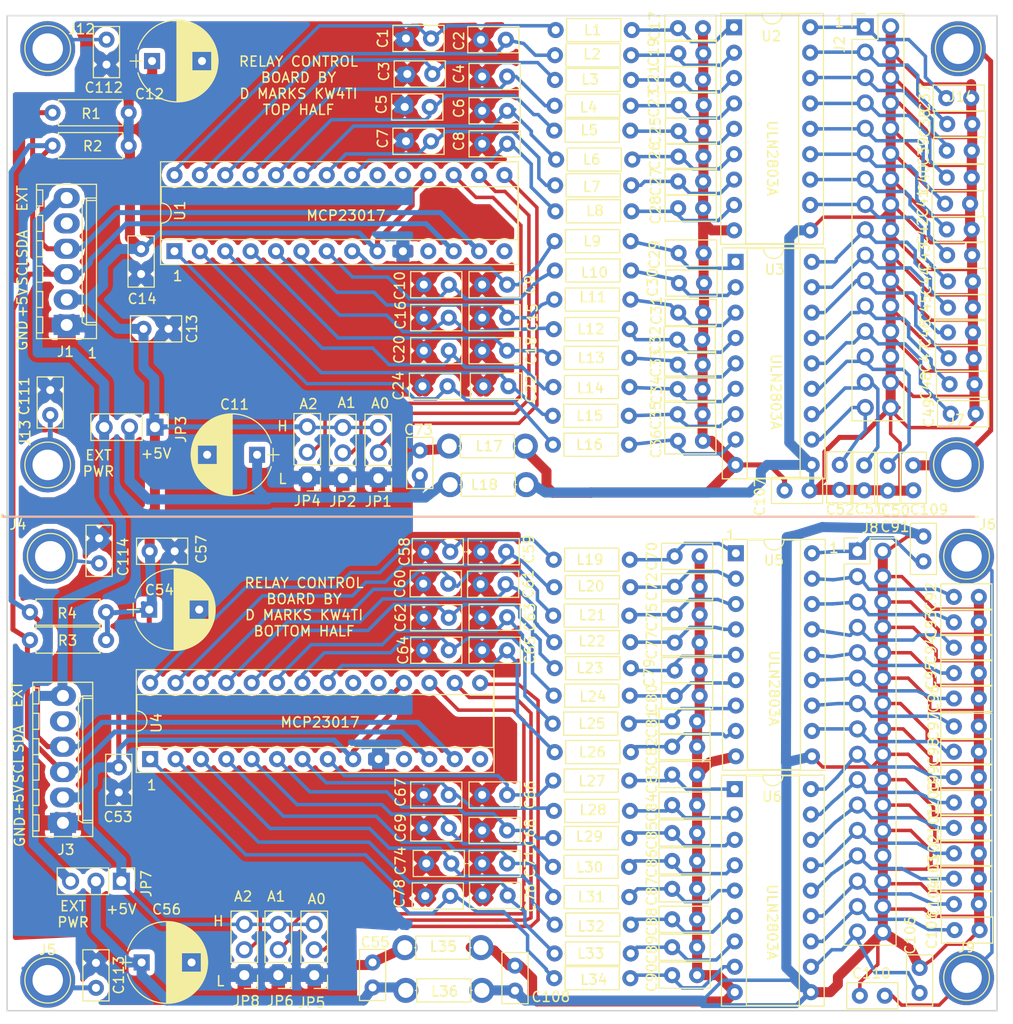
<source format=kicad_pcb>
(kicad_pcb (version 4) (host pcbnew 4.0.7)
  (layers (0 F.Cu signal) (31 B.Cu signal) (34 B.Paste user) (35 F.Paste user) (36 B.SilkS user) (37 F.SilkS user) (38 B.Mask user) (39 F.Mask user) (44 Edge.Cuts user))
  (net 0 "")
  (net 1 GND)
  (net 2 +5V)
  (net 3 "Net-(JP1-Pad2)")
  (net 4 "Net-(JP2-Pad2)")
  (net 5 "Net-(C1-Pad1)")
  (net 6 RLYPWR)
  (net 7 "Net-(JP4-Pad2)")
  (net 8 "Net-(C10-Pad1)")
  (net 9 "Net-(JP5-Pad2)")
  (net 10 "Net-(JP6-Pad2)")
  (net 11 "Net-(JP8-Pad2)")
  (net 12 RLYPWR2)
  (net 13 SCL)
  (net 14 SDA)
  (net 15 EXTPWR)
  (net 16 "Net-(C23-Pad1)")
  (net 17 "Net-(C25-Pad1)")
  (net 18 "Net-(C27-Pad1)")
  (net 19 "Net-(C29-Pad1)")
  (net 20 "Net-(C31-Pad1)")
  (net 21 "Net-(C33-Pad1)")
  (net 22 "Net-(C35-Pad1)")
  (net 23 "Net-(C37-Pad1)")
  (net 24 "Net-(C2-Pad1)")
  (net 25 "Net-(C3-Pad1)")
  (net 26 "Net-(C4-Pad1)")
  (net 27 "Net-(C5-Pad1)")
  (net 28 "Net-(C6-Pad1)")
  (net 29 "Net-(C7-Pad1)")
  (net 30 "Net-(C8-Pad1)")
  (net 31 "Net-(C9-Pad1)")
  (net 32 "Net-(C15-Pad1)")
  (net 33 "Net-(C16-Pad1)")
  (net 34 "Net-(C17-Pad1)")
  (net 35 "Net-(C18-Pad1)")
  (net 36 "Net-(C19-Pad1)")
  (net 37 "Net-(C20-Pad1)")
  (net 38 "Net-(C21-Pad1)")
  (net 39 "Net-(C22-Pad1)")
  (net 40 "Net-(C24-Pad1)")
  (net 41 "Net-(C26-Pad1)")
  (net 42 "Net-(C28-Pad1)")
  (net 43 "Net-(C30-Pad1)")
  (net 44 "Net-(C32-Pad1)")
  (net 45 "Net-(C34-Pad1)")
  (net 46 "Net-(C36-Pad1)")
  (net 47 "Net-(C38-Pad1)")
  (net 48 "Net-(C39-Pad1)")
  (net 49 "Net-(C40-Pad1)")
  (net 50 "Net-(C41-Pad1)")
  (net 51 "Net-(C42-Pad1)")
  (net 52 "Net-(C43-Pad1)")
  (net 53 "Net-(C44-Pad1)")
  (net 54 "Net-(C45-Pad1)")
  (net 55 "Net-(C46-Pad1)")
  (net 56 "Net-(C47-Pad1)")
  (net 57 "Net-(C48-Pad1)")
  (net 58 "Net-(C49-Pad1)")
  (net 59 "Net-(C50-Pad1)")
  (net 60 "Net-(C51-Pad1)")
  (net 61 "Net-(C52-Pad1)")
  (net 62 "Net-(C58-Pad1)")
  (net 63 "Net-(C59-Pad1)")
  (net 64 "Net-(C60-Pad1)")
  (net 65 "Net-(C61-Pad1)")
  (net 66 "Net-(C62-Pad1)")
  (net 67 "Net-(C63-Pad1)")
  (net 68 "Net-(C64-Pad1)")
  (net 69 "Net-(C65-Pad1)")
  (net 70 "Net-(C66-Pad1)")
  (net 71 "Net-(C67-Pad1)")
  (net 72 "Net-(C68-Pad1)")
  (net 73 "Net-(C69-Pad1)")
  (net 74 "Net-(C70-Pad1)")
  (net 75 "Net-(C71-Pad1)")
  (net 76 "Net-(C72-Pad1)")
  (net 77 "Net-(C74-Pad1)")
  (net 78 "Net-(C75-Pad1)")
  (net 79 "Net-(C76-Pad1)")
  (net 80 "Net-(C77-Pad1)")
  (net 81 "Net-(C78-Pad1)")
  (net 82 "Net-(C79-Pad1)")
  (net 83 "Net-(C80-Pad1)")
  (net 84 "Net-(C81-Pad1)")
  (net 85 "Net-(C82-Pad1)")
  (net 86 "Net-(C83-Pad1)")
  (net 87 "Net-(C84-Pad1)")
  (net 88 "Net-(C85-Pad1)")
  (net 89 "Net-(C86-Pad1)")
  (net 90 "Net-(C87-Pad1)")
  (net 91 "Net-(C88-Pad1)")
  (net 92 "Net-(C89-Pad1)")
  (net 93 "Net-(C90-Pad1)")
  (net 94 "Net-(C91-Pad1)")
  (net 95 "Net-(C100-Pad2)")
  (net 96 "Net-(C92-Pad1)")
  (net 97 "Net-(C93-Pad1)")
  (net 98 "Net-(C94-Pad1)")
  (net 99 "Net-(C95-Pad1)")
  (net 100 "Net-(C96-Pad1)")
  (net 101 "Net-(C97-Pad1)")
  (net 102 "Net-(C98-Pad1)")
  (net 103 "Net-(C99-Pad1)")
  (net 104 "Net-(C100-Pad1)")
  (net 105 "Net-(C101-Pad1)")
  (net 106 "Net-(C102-Pad1)")
  (net 107 "Net-(C103-Pad1)")
  (net 108 "Net-(C104-Pad1)")
  (net 109 "Net-(C105-Pad1)")
  (net 110 "Net-(C106-Pad1)")
  (net 111 "Net-(C107-Pad1)")
  (net 112 "Net-(C107-Pad2)")
  (net 113 "Net-(C108-Pad1)")
  (net 114 "Net-(C109-Pad2)")
  (net 115 "Net-(C110-Pad1)")
  (net 116 "Net-(C111-Pad2)")
  (net 117 "Net-(C112-Pad2)")
  (net 118 "Net-(C113-Pad1)")
  (net 119 "Net-(C114-Pad1)")
  (module Capacitors_THT:C_Disc_D5.0mm_W2.5mm_P2.50mm (layer F.Cu) (at 88.392 144.4244 270)
    (fp_text reference C55 (at -2.032 -0.254 360) (layer F.SilkS))
    (fp_text value "100 nF")
    (pad 1 thru_hole circle (at 0 0 270) (size 1.6 1.6) (drill 0.8) (layers *.Cu *.Mask) (net 1 GND))
    (pad 2 thru_hole circle (at 2.5 0 270) (size 1.6 1.6) (drill 0.8) (layers *.Cu *.Mask) (net 12 RLYPWR2))
  )
  (module Capacitors_THT:C_Disc_D5.0mm_W2.5mm_P2.50mm (layer F.Cu) (at 118.618 115.2144)
    (fp_text reference C79 (at -2.54 0.254 90) (layer F.SilkS))
    (fp_text value "10 nF")
    (pad 1 thru_hole circle (at 0 0) (size 1.6 1.6) (drill 0.8) (layers *.Cu *.Mask) (net 82 "Net-(C79-Pad1)"))
    (pad 2 thru_hole circle (at 2.5 0) (size 1.6 1.6) (drill 0.8) (layers *.Cu *.Mask) (net 113 "Net-(C108-Pad1)"))
  )
  (module Housings_DIP:DIP-18_W7.62mm_Socket (layer F.Cu) (at 124.714 74.3204)
    (fp_text reference U3 (at 3.92176 0.77724) (layer F.SilkS))
    (fp_text value ULN2803A)
    (pad 1 thru_hole rect (at 0 0) (size 1.6 1.6) (drill 0.8) (layers *.Cu *.Mask) (net 19 "Net-(C29-Pad1)"))
    (pad 10 thru_hole oval (at 7.62 20.32) (size 1.6 1.6) (drill 0.8) (layers *.Cu *.Mask) (net 112 "Net-(C107-Pad2)"))
    (pad 2 thru_hole oval (at 0 2.54) (size 1.6 1.6) (drill 0.8) (layers *.Cu *.Mask) (net 43 "Net-(C30-Pad1)"))
    (pad 11 thru_hole oval (at 7.62 17.78) (size 1.6 1.6) (drill 0.8) (layers *.Cu *.Mask) (net 61 "Net-(C52-Pad1)"))
    (pad 3 thru_hole oval (at 0 5.08) (size 1.6 1.6) (drill 0.8) (layers *.Cu *.Mask) (net 20 "Net-(C31-Pad1)"))
    (pad 12 thru_hole oval (at 7.62 15.24) (size 1.6 1.6) (drill 0.8) (layers *.Cu *.Mask) (net 60 "Net-(C51-Pad1)"))
    (pad 4 thru_hole oval (at 0 7.62) (size 1.6 1.6) (drill 0.8) (layers *.Cu *.Mask) (net 44 "Net-(C32-Pad1)"))
    (pad 13 thru_hole oval (at 7.62 12.7) (size 1.6 1.6) (drill 0.8) (layers *.Cu *.Mask) (net 59 "Net-(C50-Pad1)"))
    (pad 5 thru_hole oval (at 0 10.16) (size 1.6 1.6) (drill 0.8) (layers *.Cu *.Mask) (net 21 "Net-(C33-Pad1)"))
    (pad 14 thru_hole oval (at 7.62 10.16) (size 1.6 1.6) (drill 0.8) (layers *.Cu *.Mask) (net 58 "Net-(C49-Pad1)"))
    (pad 6 thru_hole oval (at 0 12.7) (size 1.6 1.6) (drill 0.8) (layers *.Cu *.Mask) (net 45 "Net-(C34-Pad1)"))
    (pad 15 thru_hole oval (at 7.62 7.62) (size 1.6 1.6) (drill 0.8) (layers *.Cu *.Mask) (net 57 "Net-(C48-Pad1)"))
    (pad 7 thru_hole oval (at 0 15.24) (size 1.6 1.6) (drill 0.8) (layers *.Cu *.Mask) (net 22 "Net-(C35-Pad1)"))
    (pad 16 thru_hole oval (at 7.62 5.08) (size 1.6 1.6) (drill 0.8) (layers *.Cu *.Mask) (net 56 "Net-(C47-Pad1)"))
    (pad 8 thru_hole oval (at 0 17.78) (size 1.6 1.6) (drill 0.8) (layers *.Cu *.Mask) (net 46 "Net-(C36-Pad1)"))
    (pad 17 thru_hole oval (at 7.62 2.54) (size 1.6 1.6) (drill 0.8) (layers *.Cu *.Mask) (net 55 "Net-(C46-Pad1)"))
    (pad 9 thru_hole oval (at 0 20.32) (size 1.6 1.6) (drill 0.8) (layers *.Cu *.Mask) (net 111 "Net-(C107-Pad1)"))
    (pad 18 thru_hole oval (at 7.62 0) (size 1.6 1.6) (drill 0.8) (layers *.Cu *.Mask) (net 54 "Net-(C45-Pad1)"))
  )
  (module Housings_DIP:DIP-18_W7.62mm_Socket (layer F.Cu) (at 124.5616 50.8508)
    (fp_text reference U2 (at 3.72364 0.889) (layer F.SilkS))
    (fp_text value ULN2803A)
    (pad 1 thru_hole rect (at 0 0) (size 1.6 1.6) (drill 0.8) (layers *.Cu *.Mask) (net 34 "Net-(C17-Pad1)"))
    (pad 10 thru_hole oval (at 7.62 20.32) (size 1.6 1.6) (drill 0.8) (layers *.Cu *.Mask) (net 112 "Net-(C107-Pad2)"))
    (pad 2 thru_hole oval (at 0 2.54) (size 1.6 1.6) (drill 0.8) (layers *.Cu *.Mask) (net 36 "Net-(C19-Pad1)"))
    (pad 11 thru_hole oval (at 7.62 17.78) (size 1.6 1.6) (drill 0.8) (layers *.Cu *.Mask) (net 53 "Net-(C44-Pad1)"))
    (pad 3 thru_hole oval (at 0 5.08) (size 1.6 1.6) (drill 0.8) (layers *.Cu *.Mask) (net 38 "Net-(C21-Pad1)"))
    (pad 12 thru_hole oval (at 7.62 15.24) (size 1.6 1.6) (drill 0.8) (layers *.Cu *.Mask) (net 52 "Net-(C43-Pad1)"))
    (pad 4 thru_hole oval (at 0 7.62) (size 1.6 1.6) (drill 0.8) (layers *.Cu *.Mask) (net 16 "Net-(C23-Pad1)"))
    (pad 13 thru_hole oval (at 7.62 12.7) (size 1.6 1.6) (drill 0.8) (layers *.Cu *.Mask) (net 51 "Net-(C42-Pad1)"))
    (pad 5 thru_hole oval (at 0 10.16) (size 1.6 1.6) (drill 0.8) (layers *.Cu *.Mask) (net 17 "Net-(C25-Pad1)"))
    (pad 14 thru_hole oval (at 7.62 10.16) (size 1.6 1.6) (drill 0.8) (layers *.Cu *.Mask) (net 50 "Net-(C41-Pad1)"))
    (pad 6 thru_hole oval (at 0 12.7) (size 1.6 1.6) (drill 0.8) (layers *.Cu *.Mask) (net 41 "Net-(C26-Pad1)"))
    (pad 15 thru_hole oval (at 7.62 7.62) (size 1.6 1.6) (drill 0.8) (layers *.Cu *.Mask) (net 49 "Net-(C40-Pad1)"))
    (pad 7 thru_hole oval (at 0 15.24) (size 1.6 1.6) (drill 0.8) (layers *.Cu *.Mask) (net 18 "Net-(C27-Pad1)"))
    (pad 16 thru_hole oval (at 7.62 5.08) (size 1.6 1.6) (drill 0.8) (layers *.Cu *.Mask) (net 48 "Net-(C39-Pad1)"))
    (pad 8 thru_hole oval (at 0 17.78) (size 1.6 1.6) (drill 0.8) (layers *.Cu *.Mask) (net 42 "Net-(C28-Pad1)"))
    (pad 17 thru_hole oval (at 7.62 2.54) (size 1.6 1.6) (drill 0.8) (layers *.Cu *.Mask) (net 47 "Net-(C38-Pad1)"))
    (pad 9 thru_hole oval (at 0 20.32) (size 1.6 1.6) (drill 0.8) (layers *.Cu *.Mask) (net 111 "Net-(C107-Pad1)"))
    (pad 18 thru_hole oval (at 7.62 0) (size 1.6 1.6) (drill 0.8) (layers *.Cu *.Mask) (net 23 "Net-(C37-Pad1)"))
  )
  (module Capacitors_THT:C_Disc_D5.0mm_W2.5mm_P2.50mm (layer F.Cu) (at 94.234 51.9684 180)
    (fp_text reference C1 (at 4.826 0 270) (layer F.SilkS))
    (fp_text value "10 nF")
    (pad 1 thru_hole circle (at 0 0 180) (size 1.6 1.6) (drill 0.8) (layers *.Cu *.Mask) (net 5 "Net-(C1-Pad1)"))
    (pad 2 thru_hole circle (at 2.5 0 180) (size 1.6 1.6) (drill 0.8) (layers *.Cu *.Mask) (net 1 GND))
  )
  (module Capacitors_THT:C_Disc_D5.0mm_W2.5mm_P2.50mm (layer F.Cu) (at 101.727 52.0954 180)
    (fp_text reference C2 (at 4.6863 -0.127 270) (layer F.SilkS))
    (fp_text value "10 nF")
    (pad 1 thru_hole circle (at 0 0 180) (size 1.6 1.6) (drill 0.8) (layers *.Cu *.Mask) (net 24 "Net-(C2-Pad1)"))
    (pad 2 thru_hole circle (at 2.5 0 180) (size 1.6 1.6) (drill 0.8) (layers *.Cu *.Mask) (net 1 GND))
  )
  (module Capacitors_THT:C_Disc_D5.0mm_W2.5mm_P2.50mm (layer F.Cu) (at 94.361 55.5244 180)
    (fp_text reference C3 (at 4.826 0.254 270) (layer F.SilkS))
    (fp_text value "10 nF")
    (pad 1 thru_hole circle (at 0 0 180) (size 1.6 1.6) (drill 0.8) (layers *.Cu *.Mask) (net 25 "Net-(C3-Pad1)"))
    (pad 2 thru_hole circle (at 2.5 0 180) (size 1.6 1.6) (drill 0.8) (layers *.Cu *.Mask) (net 1 GND))
  )
  (module Capacitors_THT:C_Disc_D5.0mm_W2.5mm_P2.50mm (layer F.Cu) (at 101.854 55.7784 180)
    (fp_text reference C4 (at 4.826 0.254 270) (layer F.SilkS))
    (fp_text value "10 nF")
    (pad 1 thru_hole circle (at 0 0 180) (size 1.6 1.6) (drill 0.8) (layers *.Cu *.Mask) (net 26 "Net-(C4-Pad1)"))
    (pad 2 thru_hole circle (at 2.5 0 180) (size 1.6 1.6) (drill 0.8) (layers *.Cu *.Mask) (net 1 GND))
  )
  (module Capacitors_THT:C_Disc_D5.0mm_W2.5mm_P2.50mm (layer F.Cu) (at 94.107 58.8264 180)
    (fp_text reference C5 (at 4.826 0.254 270) (layer F.SilkS))
    (fp_text value "10 nF")
    (pad 1 thru_hole circle (at 0 0 180) (size 1.6 1.6) (drill 0.8) (layers *.Cu *.Mask) (net 27 "Net-(C5-Pad1)"))
    (pad 2 thru_hole circle (at 2.5 0 180) (size 1.6 1.6) (drill 0.8) (layers *.Cu *.Mask) (net 1 GND))
  )
  (module Capacitors_THT:C_Disc_D5.0mm_W2.5mm_P2.50mm (layer F.Cu) (at 101.854 59.2074 180)
    (fp_text reference C6 (at 4.826 0.254 270) (layer F.SilkS))
    (fp_text value "10 nF")
    (pad 1 thru_hole circle (at 0 0 180) (size 1.6 1.6) (drill 0.8) (layers *.Cu *.Mask) (net 28 "Net-(C6-Pad1)"))
    (pad 2 thru_hole circle (at 2.5 0 180) (size 1.6 1.6) (drill 0.8) (layers *.Cu *.Mask) (net 1 GND))
  )
  (module Capacitors_THT:C_Disc_D5.0mm_W2.5mm_P2.50mm (layer F.Cu) (at 94.234 62.2554 180)
    (fp_text reference C7 (at 4.826 0.254 270) (layer F.SilkS))
    (fp_text value "10 nF")
    (pad 1 thru_hole circle (at 0 0 180) (size 1.6 1.6) (drill 0.8) (layers *.Cu *.Mask) (net 29 "Net-(C7-Pad1)"))
    (pad 2 thru_hole circle (at 2.5 0 180) (size 1.6 1.6) (drill 0.8) (layers *.Cu *.Mask) (net 1 GND))
  )
  (module Capacitors_THT:C_Disc_D5.0mm_W2.5mm_P2.50mm (layer F.Cu) (at 101.854 62.5094 180)
    (fp_text reference C8 (at 4.826 0.254 270) (layer F.SilkS))
    (fp_text value "10 nF")
    (pad 1 thru_hole circle (at 0 0 180) (size 1.6 1.6) (drill 0.8) (layers *.Cu *.Mask) (net 30 "Net-(C8-Pad1)"))
    (pad 2 thru_hole circle (at 2.5 0 180) (size 1.6 1.6) (drill 0.8) (layers *.Cu *.Mask) (net 1 GND))
  )
  (module Capacitors_THT:CP_Radial_D8.0mm_P5.00mm (layer F.Cu) (at 76.835 93.6244 180)
    (fp_text reference C11 (at 2.2606 5.0292 360) (layer F.SilkS))
    (fp_text value "100 uF")
    (pad 1 thru_hole rect (at 0 0 180) (size 1.6 1.6) (drill 0.8) (layers *.Cu *.Mask) (net 6 RLYPWR))
    (pad 2 thru_hole circle (at 5 0 180) (size 1.6 1.6) (drill 0.8) (layers *.Cu *.Mask) (net 1 GND))
  )
  (module Pin_Headers:Pin_Header_Straight_1x03_Pitch2.54mm (layer F.Cu) (at 88.9635 95.9739 180)
    (fp_text reference JP1 (at 0 -2.33 180) (layer F.SilkS))
    (fp_text value Jumper_NC_Dual)
    (pad 1 thru_hole rect (at 0 0 180) (size 1.7 1.7) (drill 1) (layers *.Cu *.Mask) (net 1 GND))
    (pad 2 thru_hole oval (at 0 2.54 180) (size 1.7 1.7) (drill 1) (layers *.Cu *.Mask) (net 3 "Net-(JP1-Pad2)"))
    (pad 3 thru_hole oval (at 0 5.08 180) (size 1.7 1.7) (drill 1) (layers *.Cu *.Mask) (net 2 +5V))
  )
  (module Pin_Headers:Pin_Header_Straight_1x03_Pitch2.54mm (layer F.Cu) (at 85.4075 95.9739 180)
    (fp_text reference JP2 (at 0 -2.33 180) (layer F.SilkS))
    (fp_text value Jumper_NC_Dual)
    (pad 1 thru_hole rect (at 0 0 180) (size 1.7 1.7) (drill 1) (layers *.Cu *.Mask) (net 1 GND))
    (pad 2 thru_hole oval (at 0 2.54 180) (size 1.7 1.7) (drill 1) (layers *.Cu *.Mask) (net 4 "Net-(JP2-Pad2)"))
    (pad 3 thru_hole oval (at 0 5.08 180) (size 1.7 1.7) (drill 1) (layers *.Cu *.Mask) (net 2 +5V))
  )
  (module Pin_Headers:Pin_Header_Straight_1x03_Pitch2.54mm (layer F.Cu) (at 66.60896 90.86088 270)
    (fp_text reference JP3 (at 0.22352 -2.60604 450) (layer F.SilkS))
    (fp_text value Jumper_NC_Dual)
    (pad 1 thru_hole rect (at 0 0 270) (size 1.7 1.7) (drill 1) (layers *.Cu *.Mask) (net 2 +5V))
    (pad 2 thru_hole oval (at 0 2.54 270) (size 1.7 1.7) (drill 1) (layers *.Cu *.Mask) (net 6 RLYPWR))
    (pad 3 thru_hole oval (at 0 5.08 270) (size 1.7 1.7) (drill 1) (layers *.Cu *.Mask) (net 15 EXTPWR))
  )
  (module Resistors_THT:R_Axial_DIN0207_L6.3mm_D2.5mm_P7.62mm_Horizontal (layer F.Cu) (at 63.9826 59.40044 180)
    (fp_text reference R1 (at 3.7592 -0.1016 180) (layer F.SilkS))
    (fp_text value 10k)
    (pad 1 thru_hole circle (at 0 0 180) (size 1.6 1.6) (drill 0.8) (layers *.Cu *.Mask) (net 2 +5V))
    (pad 2 thru_hole oval (at 7.62 0 180) (size 1.6 1.6) (drill 0.8) (layers *.Cu *.Mask) (net 13 SCL))
  )
  (module Connectors:1pin (layer F.Cu) (at 55.88 52.9844)
    (fp_text reference J12 (at 3.388 -1.946) (layer F.SilkS))
    (fp_text value Conn_01x01)
    (pad 1 thru_hole circle (at 0 0) (size 5.5 5.5) (drill 3.048) (layers *.Cu *.Mask) (net 117 "Net-(C112-Pad2)"))
  )
  (module Connectors:1pin (layer F.Cu) (at 55.88 94.6404)
    (fp_text reference J13 (at -2.2508 -3.1852 90) (layer F.SilkS))
    (fp_text value Conn_01x01)
    (pad 1 thru_hole circle (at 0 0) (size 5.5 5.5) (drill 3.048) (layers *.Cu *.Mask) (net 116 "Net-(C111-Pad2)"))
  )
  (module Connectors:1pin (layer F.Cu) (at 147 53)
    (fp_text reference J14 (at 0.2946 4.7977) (layer F.SilkS))
    (fp_text value Conn_01x01)
    (pad 1 thru_hole circle (at 0 0) (size 5.5 5.5) (drill 3.048) (layers *.Cu *.Mask) (net 114 "Net-(C109-Pad2)"))
  )
  (module Resistors_THT:R_Axial_DIN0207_L6.3mm_D2.5mm_P7.62mm_Horizontal (layer F.Cu) (at 63.9826 62.69736 180)
    (fp_text reference R2 (at 3.6068 -0.0508 180) (layer F.SilkS))
    (fp_text value 10k)
    (pad 1 thru_hole circle (at 0 0 180) (size 1.6 1.6) (drill 0.8) (layers *.Cu *.Mask) (net 2 +5V))
    (pad 2 thru_hole oval (at 7.62 0 180) (size 1.6 1.6) (drill 0.8) (layers *.Cu *.Mask) (net 14 SDA))
  )
  (module Capacitors_THT:C_Disc_D5.0mm_W2.5mm_P2.50mm (layer F.Cu) (at 67.9704 81.026 180)
    (fp_text reference C13 (at -2.34696 0 270) (layer F.SilkS))
    (fp_text value "100 nF")
    (pad 1 thru_hole circle (at 0 0 180) (size 1.6 1.6) (drill 0.8) (layers *.Cu *.Mask) (net 1 GND))
    (pad 2 thru_hole circle (at 2.5 0 180) (size 1.6 1.6) (drill 0.8) (layers *.Cu *.Mask) (net 2 +5V))
  )
  (module Capacitors_THT:C_Disc_D5.0mm_W2.5mm_P2.50mm (layer F.Cu) (at 65.2272 75.5396 90)
    (fp_text reference C14 (at -2.4892 0.1016 180) (layer F.SilkS))
    (fp_text value "100 nF")
    (pad 1 thru_hole circle (at 0 0 90) (size 1.6 1.6) (drill 0.8) (layers *.Cu *.Mask) (net 1 GND))
    (pad 2 thru_hole circle (at 2.5 0 90) (size 1.6 1.6) (drill 0.8) (layers *.Cu *.Mask) (net 2 +5V))
  )
  (module Capacitors_THT:C_Disc_D5.0mm_W2.5mm_P2.50mm (layer F.Cu) (at 101.854 79.9084 180)
    (fp_text reference C15 (at -2.54 0 270) (layer F.SilkS))
    (fp_text value "10 nF")
    (pad 1 thru_hole circle (at 0 0 180) (size 1.6 1.6) (drill 0.8) (layers *.Cu *.Mask) (net 32 "Net-(C15-Pad1)"))
    (pad 2 thru_hole circle (at 2.5 0 180) (size 1.6 1.6) (drill 0.8) (layers *.Cu *.Mask) (net 1 GND))
  )
  (module Capacitors_THT:C_Disc_D5.0mm_W2.5mm_P2.50mm (layer F.Cu) (at 96.012 79.9084 180)
    (fp_text reference C16 (at 4.826 0.254 270) (layer F.SilkS))
    (fp_text value "10 nF")
    (pad 1 thru_hole circle (at 0 0 180) (size 1.6 1.6) (drill 0.8) (layers *.Cu *.Mask) (net 33 "Net-(C16-Pad1)"))
    (pad 2 thru_hole circle (at 2.5 0 180) (size 1.6 1.6) (drill 0.8) (layers *.Cu *.Mask) (net 1 GND))
  )
  (module Capacitors_THT:C_Disc_D5.0mm_W2.5mm_P2.50mm (layer F.Cu) (at 118.9482 50.9397)
    (fp_text reference C17 (at -2.3241 -0.2286 90) (layer F.SilkS))
    (fp_text value "10 nF")
    (pad 1 thru_hole circle (at 0 0) (size 1.6 1.6) (drill 0.8) (layers *.Cu *.Mask) (net 34 "Net-(C17-Pad1)"))
    (pad 2 thru_hole circle (at 2.5 0) (size 1.6 1.6) (drill 0.8) (layers *.Cu *.Mask) (net 111 "Net-(C107-Pad1)"))
  )
  (module Capacitors_THT:C_Disc_D5.0mm_W2.5mm_P2.50mm (layer F.Cu) (at 101.854 83.2104 180)
    (fp_text reference C18 (at -2.413 0 270) (layer F.SilkS))
    (fp_text value "10 nF")
    (pad 1 thru_hole circle (at 0 0 180) (size 1.6 1.6) (drill 0.8) (layers *.Cu *.Mask) (net 35 "Net-(C18-Pad1)"))
    (pad 2 thru_hole circle (at 2.5 0 180) (size 1.6 1.6) (drill 0.8) (layers *.Cu *.Mask) (net 1 GND))
  )
  (module Capacitors_THT:C_Disc_D5.0mm_W2.5mm_P2.50mm (layer F.Cu) (at 118.9863 53.4543)
    (fp_text reference C19 (at -2.4765 -0.1143 90) (layer F.SilkS))
    (fp_text value "10 nF")
    (pad 1 thru_hole circle (at 0 0) (size 1.6 1.6) (drill 0.8) (layers *.Cu *.Mask) (net 36 "Net-(C19-Pad1)"))
    (pad 2 thru_hole circle (at 2.5 0) (size 1.6 1.6) (drill 0.8) (layers *.Cu *.Mask) (net 111 "Net-(C107-Pad1)"))
  )
  (module Capacitors_THT:C_Disc_D5.0mm_W2.5mm_P2.50mm (layer F.Cu) (at 96.012 83.2104 180)
    (fp_text reference C20 (at 4.953 0.127 270) (layer F.SilkS))
    (fp_text value "10 nF")
    (pad 1 thru_hole circle (at 0 0 180) (size 1.6 1.6) (drill 0.8) (layers *.Cu *.Mask) (net 37 "Net-(C20-Pad1)"))
    (pad 2 thru_hole circle (at 2.5 0 180) (size 1.6 1.6) (drill 0.8) (layers *.Cu *.Mask) (net 1 GND))
  )
  (module Capacitors_THT:C_Disc_D5.0mm_W2.5mm_P2.50mm (layer F.Cu) (at 118.9482 56.0832)
    (fp_text reference C21 (at -2.4384 -0.0762 90) (layer F.SilkS))
    (fp_text value "10 nF")
    (pad 1 thru_hole circle (at 0 0) (size 1.6 1.6) (drill 0.8) (layers *.Cu *.Mask) (net 38 "Net-(C21-Pad1)"))
    (pad 2 thru_hole circle (at 2.5 0) (size 1.6 1.6) (drill 0.8) (layers *.Cu *.Mask) (net 111 "Net-(C107-Pad1)"))
  )
  (module Capacitors_THT:C_Disc_D5.0mm_W2.5mm_P2.50mm (layer F.Cu) (at 101.981 86.7664 180)
    (fp_text reference C22 (at -2.286 -0.254 270) (layer F.SilkS))
    (fp_text value "10 nF")
    (pad 1 thru_hole circle (at 0 0 180) (size 1.6 1.6) (drill 0.8) (layers *.Cu *.Mask) (net 39 "Net-(C22-Pad1)"))
    (pad 2 thru_hole circle (at 2.5 0 180) (size 1.6 1.6) (drill 0.8) (layers *.Cu *.Mask) (net 1 GND))
  )
  (module Pin_Headers:Pin_Header_Straight_1x03_Pitch2.54mm (layer F.Cu) (at 81.8515 95.9104 180)
    (fp_text reference JP4 (at 0 -2.33 180) (layer F.SilkS))
    (fp_text value Jumper_NC_Dual)
    (pad 1 thru_hole rect (at 0 0 180) (size 1.7 1.7) (drill 1) (layers *.Cu *.Mask) (net 1 GND))
    (pad 2 thru_hole oval (at 0 2.54 180) (size 1.7 1.7) (drill 1) (layers *.Cu *.Mask) (net 7 "Net-(JP4-Pad2)"))
    (pad 3 thru_hole oval (at 0 5.08 180) (size 1.7 1.7) (drill 1) (layers *.Cu *.Mask) (net 2 +5V))
  )
  (module Housings_DIP:DIP-28_W7.62mm_Socket (layer F.Cu) (at 68.56476 73.25868 90)
    (fp_text reference U1 (at 4.04876 0.55372 90) (layer F.SilkS))
    (fp_text value MCP23017)
    (pad 1 thru_hole rect (at 0 0 90) (size 1.6 1.6) (drill 0.8) (layers *.Cu *.Mask) (net 40 "Net-(C24-Pad1)"))
    (pad 15 thru_hole oval (at 7.62 33.02 90) (size 1.6 1.6) (drill 0.8) (layers *.Cu *.Mask) (net 3 "Net-(JP1-Pad2)"))
    (pad 2 thru_hole oval (at 0 2.54 90) (size 1.6 1.6) (drill 0.8) (layers *.Cu *.Mask) (net 39 "Net-(C22-Pad1)"))
    (pad 16 thru_hole oval (at 7.62 30.48 90) (size 1.6 1.6) (drill 0.8) (layers *.Cu *.Mask) (net 4 "Net-(JP2-Pad2)"))
    (pad 3 thru_hole oval (at 0 5.08 90) (size 1.6 1.6) (drill 0.8) (layers *.Cu *.Mask) (net 37 "Net-(C20-Pad1)"))
    (pad 17 thru_hole oval (at 7.62 27.94 90) (size 1.6 1.6) (drill 0.8) (layers *.Cu *.Mask) (net 7 "Net-(JP4-Pad2)"))
    (pad 4 thru_hole oval (at 0 7.62 90) (size 1.6 1.6) (drill 0.8) (layers *.Cu *.Mask) (net 35 "Net-(C18-Pad1)"))
    (pad 18 thru_hole oval (at 7.62 25.4 90) (size 1.6 1.6) (drill 0.8) (layers *.Cu *.Mask) (net 2 +5V))
    (pad 5 thru_hole oval (at 0 10.16 90) (size 1.6 1.6) (drill 0.8) (layers *.Cu *.Mask) (net 33 "Net-(C16-Pad1)"))
    (pad 19 thru_hole oval (at 7.62 22.86 90) (size 1.6 1.6) (drill 0.8) (layers *.Cu *.Mask))
    (pad 6 thru_hole oval (at 0 12.7 90) (size 1.6 1.6) (drill 0.8) (layers *.Cu *.Mask) (net 32 "Net-(C15-Pad1)"))
    (pad 20 thru_hole oval (at 7.62 20.32 90) (size 1.6 1.6) (drill 0.8) (layers *.Cu *.Mask))
    (pad 7 thru_hole oval (at 0 15.24 90) (size 1.6 1.6) (drill 0.8) (layers *.Cu *.Mask) (net 8 "Net-(C10-Pad1)"))
    (pad 21 thru_hole oval (at 7.62 17.78 90) (size 1.6 1.6) (drill 0.8) (layers *.Cu *.Mask) (net 30 "Net-(C8-Pad1)"))
    (pad 8 thru_hole oval (at 0 17.78 90) (size 1.6 1.6) (drill 0.8) (layers *.Cu *.Mask) (net 31 "Net-(C9-Pad1)"))
    (pad 22 thru_hole oval (at 7.62 15.24 90) (size 1.6 1.6) (drill 0.8) (layers *.Cu *.Mask) (net 29 "Net-(C7-Pad1)"))
    (pad 9 thru_hole oval (at 0 20.32 90) (size 1.6 1.6) (drill 0.8) (layers *.Cu *.Mask) (net 2 +5V))
    (pad 23 thru_hole oval (at 7.62 12.7 90) (size 1.6 1.6) (drill 0.8) (layers *.Cu *.Mask) (net 28 "Net-(C6-Pad1)"))
    (pad 10 thru_hole oval (at 0 22.86 90) (size 1.6 1.6) (drill 0.8) (layers *.Cu *.Mask) (net 1 GND))
    (pad 24 thru_hole oval (at 7.62 10.16 90) (size 1.6 1.6) (drill 0.8) (layers *.Cu *.Mask) (net 27 "Net-(C5-Pad1)"))
    (pad 11 thru_hole oval (at 0 25.4 90) (size 1.6 1.6) (drill 0.8) (layers *.Cu *.Mask))
    (pad 25 thru_hole oval (at 7.62 7.62 90) (size 1.6 1.6) (drill 0.8) (layers *.Cu *.Mask) (net 26 "Net-(C4-Pad1)"))
    (pad 12 thru_hole oval (at 0 27.94 90) (size 1.6 1.6) (drill 0.8) (layers *.Cu *.Mask) (net 13 SCL))
    (pad 26 thru_hole oval (at 7.62 5.08 90) (size 1.6 1.6) (drill 0.8) (layers *.Cu *.Mask) (net 25 "Net-(C3-Pad1)"))
    (pad 13 thru_hole oval (at 0 30.48 90) (size 1.6 1.6) (drill 0.8) (layers *.Cu *.Mask) (net 14 SDA))
    (pad 27 thru_hole oval (at 7.62 2.54 90) (size 1.6 1.6) (drill 0.8) (layers *.Cu *.Mask) (net 24 "Net-(C2-Pad1)"))
    (pad 14 thru_hole oval (at 0 33.02 90) (size 1.6 1.6) (drill 0.8) (layers *.Cu *.Mask))
    (pad 28 thru_hole oval (at 7.62 0 90) (size 1.6 1.6) (drill 0.8) (layers *.Cu *.Mask) (net 5 "Net-(C1-Pad1)"))
  )
  (module Inductors_THT:L_Axial_L5.3mm_D2.2mm_P7.62mm_Horizontal_Vishay_IM-1 (layer F.Cu) (at 114.33048 51.1302 180)
    (fp_text reference L1 (at 3.9116 0 180) (layer F.SilkS))
    (fp_text value "100 uH")
    (pad 1 thru_hole circle (at 0 0 180) (size 1.6 1.6) (drill 0.8) (layers *.Cu *.Mask) (net 34 "Net-(C17-Pad1)"))
    (pad 2 thru_hole oval (at 7.62 0 180) (size 1.6 1.6) (drill 0.8) (layers *.Cu *.Mask) (net 5 "Net-(C1-Pad1)"))
  )
  (module Inductors_THT:L_Axial_L5.3mm_D2.2mm_P7.62mm_Horizontal_Vishay_IM-1 (layer F.Cu) (at 114.2619 53.6448 180)
    (fp_text reference L2 (at 3.9116 0.1016 180) (layer F.SilkS))
    (fp_text value "100 uH")
    (pad 1 thru_hole circle (at 0 0 180) (size 1.6 1.6) (drill 0.8) (layers *.Cu *.Mask) (net 36 "Net-(C19-Pad1)"))
    (pad 2 thru_hole oval (at 7.62 0 180) (size 1.6 1.6) (drill 0.8) (layers *.Cu *.Mask) (net 24 "Net-(C2-Pad1)"))
  )
  (module Inductors_THT:L_Axial_L5.3mm_D2.2mm_P7.62mm_Horizontal_Vishay_IM-1 (layer F.Cu) (at 114.2619 56.1213 180)
    (fp_text reference L3 (at 4.1148 0.0508 180) (layer F.SilkS))
    (fp_text value "100 uH")
    (pad 1 thru_hole circle (at 0 0 180) (size 1.6 1.6) (drill 0.8) (layers *.Cu *.Mask) (net 38 "Net-(C21-Pad1)"))
    (pad 2 thru_hole oval (at 7.62 0 180) (size 1.6 1.6) (drill 0.8) (layers *.Cu *.Mask) (net 25 "Net-(C3-Pad1)"))
  )
  (module Inductors_THT:L_Axial_L5.3mm_D2.2mm_P7.62mm_Horizontal_Vishay_IM-1 (layer F.Cu) (at 114.21872 58.70194 180)
    (fp_text reference L4 (at 4.2164 -0.1524 180) (layer F.SilkS))
    (fp_text value "100 uH")
    (pad 1 thru_hole circle (at 0 0 180) (size 1.6 1.6) (drill 0.8) (layers *.Cu *.Mask) (net 16 "Net-(C23-Pad1)"))
    (pad 2 thru_hole oval (at 7.62 0 180) (size 1.6 1.6) (drill 0.8) (layers *.Cu *.Mask) (net 26 "Net-(C4-Pad1)"))
  )
  (module Inductors_THT:L_Axial_L5.3mm_D2.2mm_P7.62mm_Horizontal_Vishay_IM-1 (layer F.Cu) (at 114.1857 61.1886 180)
    (fp_text reference L5 (at 4.1148 0.0508 180) (layer F.SilkS))
    (fp_text value "100 uH")
    (pad 1 thru_hole circle (at 0 0 180) (size 1.6 1.6) (drill 0.8) (layers *.Cu *.Mask) (net 17 "Net-(C25-Pad1)"))
    (pad 2 thru_hole oval (at 7.62 0 180) (size 1.6 1.6) (drill 0.8) (layers *.Cu *.Mask) (net 27 "Net-(C5-Pad1)"))
  )
  (module Inductors_THT:L_Axial_L5.3mm_D2.2mm_P7.62mm_Horizontal_Vishay_IM-1 (layer F.Cu) (at 114.3762 64.0842 180)
    (fp_text reference L6 (at 4.064 0 180) (layer F.SilkS))
    (fp_text value "100 uH")
    (pad 1 thru_hole circle (at 0 0 180) (size 1.6 1.6) (drill 0.8) (layers *.Cu *.Mask) (net 41 "Net-(C26-Pad1)"))
    (pad 2 thru_hole oval (at 7.62 0 180) (size 1.6 1.6) (drill 0.8) (layers *.Cu *.Mask) (net 28 "Net-(C6-Pad1)"))
  )
  (module Inductors_THT:L_Axial_L5.3mm_D2.2mm_P7.62mm_Horizontal_Vishay_IM-1 (layer F.Cu) (at 114.2746 66.66484 180)
    (fp_text reference L7 (at 3.9624 -0.1524 180) (layer F.SilkS))
    (fp_text value "100 uH")
    (pad 1 thru_hole circle (at 0 0 180) (size 1.6 1.6) (drill 0.8) (layers *.Cu *.Mask) (net 18 "Net-(C27-Pad1)"))
    (pad 2 thru_hole oval (at 7.62 0 180) (size 1.6 1.6) (drill 0.8) (layers *.Cu *.Mask) (net 29 "Net-(C7-Pad1)"))
  )
  (module Inductors_THT:L_Axial_L5.3mm_D2.2mm_P7.62mm_Horizontal_Vishay_IM-1 (layer F.Cu) (at 114.3 69.2658 180)
    (fp_text reference L8 (at 3.6576 0.0508 180) (layer F.SilkS))
    (fp_text value "100 uH")
    (pad 1 thru_hole circle (at 0 0 180) (size 1.6 1.6) (drill 0.8) (layers *.Cu *.Mask) (net 42 "Net-(C28-Pad1)"))
    (pad 2 thru_hole oval (at 7.62 0 180) (size 1.6 1.6) (drill 0.8) (layers *.Cu *.Mask) (net 30 "Net-(C8-Pad1)"))
  )
  (module Inductors_THT:L_Axial_L5.3mm_D2.2mm_P7.62mm_Horizontal_Vishay_IM-1 (layer F.Cu) (at 114.21872 72.25284 180)
    (fp_text reference L9 (at 3.8608 0 180) (layer F.SilkS))
    (fp_text value "100 uH")
    (pad 1 thru_hole circle (at 0 0 180) (size 1.6 1.6) (drill 0.8) (layers *.Cu *.Mask) (net 19 "Net-(C29-Pad1)"))
    (pad 2 thru_hole oval (at 7.62 0 180) (size 1.6 1.6) (drill 0.8) (layers *.Cu *.Mask) (net 31 "Net-(C9-Pad1)"))
  )
  (module Inductors_THT:L_Axial_L5.3mm_D2.2mm_P7.62mm_Horizontal_Vishay_IM-1 (layer F.Cu) (at 114.2492 75.18908 180)
    (fp_text reference L10 (at 3.6576 -0.2032 180) (layer F.SilkS))
    (fp_text value "100 uH")
    (pad 1 thru_hole circle (at 0 0 180) (size 1.6 1.6) (drill 0.8) (layers *.Cu *.Mask) (net 43 "Net-(C30-Pad1)"))
    (pad 2 thru_hole oval (at 7.62 0 180) (size 1.6 1.6) (drill 0.8) (layers *.Cu *.Mask) (net 8 "Net-(C10-Pad1)"))
  )
  (module Inductors_THT:L_Axial_L5.3mm_D2.2mm_P7.62mm_Horizontal_Vishay_IM-1 (layer F.Cu) (at 114.19332 78.09484 180)
    (fp_text reference L11 (at 3.7592 0.254 180) (layer F.SilkS))
    (fp_text value "100 uH")
    (pad 1 thru_hole circle (at 0 0 180) (size 1.6 1.6) (drill 0.8) (layers *.Cu *.Mask) (net 20 "Net-(C31-Pad1)"))
    (pad 2 thru_hole oval (at 7.62 0 180) (size 1.6 1.6) (drill 0.8) (layers *.Cu *.Mask) (net 32 "Net-(C15-Pad1)"))
  )
  (module Inductors_THT:L_Axial_L5.3mm_D2.2mm_P7.62mm_Horizontal_Vishay_IM-1 (layer F.Cu) (at 114.13744 81.05648 180)
    (fp_text reference L12 (at 3.9116 0 180) (layer F.SilkS))
    (fp_text value "100 uH")
    (pad 1 thru_hole circle (at 0 0 180) (size 1.6 1.6) (drill 0.8) (layers *.Cu *.Mask) (net 44 "Net-(C32-Pad1)"))
    (pad 2 thru_hole oval (at 7.62 0 180) (size 1.6 1.6) (drill 0.8) (layers *.Cu *.Mask) (net 33 "Net-(C16-Pad1)"))
  )
  (module Inductors_THT:L_Axial_L5.3mm_D2.2mm_P7.62mm_Horizontal_Vishay_IM-1 (layer F.Cu) (at 114.08156 83.93176 180)
    (fp_text reference L13 (at 3.81 0 180) (layer F.SilkS))
    (fp_text value "100 uH")
    (pad 1 thru_hole circle (at 0 0 180) (size 1.6 1.6) (drill 0.8) (layers *.Cu *.Mask) (net 21 "Net-(C33-Pad1)"))
    (pad 2 thru_hole oval (at 7.62 0 180) (size 1.6 1.6) (drill 0.8) (layers *.Cu *.Mask) (net 35 "Net-(C18-Pad1)"))
  )
  (module Inductors_THT:L_Axial_L5.3mm_D2.2mm_P7.62mm_Horizontal_Vishay_IM-1 (layer F.Cu) (at 114.03584 89.72804 180)
    (fp_text reference L15 (at 3.9116 0 180) (layer F.SilkS))
    (fp_text value "100 uH")
    (pad 1 thru_hole circle (at 0 0 180) (size 1.6 1.6) (drill 0.8) (layers *.Cu *.Mask) (net 22 "Net-(C35-Pad1)"))
    (pad 2 thru_hole oval (at 7.62 0 180) (size 1.6 1.6) (drill 0.8) (layers *.Cu *.Mask) (net 39 "Net-(C22-Pad1)"))
  )
  (module Inductors_THT:L_Axial_L5.3mm_D2.2mm_P7.62mm_Horizontal_Vishay_IM-1 (layer F.Cu) (at 114.05616 92.61856 180)
    (fp_text reference L16 (at 3.9624 0 180) (layer F.SilkS))
    (fp_text value "100 uH")
    (pad 1 thru_hole circle (at 0 0 180) (size 1.6 1.6) (drill 0.8) (layers *.Cu *.Mask) (net 46 "Net-(C36-Pad1)"))
    (pad 2 thru_hole oval (at 7.62 0 180) (size 1.6 1.6) (drill 0.8) (layers *.Cu *.Mask) (net 40 "Net-(C24-Pad1)"))
  )
  (module Inductors_THT:L_Axial_L5.3mm_D2.2mm_P7.62mm_Horizontal_Vishay_IM-1 (layer F.Cu) (at 96.05772 92.7608)
    (fp_text reference L17 (at 3.9878 0) (layer F.SilkS))
    (fp_text value "100 uH")
    (pad 1 thru_hole circle (at 0 0) (size 2.5 2.5) (drill 1.5) (layers *.Cu *.Mask) (net 1 GND))
    (pad 2 thru_hole oval (at 7.62 0) (size 2.5 2.5) (drill 1.5) (layers *.Cu *.Mask) (net 111 "Net-(C107-Pad1)"))
  )
  (module Inductors_THT:L_Axial_L5.3mm_D2.2mm_P7.62mm_Horizontal_Vishay_IM-1 (layer F.Cu) (at 114.0968 86.84768 180)
    (fp_text reference L14 (at 3.9116 -0.1016 180) (layer F.SilkS))
    (fp_text value "100 uH")
    (pad 1 thru_hole circle (at 0 0 180) (size 1.6 1.6) (drill 0.8) (layers *.Cu *.Mask) (net 45 "Net-(C34-Pad1)"))
    (pad 2 thru_hole oval (at 7.62 0 180) (size 1.6 1.6) (drill 0.8) (layers *.Cu *.Mask) (net 37 "Net-(C20-Pad1)"))
  )
  (module Pin_Headers:Pin_Header_Straight_2x16_Pitch2.54mm (layer F.Cu) (at 137.6934 50.8)
    (fp_text reference J2 (at -2.5654 1.7526 90) (layer F.SilkS))
    (fp_text value Conn_02x16_Odd_Even)
    (pad 1 thru_hole rect (at 0 0) (size 1.7 1.7) (drill 1) (layers *.Cu *.Mask) (net 23 "Net-(C37-Pad1)"))
    (pad 2 thru_hole oval (at 2.54 0) (size 1.7 1.7) (drill 1) (layers *.Cu *.Mask) (net 112 "Net-(C107-Pad2)"))
    (pad 3 thru_hole oval (at 0 2.54) (size 1.7 1.7) (drill 1) (layers *.Cu *.Mask) (net 47 "Net-(C38-Pad1)"))
    (pad 4 thru_hole oval (at 2.54 2.54) (size 1.7 1.7) (drill 1) (layers *.Cu *.Mask) (net 112 "Net-(C107-Pad2)"))
    (pad 5 thru_hole oval (at 0 5.08) (size 1.7 1.7) (drill 1) (layers *.Cu *.Mask) (net 48 "Net-(C39-Pad1)"))
    (pad 6 thru_hole oval (at 2.54 5.08) (size 1.7 1.7) (drill 1) (layers *.Cu *.Mask) (net 112 "Net-(C107-Pad2)"))
    (pad 7 thru_hole oval (at 0 7.62) (size 1.7 1.7) (drill 1) (layers *.Cu *.Mask) (net 49 "Net-(C40-Pad1)"))
    (pad 8 thru_hole oval (at 2.54 7.62) (size 1.7 1.7) (drill 1) (layers *.Cu *.Mask) (net 112 "Net-(C107-Pad2)"))
    (pad 9 thru_hole oval (at 0 10.16) (size 1.7 1.7) (drill 1) (layers *.Cu *.Mask) (net 50 "Net-(C41-Pad1)"))
    (pad 10 thru_hole oval (at 2.54 10.16) (size 1.7 1.7) (drill 1) (layers *.Cu *.Mask) (net 112 "Net-(C107-Pad2)"))
    (pad 11 thru_hole oval (at 0 12.7) (size 1.7 1.7) (drill 1) (layers *.Cu *.Mask) (net 51 "Net-(C42-Pad1)"))
    (pad 12 thru_hole oval (at 2.54 12.7) (size 1.7 1.7) (drill 1) (layers *.Cu *.Mask) (net 112 "Net-(C107-Pad2)"))
    (pad 13 thru_hole oval (at 0 15.24) (size 1.7 1.7) (drill 1) (layers *.Cu *.Mask) (net 52 "Net-(C43-Pad1)"))
    (pad 14 thru_hole oval (at 2.54 15.24) (size 1.7 1.7) (drill 1) (layers *.Cu *.Mask) (net 112 "Net-(C107-Pad2)"))
    (pad 15 thru_hole oval (at 0 17.78) (size 1.7 1.7) (drill 1) (layers *.Cu *.Mask) (net 53 "Net-(C44-Pad1)"))
    (pad 16 thru_hole oval (at 2.54 17.78) (size 1.7 1.7) (drill 1) (layers *.Cu *.Mask) (net 112 "Net-(C107-Pad2)"))
    (pad 17 thru_hole oval (at 0 20.32) (size 1.7 1.7) (drill 1) (layers *.Cu *.Mask) (net 54 "Net-(C45-Pad1)"))
    (pad 18 thru_hole oval (at 2.54 20.32) (size 1.7 1.7) (drill 1) (layers *.Cu *.Mask) (net 112 "Net-(C107-Pad2)"))
    (pad 19 thru_hole oval (at 0 22.86) (size 1.7 1.7) (drill 1) (layers *.Cu *.Mask) (net 55 "Net-(C46-Pad1)"))
    (pad 20 thru_hole oval (at 2.54 22.86) (size 1.7 1.7) (drill 1) (layers *.Cu *.Mask) (net 112 "Net-(C107-Pad2)"))
    (pad 21 thru_hole oval (at 0 25.4) (size 1.7 1.7) (drill 1) (layers *.Cu *.Mask) (net 56 "Net-(C47-Pad1)"))
    (pad 22 thru_hole oval (at 2.54 25.4) (size 1.7 1.7) (drill 1) (layers *.Cu *.Mask) (net 112 "Net-(C107-Pad2)"))
    (pad 23 thru_hole oval (at 0 27.94) (size 1.7 1.7) (drill 1) (layers *.Cu *.Mask) (net 57 "Net-(C48-Pad1)"))
    (pad 24 thru_hole oval (at 2.54 27.94) (size 1.7 1.7) (drill 1) (layers *.Cu *.Mask) (net 112 "Net-(C107-Pad2)"))
    (pad 25 thru_hole oval (at 0 30.48) (size 1.7 1.7) (drill 1) (layers *.Cu *.Mask) (net 58 "Net-(C49-Pad1)"))
    (pad 26 thru_hole oval (at 2.54 30.48) (size 1.7 1.7) (drill 1) (layers *.Cu *.Mask) (net 112 "Net-(C107-Pad2)"))
    (pad 27 thru_hole oval (at 0 33.02) (size 1.7 1.7) (drill 1) (layers *.Cu *.Mask) (net 59 "Net-(C50-Pad1)"))
    (pad 28 thru_hole oval (at 2.54 33.02) (size 1.7 1.7) (drill 1) (layers *.Cu *.Mask) (net 112 "Net-(C107-Pad2)"))
    (pad 29 thru_hole oval (at 0 35.56) (size 1.7 1.7) (drill 1) (layers *.Cu *.Mask) (net 60 "Net-(C51-Pad1)"))
    (pad 30 thru_hole oval (at 2.54 35.56) (size 1.7 1.7) (drill 1) (layers *.Cu *.Mask) (net 112 "Net-(C107-Pad2)"))
    (pad 31 thru_hole oval (at 0 38.1) (size 1.7 1.7) (drill 1) (layers *.Cu *.Mask) (net 61 "Net-(C52-Pad1)"))
    (pad 32 thru_hole oval (at 2.54 38.1) (size 1.7 1.7) (drill 1) (layers *.Cu *.Mask) (net 112 "Net-(C107-Pad2)"))
  )
  (module Connectors_Molex:Molex_KK-6410-06_06x2.54mm_Straight (layer F.Cu) (at 57.77992 80.63484 90)
    (fp_text reference J1 (at -2.67716 -0.12192 180) (layer F.SilkS))
    (fp_text value Conn_01x06)
    (pad 1 thru_hole rect (at 0 0 90) (size 2 2.6) (drill 1.2) (layers *.Cu *.Mask) (net 1 GND))
    (pad 2 thru_hole oval (at 2.54 0 90) (size 2 2.6) (drill 1.2) (layers *.Cu *.Mask) (net 2 +5V))
    (pad 3 thru_hole oval (at 5.08 0 90) (size 2 2.6) (drill 1.2) (layers *.Cu *.Mask) (net 13 SCL))
    (pad 4 thru_hole oval (at 7.62 0 90) (size 2 2.6) (drill 1.2) (layers *.Cu *.Mask) (net 14 SDA))
    (pad 5 thru_hole oval (at 10.16 0 90) (size 2 2.6) (drill 1.2) (layers *.Cu *.Mask))
    (pad 6 thru_hole oval (at 12.7 0 90) (size 2 2.6) (drill 1.2) (layers *.Cu *.Mask) (net 15 EXTPWR))
  )
  (module Capacitors_THT:CP_Radial_D8.0mm_P5.00mm (layer F.Cu) (at 66.3194 54.229)
    (fp_text reference C12 (at -0.254 3.302) (layer F.SilkS))
    (fp_text value "100 uF")
    (pad 1 thru_hole rect (at 0 0) (size 1.6 1.6) (drill 0.8) (layers *.Cu *.Mask) (net 2 +5V))
    (pad 2 thru_hole circle (at 5 0) (size 1.6 1.6) (drill 0.8) (layers *.Cu *.Mask) (net 1 GND))
  )
  (module Capacitors_THT:C_Disc_D5.0mm_W2.5mm_P2.50mm (layer F.Cu) (at 96.012 76.6064 180)
    (fp_text reference C10 (at 4.9022 -0.1016 270) (layer F.SilkS))
    (fp_text value "10 nF")
    (pad 1 thru_hole circle (at 0 0 180) (size 1.6 1.6) (drill 0.8) (layers *.Cu *.Mask) (net 8 "Net-(C10-Pad1)"))
    (pad 2 thru_hole circle (at 2.5 0 180) (size 1.6 1.6) (drill 0.8) (layers *.Cu *.Mask) (net 1 GND))
  )
  (module Capacitors_THT:C_Disc_D5.0mm_W2.5mm_P2.50mm (layer F.Cu) (at 119.0244 58.6359)
    (fp_text reference C23 (at -2.4765 -0.1905 90) (layer F.SilkS))
    (fp_text value "10 nF")
    (pad 1 thru_hole circle (at 0 0) (size 1.6 1.6) (drill 0.8) (layers *.Cu *.Mask) (net 16 "Net-(C23-Pad1)"))
    (pad 2 thru_hole circle (at 2.5 0) (size 1.6 1.6) (drill 0.8) (layers *.Cu *.Mask) (net 111 "Net-(C107-Pad1)"))
  )
  (module Capacitors_THT:C_Disc_D5.0mm_W2.5mm_P2.50mm (layer F.Cu) (at 95.885 86.7664 180)
    (fp_text reference C24 (at 4.9022 0.0254 270) (layer F.SilkS))
    (fp_text value "10 nF")
    (pad 1 thru_hole circle (at 0 0 180) (size 1.6 1.6) (drill 0.8) (layers *.Cu *.Mask) (net 40 "Net-(C24-Pad1)"))
    (pad 2 thru_hole circle (at 2.5 0 180) (size 1.6 1.6) (drill 0.8) (layers *.Cu *.Mask) (net 1 GND))
  )
  (module Capacitors_THT:C_Disc_D5.0mm_W2.5mm_P2.50mm (layer F.Cu) (at 118.999 61.24448)
    (fp_text reference C25 (at -2.2987 0 90) (layer F.SilkS))
    (fp_text value "10 nF")
    (pad 1 thru_hole circle (at 0 0) (size 1.6 1.6) (drill 0.8) (layers *.Cu *.Mask) (net 17 "Net-(C25-Pad1)"))
    (pad 2 thru_hole circle (at 2.5 0) (size 1.6 1.6) (drill 0.8) (layers *.Cu *.Mask) (net 111 "Net-(C107-Pad1)"))
  )
  (module Capacitors_THT:C_Disc_D5.0mm_W2.5mm_P2.50mm (layer F.Cu) (at 118.999 63.78956)
    (fp_text reference C26 (at -2.3622 -0.0762 90) (layer F.SilkS))
    (fp_text value "10 nF")
    (pad 1 thru_hole circle (at 0 0) (size 1.6 1.6) (drill 0.8) (layers *.Cu *.Mask) (net 41 "Net-(C26-Pad1)"))
    (pad 2 thru_hole circle (at 2.5 0) (size 1.6 1.6) (drill 0.8) (layers *.Cu *.Mask) (net 111 "Net-(C107-Pad1)"))
  )
  (module Capacitors_THT:C_Disc_D5.0mm_W2.5mm_P2.50mm (layer F.Cu) (at 118.96852 66.27368)
    (fp_text reference C27 (at -2.2352 0.0508 90) (layer F.SilkS))
    (fp_text value "10 nF")
    (pad 1 thru_hole circle (at 0 0) (size 1.6 1.6) (drill 0.8) (layers *.Cu *.Mask) (net 18 "Net-(C27-Pad1)"))
    (pad 2 thru_hole circle (at 2.5 0) (size 1.6 1.6) (drill 0.8) (layers *.Cu *.Mask) (net 111 "Net-(C107-Pad1)"))
  )
  (module Capacitors_THT:C_Disc_D5.0mm_W2.5mm_P2.50mm (layer F.Cu) (at 118.96852 68.95592)
    (fp_text reference C28 (at -2.2606 0.16764 90) (layer F.SilkS))
    (fp_text value "10 nF")
    (pad 1 thru_hole circle (at 0 0) (size 1.6 1.6) (drill 0.8) (layers *.Cu *.Mask) (net 42 "Net-(C28-Pad1)"))
    (pad 2 thru_hole circle (at 2.5 0) (size 1.6 1.6) (drill 0.8) (layers *.Cu *.Mask) (net 111 "Net-(C107-Pad1)"))
  )
  (module Capacitors_THT:C_Disc_D5.0mm_W2.5mm_P2.50mm (layer F.Cu) (at 119.01424 73.43648)
    (fp_text reference C29 (at -2.4003 0.1651 90) (layer F.SilkS))
    (fp_text value "10 nF")
    (pad 1 thru_hole circle (at 0 0) (size 1.6 1.6) (drill 0.8) (layers *.Cu *.Mask) (net 19 "Net-(C29-Pad1)"))
    (pad 2 thru_hole circle (at 2.5 0) (size 1.6 1.6) (drill 0.8) (layers *.Cu *.Mask) (net 111 "Net-(C107-Pad1)"))
  )
  (module Capacitors_THT:C_Disc_D5.0mm_W2.5mm_P2.50mm (layer F.Cu) (at 119.05488 76.44384)
    (fp_text reference C30 (at -2.6289 -0.0635 90) (layer F.SilkS))
    (fp_text value "10 nF")
    (pad 1 thru_hole circle (at 0 0) (size 1.6 1.6) (drill 0.8) (layers *.Cu *.Mask) (net 43 "Net-(C30-Pad1)"))
    (pad 2 thru_hole circle (at 2.5 0) (size 1.6 1.6) (drill 0.8) (layers *.Cu *.Mask) (net 111 "Net-(C107-Pad1)"))
  )
  (module Capacitors_THT:C_Disc_D5.0mm_W2.5mm_P2.50mm (layer F.Cu) (at 118.9736 79.4004)
    (fp_text reference C31 (at -2.1844 -0.2159 90) (layer F.SilkS))
    (fp_text value "10 nF")
    (pad 1 thru_hole circle (at 0 0) (size 1.6 1.6) (drill 0.8) (layers *.Cu *.Mask) (net 20 "Net-(C31-Pad1)"))
    (pad 2 thru_hole circle (at 2.5 0) (size 1.6 1.6) (drill 0.8) (layers *.Cu *.Mask) (net 111 "Net-(C107-Pad1)"))
  )
  (module Capacitors_THT:C_Disc_D5.0mm_W2.5mm_P2.50mm (layer F.Cu) (at 118.872 82.1055)
    (fp_text reference C32 (at -2.1717 0.0762 90) (layer F.SilkS))
    (fp_text value "10 nF")
    (pad 1 thru_hole circle (at 0 0) (size 1.6 1.6) (drill 0.8) (layers *.Cu *.Mask) (net 44 "Net-(C32-Pad1)"))
    (pad 2 thru_hole circle (at 2.5 0) (size 1.6 1.6) (drill 0.8) (layers *.Cu *.Mask) (net 111 "Net-(C107-Pad1)"))
  )
  (module Capacitors_THT:C_Disc_D5.0mm_W2.5mm_P2.50mm (layer F.Cu) (at 118.91772 84.61248)
    (fp_text reference C33 (at -2.1717 -0.1524 90) (layer F.SilkS))
    (fp_text value "10 nF")
    (pad 1 thru_hole circle (at 0 0) (size 1.6 1.6) (drill 0.8) (layers *.Cu *.Mask) (net 21 "Net-(C33-Pad1)"))
    (pad 2 thru_hole circle (at 2.5 0) (size 1.6 1.6) (drill 0.8) (layers *.Cu *.Mask) (net 111 "Net-(C107-Pad1)"))
  )
  (module Capacitors_THT:C_Disc_D5.0mm_W2.5mm_P2.50mm (layer F.Cu) (at 118.9101 87.0585)
    (fp_text reference C34 (at -2.0955 0.1143 90) (layer F.SilkS))
    (fp_text value "10 nF")
    (pad 1 thru_hole circle (at 0 0) (size 1.6 1.6) (drill 0.8) (layers *.Cu *.Mask) (net 45 "Net-(C34-Pad1)"))
    (pad 2 thru_hole circle (at 2.5 0) (size 1.6 1.6) (drill 0.8) (layers *.Cu *.Mask) (net 111 "Net-(C107-Pad1)"))
  )
  (module Capacitors_THT:C_Disc_D5.0mm_W2.5mm_P2.50mm (layer F.Cu) (at 118.9101 89.5731)
    (fp_text reference C35 (at -2.1717 0.1143 90) (layer F.SilkS))
    (fp_text value "10 nF")
    (pad 1 thru_hole circle (at 0 0) (size 1.6 1.6) (drill 0.8) (layers *.Cu *.Mask) (net 22 "Net-(C35-Pad1)"))
    (pad 2 thru_hole circle (at 2.5 0) (size 1.6 1.6) (drill 0.8) (layers *.Cu *.Mask) (net 111 "Net-(C107-Pad1)"))
  )
  (module Capacitors_THT:C_Disc_D5.0mm_W2.5mm_P2.50mm (layer F.Cu) (at 118.94312 92.23248)
    (fp_text reference C36 (at -2.17932 0.3048 90) (layer F.SilkS))
    (fp_text value "10 nF")
    (pad 1 thru_hole circle (at 0 0) (size 1.6 1.6) (drill 0.8) (layers *.Cu *.Mask) (net 46 "Net-(C36-Pad1)"))
    (pad 2 thru_hole circle (at 2.5 0) (size 1.6 1.6) (drill 0.8) (layers *.Cu *.Mask) (net 111 "Net-(C107-Pad1)"))
  )
  (module Capacitors_THT:C_Disc_D5.0mm_W2.5mm_P2.50mm (layer F.Cu) (at 145.796 57.9374)
    (fp_text reference C37 (at -2.1336 0 90) (layer F.SilkS))
    (fp_text value "10 nF")
    (pad 1 thru_hole circle (at 0 0) (size 1.6 1.6) (drill 0.8) (layers *.Cu *.Mask) (net 23 "Net-(C37-Pad1)"))
    (pad 2 thru_hole circle (at 2.5 0) (size 1.6 1.6) (drill 0.8) (layers *.Cu *.Mask) (net 112 "Net-(C107-Pad2)"))
  )
  (module Capacitors_THT:C_Disc_D5.0mm_W2.5mm_P2.50mm (layer F.Cu) (at 145.8976 60.5282)
    (fp_text reference C38 (at -2.2352 -0.0762 90) (layer F.SilkS))
    (fp_text value "10 nF")
    (pad 1 thru_hole circle (at 0 0) (size 1.6 1.6) (drill 0.8) (layers *.Cu *.Mask) (net 47 "Net-(C38-Pad1)"))
    (pad 2 thru_hole circle (at 2.5 0) (size 1.6 1.6) (drill 0.8) (layers *.Cu *.Mask) (net 112 "Net-(C107-Pad2)"))
  )
  (module Capacitors_THT:C_Disc_D5.0mm_W2.5mm_P2.50mm (layer F.Cu) (at 145.8468 63.1952)
    (fp_text reference C39 (at -2.3241 0.0762 90) (layer F.SilkS))
    (fp_text value "10 nF")
    (pad 1 thru_hole circle (at 0 0) (size 1.6 1.6) (drill 0.8) (layers *.Cu *.Mask) (net 48 "Net-(C39-Pad1)"))
    (pad 2 thru_hole circle (at 2.5 0) (size 1.6 1.6) (drill 0.8) (layers *.Cu *.Mask) (net 112 "Net-(C107-Pad2)"))
  )
  (module Connectors:1pin (layer F.Cu) (at 146.812 94.615)
    (fp_text reference J7 (at -0.01524 -4.48056) (layer F.SilkS))
    (fp_text value Conn_01x01)
    (pad 1 thru_hole circle (at 0 0) (size 5.5 5.5) (drill 3.048) (layers *.Cu *.Mask) (net 114 "Net-(C109-Pad2)"))
  )
  (module Inductors_THT:L_Axial_L5.3mm_D2.2mm_P7.62mm_Horizontal_Vishay_IM-1 (layer F.Cu) (at 103.76916 96.61652 180)
    (fp_text reference L18 (at 4.191 0 180) (layer F.SilkS))
    (fp_text value "100 uH")
    (pad 1 thru_hole circle (at 0 0 180) (size 2.5 2.5) (drill 1.5) (layers *.Cu *.Mask) (net 112 "Net-(C107-Pad2)"))
    (pad 2 thru_hole oval (at 7.62 0 180) (size 2.5 2.5) (drill 1.5) (layers *.Cu *.Mask) (net 6 RLYPWR))
  )
  (module Capacitors_THT:C_Disc_D5.0mm_W2.5mm_P2.50mm (layer F.Cu) (at 93.1164 93.1926 270)
    (fp_text reference C73 (at -2.0701 0.12954 360) (layer F.SilkS))
    (fp_text value "100 nF")
    (pad 1 thru_hole circle (at 0 0 270) (size 1.6 1.6) (drill 0.8) (layers *.Cu *.Mask) (net 1 GND))
    (pad 2 thru_hole circle (at 2.5 0 270) (size 1.6 1.6) (drill 0.8) (layers *.Cu *.Mask) (net 6 RLYPWR))
  )
  (module Capacitors_THT:C_Disc_D5.0mm_W2.5mm_P2.50mm (layer F.Cu) (at 101.854 76.6064 180)
    (fp_text reference C9 (at -2.286 0 270) (layer F.SilkS))
    (fp_text value "10 nF")
    (pad 1 thru_hole circle (at 0 0 180) (size 1.6 1.6) (drill 0.8) (layers *.Cu *.Mask) (net 31 "Net-(C9-Pad1)"))
    (pad 2 thru_hole circle (at 2.5 0 180) (size 1.6 1.6) (drill 0.8) (layers *.Cu *.Mask) (net 1 GND))
  )
  (module Capacitors_THT:C_Disc_D5.0mm_W2.5mm_P2.50mm (layer F.Cu) (at 145.8468 65.8876)
    (fp_text reference C40 (at -2.286 0.1016 90) (layer F.SilkS))
    (fp_text value "10 nF")
    (pad 1 thru_hole circle (at 0 0) (size 1.6 1.6) (drill 0.8) (layers *.Cu *.Mask) (net 49 "Net-(C40-Pad1)"))
    (pad 2 thru_hole circle (at 2.5 0) (size 1.6 1.6) (drill 0.8) (layers *.Cu *.Mask) (net 112 "Net-(C107-Pad2)"))
  )
  (module Capacitors_THT:C_Disc_D5.0mm_W2.5mm_P2.50mm (layer F.Cu) (at 145.6817 68.5038)
    (fp_text reference C41 (at -2.2352 -0.0508 90) (layer F.SilkS))
    (fp_text value "10 nF")
    (pad 1 thru_hole circle (at 0 0) (size 1.6 1.6) (drill 0.8) (layers *.Cu *.Mask) (net 50 "Net-(C41-Pad1)"))
    (pad 2 thru_hole circle (at 2.5 0) (size 1.6 1.6) (drill 0.8) (layers *.Cu *.Mask) (net 112 "Net-(C107-Pad2)"))
  )
  (module Capacitors_THT:C_Disc_D5.0mm_W2.5mm_P2.50mm (layer F.Cu) (at 145.8468 71.0819)
    (fp_text reference C42 (at -2.4003 0.1651 90) (layer F.SilkS))
    (fp_text value "10 nF")
    (pad 1 thru_hole circle (at 0 0) (size 1.6 1.6) (drill 0.8) (layers *.Cu *.Mask) (net 51 "Net-(C42-Pad1)"))
    (pad 2 thru_hole circle (at 2.5 0) (size 1.6 1.6) (drill 0.8) (layers *.Cu *.Mask) (net 112 "Net-(C107-Pad2)"))
  )
  (module Capacitors_THT:C_Disc_D5.0mm_W2.5mm_P2.50mm (layer F.Cu) (at 145.8849 73.6473)
    (fp_text reference C43 (at -2.286 0.2286 90) (layer F.SilkS))
    (fp_text value "10 nF")
    (pad 1 thru_hole circle (at 0 0) (size 1.6 1.6) (drill 0.8) (layers *.Cu *.Mask) (net 52 "Net-(C43-Pad1)"))
    (pad 2 thru_hole circle (at 2.5 0) (size 1.6 1.6) (drill 0.8) (layers *.Cu *.Mask) (net 112 "Net-(C107-Pad2)"))
  )
  (module Capacitors_THT:C_Disc_D5.0mm_W2.5mm_P2.50mm (layer F.Cu) (at 145.9611 76.2762)
    (fp_text reference C44 (at -2.1844 -0.0508 90) (layer F.SilkS))
    (fp_text value "10 nF")
    (pad 1 thru_hole circle (at 0 0) (size 1.6 1.6) (drill 0.8) (layers *.Cu *.Mask) (net 53 "Net-(C44-Pad1)"))
    (pad 2 thru_hole circle (at 2.5 0) (size 1.6 1.6) (drill 0.8) (layers *.Cu *.Mask) (net 112 "Net-(C107-Pad2)"))
  )
  (module Capacitors_THT:C_Disc_D5.0mm_W2.5mm_P2.50mm (layer F.Cu) (at 145.9611 78.9051)
    (fp_text reference C45 (at -2.2098 0.0762 90) (layer F.SilkS))
    (fp_text value "10 nF")
    (pad 1 thru_hole circle (at 0 0) (size 1.6 1.6) (drill 0.8) (layers *.Cu *.Mask) (net 54 "Net-(C45-Pad1)"))
    (pad 2 thru_hole circle (at 2.5 0) (size 1.6 1.6) (drill 0.8) (layers *.Cu *.Mask) (net 112 "Net-(C107-Pad2)"))
  )
  (module Capacitors_THT:C_Disc_D5.0mm_W2.5mm_P2.50mm (layer F.Cu) (at 145.9611 81.3816)
    (fp_text reference C46 (at -2.2479 0.1143 90) (layer F.SilkS))
    (fp_text value "10 nF")
    (pad 1 thru_hole circle (at 0 0) (size 1.6 1.6) (drill 0.8) (layers *.Cu *.Mask) (net 55 "Net-(C46-Pad1)"))
    (pad 2 thru_hole circle (at 2.5 0) (size 1.6 1.6) (drill 0.8) (layers *.Cu *.Mask) (net 112 "Net-(C107-Pad2)"))
  )
  (module Capacitors_THT:C_Disc_D5.0mm_W2.5mm_P2.50mm (layer F.Cu) (at 146.0373 83.9724)
    (fp_text reference C47 (at -2.3241 0 90) (layer F.SilkS))
    (fp_text value "10 nF")
    (pad 1 thru_hole circle (at 0 0) (size 1.6 1.6) (drill 0.8) (layers *.Cu *.Mask) (net 56 "Net-(C47-Pad1)"))
    (pad 2 thru_hole circle (at 2.5 0) (size 1.6 1.6) (drill 0.8) (layers *.Cu *.Mask) (net 112 "Net-(C107-Pad2)"))
  )
  (module Capacitors_THT:C_Disc_D5.0mm_W2.5mm_P2.50mm (layer F.Cu) (at 146.1262 86.5632)
    (fp_text reference C48 (at -2.3495 0.1651 90) (layer F.SilkS))
    (fp_text value "10 nF")
    (pad 1 thru_hole circle (at 0 0) (size 1.6 1.6) (drill 0.8) (layers *.Cu *.Mask) (net 57 "Net-(C48-Pad1)"))
    (pad 2 thru_hole circle (at 2.5 0) (size 1.6 1.6) (drill 0.8) (layers *.Cu *.Mask) (net 112 "Net-(C107-Pad2)"))
  )
  (module Capacitors_THT:C_Disc_D5.0mm_W2.5mm_P2.50mm (layer F.Cu) (at 146.2405 89.5223)
    (fp_text reference C49 (at -2.1844 -0.0635 90) (layer F.SilkS))
    (fp_text value "10 nF")
    (pad 1 thru_hole circle (at 0 0) (size 1.6 1.6) (drill 0.8) (layers *.Cu *.Mask) (net 58 "Net-(C49-Pad1)"))
    (pad 2 thru_hole circle (at 2.5 0) (size 1.6 1.6) (drill 0.8) (layers *.Cu *.Mask) (net 112 "Net-(C107-Pad2)"))
  )
  (module Capacitors_THT:C_Disc_D5.0mm_W2.5mm_P2.50mm (layer F.Cu) (at 139.94384 94.7166 270)
    (fp_text reference C50 (at 4.4958 -0.77216 360) (layer F.SilkS))
    (fp_text value "10 nF")
    (pad 1 thru_hole circle (at 0 0 270) (size 1.6 1.6) (drill 0.8) (layers *.Cu *.Mask) (net 59 "Net-(C50-Pad1)"))
    (pad 2 thru_hole circle (at 2.5 0 270) (size 1.6 1.6) (drill 0.8) (layers *.Cu *.Mask) (net 112 "Net-(C107-Pad2)"))
  )
  (module Capacitors_THT:C_Disc_D5.0mm_W2.5mm_P2.50mm (layer F.Cu) (at 137.58164 94.68104 270)
    (fp_text reference C51 (at 4.37896 -0.49276 360) (layer F.SilkS))
    (fp_text value "10 nF")
    (pad 1 thru_hole circle (at 0 0 270) (size 1.6 1.6) (drill 0.8) (layers *.Cu *.Mask) (net 60 "Net-(C51-Pad1)"))
    (pad 2 thru_hole circle (at 2.5 0 270) (size 1.6 1.6) (drill 0.8) (layers *.Cu *.Mask) (net 112 "Net-(C107-Pad2)"))
  )
  (module Capacitors_THT:C_Disc_D5.0mm_W2.5mm_P2.50mm (layer F.Cu) (at 135.14324 94.6404 270)
    (fp_text reference C52 (at 4.4704 -0.03556 360) (layer F.SilkS))
    (fp_text value "10 nF")
    (pad 1 thru_hole circle (at 0 0 270) (size 1.6 1.6) (drill 0.8) (layers *.Cu *.Mask) (net 61 "Net-(C52-Pad1)"))
    (pad 2 thru_hole circle (at 2.5 0 270) (size 1.6 1.6) (drill 0.8) (layers *.Cu *.Mask) (net 112 "Net-(C107-Pad2)"))
  )
  (module Capacitors_THT:C_Disc_D5.0mm_W2.5mm_P2.50mm (layer F.Cu) (at 62.992 127.4064 90)
    (fp_text reference C53 (at -2.45872 -0.07112 180) (layer F.SilkS))
    (fp_text value "100 nF")
    (pad 1 thru_hole circle (at 0 0 90) (size 1.6 1.6) (drill 0.8) (layers *.Cu *.Mask) (net 1 GND))
    (pad 2 thru_hole circle (at 2.5 0 90) (size 1.6 1.6) (drill 0.8) (layers *.Cu *.Mask) (net 2 +5V))
  )
  (module Capacitors_THT:C_Disc_D5.0mm_W2.5mm_P2.50mm (layer F.Cu) (at 68.58 103.2764 180)
    (fp_text reference C54 (at 1.524 -3.87604 180) (layer F.SilkS))
    (fp_text value "100 nF")
    (pad 1 thru_hole circle (at 0 0 180) (size 1.6 1.6) (drill 0.8) (layers *.Cu *.Mask) (net 1 GND))
    (pad 2 thru_hole circle (at 2.5 0 180) (size 1.6 1.6) (drill 0.8) (layers *.Cu *.Mask) (net 2 +5V))
  )
  (module Capacitors_THT:CP_Radial_D8.0mm_P5.00mm (layer F.Cu) (at 65.278 144.4244)
    (fp_text reference C56 (at 2.5 -5.31) (layer F.SilkS))
    (fp_text value "100 uF")
    (pad 1 thru_hole rect (at 0 0) (size 1.6 1.6) (drill 0.8) (layers *.Cu *.Mask) (net 12 RLYPWR2))
    (pad 2 thru_hole circle (at 5 0) (size 1.6 1.6) (drill 0.8) (layers *.Cu *.Mask) (net 1 GND))
  )
  (module Capacitors_THT:CP_Radial_D8.0mm_P5.00mm (layer F.Cu) (at 66.04 109.1184)
    (fp_text reference C57 (at 5.207 -6.0325 90) (layer F.SilkS))
    (fp_text value "100 uF")
    (pad 1 thru_hole rect (at 0 0) (size 1.6 1.6) (drill 0.8) (layers *.Cu *.Mask) (net 2 +5V))
    (pad 2 thru_hole circle (at 5 0) (size 1.6 1.6) (drill 0.8) (layers *.Cu *.Mask) (net 1 GND))
  )
  (module Capacitors_THT:C_Disc_D5.0mm_W2.5mm_P2.50mm (layer F.Cu) (at 96.1644 103.3272 180)
    (fp_text reference C58 (at 4.572 0 270) (layer F.SilkS))
    (fp_text value "10 nF")
    (pad 1 thru_hole circle (at 0 0 180) (size 1.6 1.6) (drill 0.8) (layers *.Cu *.Mask) (net 62 "Net-(C58-Pad1)"))
    (pad 2 thru_hole circle (at 2.5 0 180) (size 1.6 1.6) (drill 0.8) (layers *.Cu *.Mask) (net 1 GND))
  )
  (module Capacitors_THT:C_Disc_D5.0mm_W2.5mm_P2.50mm (layer F.Cu) (at 101.7524 103.3272 180)
    (fp_text reference C59 (at -2.286 0.254 270) (layer F.SilkS))
    (fp_text value "10 nF")
    (pad 1 thru_hole circle (at 0 0 180) (size 1.6 1.6) (drill 0.8) (layers *.Cu *.Mask) (net 63 "Net-(C59-Pad1)"))
    (pad 2 thru_hole circle (at 2.5 0 180) (size 1.6 1.6) (drill 0.8) (layers *.Cu *.Mask) (net 1 GND))
  )
  (module Capacitors_THT:C_Disc_D5.0mm_W2.5mm_P2.50mm (layer F.Cu) (at 95.9612 106.5276 180)
    (fp_text reference C60 (at 4.826 0 270) (layer F.SilkS))
    (fp_text value "10 nF")
    (pad 1 thru_hole circle (at 0 0 180) (size 1.6 1.6) (drill 0.8) (layers *.Cu *.Mask) (net 64 "Net-(C60-Pad1)"))
    (pad 2 thru_hole circle (at 2.5 0 180) (size 1.6 1.6) (drill 0.8) (layers *.Cu *.Mask) (net 1 GND))
  )
  (module Capacitors_THT:C_Disc_D5.0mm_W2.5mm_P2.50mm (layer F.Cu) (at 101.7016 106.5784 180)
    (fp_text reference C61 (at -2.286 0 270) (layer F.SilkS))
    (fp_text value "10 nF")
    (pad 1 thru_hole circle (at 0 0 180) (size 1.6 1.6) (drill 0.8) (layers *.Cu *.Mask) (net 65 "Net-(C61-Pad1)"))
    (pad 2 thru_hole circle (at 2.5 0 180) (size 1.6 1.6) (drill 0.8) (layers *.Cu *.Mask) (net 1 GND))
  )
  (module Capacitors_THT:C_Disc_D5.0mm_W2.5mm_P2.50mm (layer F.Cu) (at 96.012 109.9312 180)
    (fp_text reference C62 (at 4.826 0 270) (layer F.SilkS))
    (fp_text value "10 nF")
    (pad 1 thru_hole circle (at 0 0 180) (size 1.6 1.6) (drill 0.8) (layers *.Cu *.Mask) (net 66 "Net-(C62-Pad1)"))
    (pad 2 thru_hole circle (at 2.5 0 180) (size 1.6 1.6) (drill 0.8) (layers *.Cu *.Mask) (net 1 GND))
  )
  (module Capacitors_THT:C_Disc_D5.0mm_W2.5mm_P2.50mm (layer F.Cu) (at 101.854 109.8804 180)
    (fp_text reference C63 (at -2.286 0 270) (layer F.SilkS))
    (fp_text value "10 nF")
    (pad 1 thru_hole circle (at 0 0 180) (size 1.6 1.6) (drill 0.8) (layers *.Cu *.Mask) (net 67 "Net-(C63-Pad1)"))
    (pad 2 thru_hole circle (at 2.5 0 180) (size 1.6 1.6) (drill 0.8) (layers *.Cu *.Mask) (net 1 GND))
  )
  (module Capacitors_THT:C_Disc_D5.0mm_W2.5mm_P2.50mm (layer F.Cu) (at 96.012 113.1824 180)
    (fp_text reference C64 (at 4.572 0 270) (layer F.SilkS))
    (fp_text value "10 nF")
    (pad 1 thru_hole circle (at 0 0 180) (size 1.6 1.6) (drill 0.8) (layers *.Cu *.Mask) (net 68 "Net-(C64-Pad1)"))
    (pad 2 thru_hole circle (at 2.5 0 180) (size 1.6 1.6) (drill 0.8) (layers *.Cu *.Mask) (net 1 GND))
  )
  (module Capacitors_THT:C_Disc_D5.0mm_W2.5mm_P2.50mm (layer F.Cu) (at 101.854 113.1824 180)
    (fp_text reference C65 (at -2.286 0 270) (layer F.SilkS))
    (fp_text value "10 nF")
    (pad 1 thru_hole circle (at 0 0 180) (size 1.6 1.6) (drill 0.8) (layers *.Cu *.Mask) (net 69 "Net-(C65-Pad1)"))
    (pad 2 thru_hole circle (at 2.5 0 180) (size 1.6 1.6) (drill 0.8) (layers *.Cu *.Mask) (net 1 GND))
  )
  (module Capacitors_THT:C_Disc_D5.0mm_W2.5mm_P2.50mm (layer F.Cu) (at 101.854 127.6604 180)
    (fp_text reference C66 (at -2.286 0 270) (layer F.SilkS))
    (fp_text value "10 nF")
    (pad 1 thru_hole circle (at 0 0 180) (size 1.6 1.6) (drill 0.8) (layers *.Cu *.Mask) (net 70 "Net-(C66-Pad1)"))
    (pad 2 thru_hole circle (at 2.5 0 180) (size 1.6 1.6) (drill 0.8) (layers *.Cu *.Mask) (net 1 GND))
  )
  (module Capacitors_THT:C_Disc_D5.0mm_W2.5mm_P2.50mm (layer F.Cu) (at 96.012 127.6604 180)
    (fp_text reference C67 (at 4.826 0.254 270) (layer F.SilkS))
    (fp_text value "10 nF")
    (pad 1 thru_hole circle (at 0 0 180) (size 1.6 1.6) (drill 0.8) (layers *.Cu *.Mask) (net 71 "Net-(C67-Pad1)"))
    (pad 2 thru_hole circle (at 2.5 0 180) (size 1.6 1.6) (drill 0.8) (layers *.Cu *.Mask) (net 1 GND))
  )
  (module Capacitors_THT:C_Disc_D5.0mm_W2.5mm_P2.50mm (layer F.Cu) (at 101.854 131.2164 180)
    (fp_text reference C68 (at -2.286 -0.254 270) (layer F.SilkS))
    (fp_text value "10 nF")
    (pad 1 thru_hole circle (at 0 0 180) (size 1.6 1.6) (drill 0.8) (layers *.Cu *.Mask) (net 72 "Net-(C68-Pad1)"))
    (pad 2 thru_hole circle (at 2.5 0 180) (size 1.6 1.6) (drill 0.8) (layers *.Cu *.Mask) (net 1 GND))
  )
  (module Capacitors_THT:C_Disc_D5.0mm_W2.5mm_P2.50mm (layer F.Cu) (at 96.012 130.9624 180)
    (fp_text reference C69 (at 4.826 0 270) (layer F.SilkS))
    (fp_text value "10 nF")
    (pad 1 thru_hole circle (at 0 0 180) (size 1.6 1.6) (drill 0.8) (layers *.Cu *.Mask) (net 73 "Net-(C69-Pad1)"))
    (pad 2 thru_hole circle (at 2.5 0 180) (size 1.6 1.6) (drill 0.8) (layers *.Cu *.Mask) (net 1 GND))
  )
  (module Capacitors_THT:C_Disc_D5.0mm_W2.5mm_P2.50mm (layer F.Cu) (at 118.618 103.7844)
    (fp_text reference C70 (at -2.286 0 90) (layer F.SilkS))
    (fp_text value "10 nF")
    (pad 1 thru_hole circle (at 0 0) (size 1.6 1.6) (drill 0.8) (layers *.Cu *.Mask) (net 74 "Net-(C70-Pad1)"))
    (pad 2 thru_hole circle (at 2.5 0) (size 1.6 1.6) (drill 0.8) (layers *.Cu *.Mask) (net 113 "Net-(C108-Pad1)"))
  )
  (module Capacitors_THT:C_Disc_D5.0mm_W2.5mm_P2.50mm (layer F.Cu) (at 101.854 134.5184 180)
    (fp_text reference C71 (at -2.286 0 270) (layer F.SilkS))
    (fp_text value "10 nF")
    (pad 1 thru_hole circle (at 0 0 180) (size 1.6 1.6) (drill 0.8) (layers *.Cu *.Mask) (net 75 "Net-(C71-Pad1)"))
    (pad 2 thru_hole circle (at 2.5 0 180) (size 1.6 1.6) (drill 0.8) (layers *.Cu *.Mask) (net 1 GND))
  )
  (module Capacitors_THT:C_Disc_D5.0mm_W2.5mm_P2.50mm (layer F.Cu) (at 118.618 106.8324)
    (fp_text reference C72 (at -2.286 0 90) (layer F.SilkS))
    (fp_text value "10 nF")
    (pad 1 thru_hole circle (at 0 0) (size 1.6 1.6) (drill 0.8) (layers *.Cu *.Mask) (net 76 "Net-(C72-Pad1)"))
    (pad 2 thru_hole circle (at 2.5 0) (size 1.6 1.6) (drill 0.8) (layers *.Cu *.Mask) (net 113 "Net-(C108-Pad1)"))
  )
  (module Capacitors_THT:C_Disc_D5.0mm_W2.5mm_P2.50mm (layer F.Cu) (at 96.266 134.5184 180)
    (fp_text reference C74 (at 5.08 0.254 270) (layer F.SilkS))
    (fp_text value "10 nF")
    (pad 1 thru_hole circle (at 0 0 180) (size 1.6 1.6) (drill 0.8) (layers *.Cu *.Mask) (net 77 "Net-(C74-Pad1)"))
    (pad 2 thru_hole circle (at 2.5 0 180) (size 1.6 1.6) (drill 0.8) (layers *.Cu *.Mask) (net 1 GND))
  )
  (module Capacitors_THT:C_Disc_D5.0mm_W2.5mm_P2.50mm (layer F.Cu) (at 118.618 109.6264)
    (fp_text reference C75 (at -2.286 0.254 90) (layer F.SilkS))
    (fp_text value "10 nF")
    (pad 1 thru_hole circle (at 0 0) (size 1.6 1.6) (drill 0.8) (layers *.Cu *.Mask) (net 78 "Net-(C75-Pad1)"))
    (pad 2 thru_hole circle (at 2.5 0) (size 1.6 1.6) (drill 0.8) (layers *.Cu *.Mask) (net 113 "Net-(C108-Pad1)"))
  )
  (module Capacitors_THT:C_Disc_D5.0mm_W2.5mm_P2.50mm (layer F.Cu) (at 101.9048 137.7188 180)
    (fp_text reference C76 (at -2.286 -0.254 270) (layer F.SilkS))
    (fp_text value "10 nF")
    (pad 1 thru_hole circle (at 0 0 180) (size 1.6 1.6) (drill 0.8) (layers *.Cu *.Mask) (net 79 "Net-(C76-Pad1)"))
    (pad 2 thru_hole circle (at 2.5 0 180) (size 1.6 1.6) (drill 0.8) (layers *.Cu *.Mask) (net 1 GND))
  )
  (module Capacitors_THT:C_Disc_D5.0mm_W2.5mm_P2.50mm (layer F.Cu) (at 118.618 112.4204)
    (fp_text reference C77 (at -2.286 0.254 90) (layer F.SilkS))
    (fp_text value "10 nF")
    (pad 1 thru_hole circle (at 0 0) (size 1.6 1.6) (drill 0.8) (layers *.Cu *.Mask) (net 80 "Net-(C77-Pad1)"))
    (pad 2 thru_hole circle (at 2.5 0) (size 1.6 1.6) (drill 0.8) (layers *.Cu *.Mask) (net 113 "Net-(C108-Pad1)"))
  )
  (module Capacitors_THT:C_Disc_D5.0mm_W2.5mm_P2.50mm (layer F.Cu) (at 96.1644 137.7696 180)
    (fp_text reference C78 (at 5.08 0.254 270) (layer F.SilkS))
    (fp_text value "10 nF")
    (pad 1 thru_hole circle (at 0 0 180) (size 1.6 1.6) (drill 0.8) (layers *.Cu *.Mask) (net 81 "Net-(C78-Pad1)"))
    (pad 2 thru_hole circle (at 2.5 0 180) (size 1.6 1.6) (drill 0.8) (layers *.Cu *.Mask) (net 1 GND))
  )
  (module Capacitors_THT:C_Disc_D5.0mm_W2.5mm_P2.50mm (layer F.Cu) (at 118.618 117.7544)
    (fp_text reference C80 (at -2.286 0.254 90) (layer F.SilkS))
    (fp_text value "10 nF")
    (pad 1 thru_hole circle (at 0 0) (size 1.6 1.6) (drill 0.8) (layers *.Cu *.Mask) (net 83 "Net-(C80-Pad1)"))
    (pad 2 thru_hole circle (at 2.5 0) (size 1.6 1.6) (drill 0.8) (layers *.Cu *.Mask) (net 113 "Net-(C108-Pad1)"))
  )
  (module Capacitors_THT:C_Disc_D5.0mm_W2.5mm_P2.50mm (layer F.Cu) (at 118.364 120.2944)
    (fp_text reference C81 (at -2.032 0.254 90) (layer F.SilkS))
    (fp_text value "10 nF")
    (pad 1 thru_hole circle (at 0 0) (size 1.6 1.6) (drill 0.8) (layers *.Cu *.Mask) (net 84 "Net-(C81-Pad1)"))
    (pad 2 thru_hole circle (at 2.5 0) (size 1.6 1.6) (drill 0.8) (layers *.Cu *.Mask) (net 113 "Net-(C108-Pad1)"))
  )
  (module Capacitors_THT:C_Disc_D5.0mm_W2.5mm_P2.50mm (layer F.Cu) (at 118.364 122.8344)
    (fp_text reference C82 (at -2.032 0.508 90) (layer F.SilkS))
    (fp_text value "10 nF")
    (pad 1 thru_hole circle (at 0 0) (size 1.6 1.6) (drill 0.8) (layers *.Cu *.Mask) (net 85 "Net-(C82-Pad1)"))
    (pad 2 thru_hole circle (at 2.5 0) (size 1.6 1.6) (drill 0.8) (layers *.Cu *.Mask) (net 113 "Net-(C108-Pad1)"))
  )
  (module Capacitors_THT:C_Disc_D5.0mm_W2.5mm_P2.50mm (layer F.Cu) (at 118.364 125.6284)
    (fp_text reference C83 (at -2.032 0.508 90) (layer F.SilkS))
    (fp_text value "10 nF")
    (pad 1 thru_hole circle (at 0 0) (size 1.6 1.6) (drill 0.8) (layers *.Cu *.Mask) (net 86 "Net-(C83-Pad1)"))
    (pad 2 thru_hole circle (at 2.5 0) (size 1.6 1.6) (drill 0.8) (layers *.Cu *.Mask) (net 113 "Net-(C108-Pad1)"))
  )
  (module Capacitors_THT:C_Disc_D5.0mm_W2.5mm_P2.50mm (layer F.Cu) (at 118.364 128.6764)
    (fp_text reference C84 (at -2.032 0.254 90) (layer F.SilkS))
    (fp_text value "10 nF")
    (pad 1 thru_hole circle (at 0 0) (size 1.6 1.6) (drill 0.8) (layers *.Cu *.Mask) (net 87 "Net-(C84-Pad1)"))
    (pad 2 thru_hole circle (at 2.5 0) (size 1.6 1.6) (drill 0.8) (layers *.Cu *.Mask) (net 113 "Net-(C108-Pad1)"))
  )
  (module Capacitors_THT:C_Disc_D5.0mm_W2.5mm_P2.50mm (layer F.Cu) (at 118.364 131.4704)
    (fp_text reference C85 (at -2.032 0.254 90) (layer F.SilkS))
    (fp_text value "10 nF")
    (pad 1 thru_hole circle (at 0 0) (size 1.6 1.6) (drill 0.8) (layers *.Cu *.Mask) (net 88 "Net-(C85-Pad1)"))
    (pad 2 thru_hole circle (at 2.5 0) (size 1.6 1.6) (drill 0.8) (layers *.Cu *.Mask) (net 113 "Net-(C108-Pad1)"))
  )
  (module Capacitors_THT:C_Disc_D5.0mm_W2.5mm_P2.50mm (layer F.Cu) (at 118.364 134.2644)
    (fp_text reference C86 (at -2.032 0.254 90) (layer F.SilkS))
    (fp_text value "10 nF")
    (pad 1 thru_hole circle (at 0 0) (size 1.6 1.6) (drill 0.8) (layers *.Cu *.Mask) (net 89 "Net-(C86-Pad1)"))
    (pad 2 thru_hole circle (at 2.5 0) (size 1.6 1.6) (drill 0.8) (layers *.Cu *.Mask) (net 113 "Net-(C108-Pad1)"))
  )
  (module Capacitors_THT:C_Disc_D5.0mm_W2.5mm_P2.50mm (layer F.Cu) (at 118.364 137.0584)
    (fp_text reference C87 (at -2.032 0.254 90) (layer F.SilkS))
    (fp_text value "10 nF")
    (pad 1 thru_hole circle (at 0 0) (size 1.6 1.6) (drill 0.8) (layers *.Cu *.Mask) (net 90 "Net-(C87-Pad1)"))
    (pad 2 thru_hole circle (at 2.5 0) (size 1.6 1.6) (drill 0.8) (layers *.Cu *.Mask) (net 113 "Net-(C108-Pad1)"))
  )
  (module Capacitors_THT:C_Disc_D5.0mm_W2.5mm_P2.50mm (layer F.Cu) (at 118.364 140.1064)
    (fp_text reference C88 (at -2.032 0.254 90) (layer F.SilkS))
    (fp_text value "10 nF")
    (pad 1 thru_hole circle (at 0 0) (size 1.6 1.6) (drill 0.8) (layers *.Cu *.Mask) (net 91 "Net-(C88-Pad1)"))
    (pad 2 thru_hole circle (at 2.5 0) (size 1.6 1.6) (drill 0.8) (layers *.Cu *.Mask) (net 113 "Net-(C108-Pad1)"))
  )
  (module Capacitors_THT:C_Disc_D5.0mm_W2.5mm_P2.50mm (layer F.Cu) (at 118.364 142.9004)
    (fp_text reference C89 (at -2.032 0.254 90) (layer F.SilkS))
    (fp_text value "10 nF")
    (pad 1 thru_hole circle (at 0 0) (size 1.6 1.6) (drill 0.8) (layers *.Cu *.Mask) (net 92 "Net-(C89-Pad1)"))
    (pad 2 thru_hole circle (at 2.5 0) (size 1.6 1.6) (drill 0.8) (layers *.Cu *.Mask) (net 113 "Net-(C108-Pad1)"))
  )
  (module Capacitors_THT:C_Disc_D5.0mm_W2.5mm_P2.50mm (layer F.Cu) (at 118.364 145.6944)
    (fp_text reference C90 (at -2.032 0.254 90) (layer F.SilkS))
    (fp_text value "10 nF")
    (pad 1 thru_hole circle (at 0 0) (size 1.6 1.6) (drill 0.8) (layers *.Cu *.Mask) (net 93 "Net-(C90-Pad1)"))
    (pad 2 thru_hole circle (at 2.5 0) (size 1.6 1.6) (drill 0.8) (layers *.Cu *.Mask) (net 113 "Net-(C108-Pad1)"))
  )
  (module Capacitors_THT:C_Disc_D5.0mm_W2.5mm_P2.50mm (layer F.Cu) (at 143.51 104.2924 90)
    (fp_text reference C91 (at 3.4544 -2.8448 360) (layer F.SilkS))
    (fp_text value "10 nF")
    (pad 1 thru_hole circle (at 0 0 90) (size 1.6 1.6) (drill 0.8) (layers *.Cu *.Mask) (net 94 "Net-(C91-Pad1)"))
    (pad 2 thru_hole circle (at 2.5 0 90) (size 1.6 1.6) (drill 0.8) (layers *.Cu *.Mask) (net 95 "Net-(C100-Pad2)"))
  )
  (module Capacitors_THT:C_Disc_D5.0mm_W2.5mm_P2.50mm (layer F.Cu) (at 146.558 107.8484)
    (fp_text reference C92 (at -2.286 0 90) (layer F.SilkS))
    (fp_text value "10 nF")
    (pad 1 thru_hole circle (at 0 0) (size 1.6 1.6) (drill 0.8) (layers *.Cu *.Mask) (net 96 "Net-(C92-Pad1)"))
    (pad 2 thru_hole circle (at 2.5 0) (size 1.6 1.6) (drill 0.8) (layers *.Cu *.Mask) (net 95 "Net-(C100-Pad2)"))
  )
  (module Capacitors_THT:C_Disc_D5.0mm_W2.5mm_P2.50mm (layer F.Cu) (at 146.558 110.3884)
    (fp_text reference C93 (at -2.286 0.254 90) (layer F.SilkS))
    (fp_text value "10 nF")
    (pad 1 thru_hole circle (at 0 0) (size 1.6 1.6) (drill 0.8) (layers *.Cu *.Mask) (net 97 "Net-(C93-Pad1)"))
    (pad 2 thru_hole circle (at 2.5 0) (size 1.6 1.6) (drill 0.8) (layers *.Cu *.Mask) (net 95 "Net-(C100-Pad2)"))
  )
  (module Capacitors_THT:C_Disc_D5.0mm_W2.5mm_P2.50mm (layer F.Cu) (at 146.558 112.9284)
    (fp_text reference C94 (at -2.286 0.254 90) (layer F.SilkS))
    (fp_text value "10 nF")
    (pad 1 thru_hole circle (at 0 0) (size 1.6 1.6) (drill 0.8) (layers *.Cu *.Mask) (net 98 "Net-(C94-Pad1)"))
    (pad 2 thru_hole circle (at 2.5 0) (size 1.6 1.6) (drill 0.8) (layers *.Cu *.Mask) (net 95 "Net-(C100-Pad2)"))
  )
  (module Capacitors_THT:C_Disc_D5.0mm_W2.5mm_P2.50mm (layer F.Cu) (at 146.558 115.4684)
    (fp_text reference C95 (at -2.286 0.254 90) (layer F.SilkS))
    (fp_text value "10 nF")
    (pad 1 thru_hole circle (at 0 0) (size 1.6 1.6) (drill 0.8) (layers *.Cu *.Mask) (net 99 "Net-(C95-Pad1)"))
    (pad 2 thru_hole circle (at 2.5 0) (size 1.6 1.6) (drill 0.8) (layers *.Cu *.Mask) (net 95 "Net-(C100-Pad2)"))
  )
  (module Capacitors_THT:C_Disc_D5.0mm_W2.5mm_P2.50mm (layer F.Cu) (at 146.558 118.0084)
    (fp_text reference C96 (at -2.032 0 90) (layer F.SilkS))
    (fp_text value "10 nF")
    (pad 1 thru_hole circle (at 0 0) (size 1.6 1.6) (drill 0.8) (layers *.Cu *.Mask) (net 100 "Net-(C96-Pad1)"))
    (pad 2 thru_hole circle (at 2.5 0) (size 1.6 1.6) (drill 0.8) (layers *.Cu *.Mask) (net 95 "Net-(C100-Pad2)"))
  )
  (module Capacitors_THT:C_Disc_D5.0mm_W2.5mm_P2.50mm (layer F.Cu) (at 146.558 120.8024)
    (fp_text reference C97 (at -2.032 0 90) (layer F.SilkS))
    (fp_text value "10 nF")
    (pad 1 thru_hole circle (at 0 0) (size 1.6 1.6) (drill 0.8) (layers *.Cu *.Mask) (net 101 "Net-(C97-Pad1)"))
    (pad 2 thru_hole circle (at 2.5 0) (size 1.6 1.6) (drill 0.8) (layers *.Cu *.Mask) (net 95 "Net-(C100-Pad2)"))
  )
  (module Capacitors_THT:C_Disc_D5.0mm_W2.5mm_P2.50mm (layer F.Cu) (at 146.558 123.3424)
    (fp_text reference C98 (at -2.032 0 90) (layer F.SilkS))
    (fp_text value "10 nF")
    (pad 1 thru_hole circle (at 0 0) (size 1.6 1.6) (drill 0.8) (layers *.Cu *.Mask) (net 102 "Net-(C98-Pad1)"))
    (pad 2 thru_hole circle (at 2.5 0) (size 1.6 1.6) (drill 0.8) (layers *.Cu *.Mask) (net 95 "Net-(C100-Pad2)"))
  )
  (module Capacitors_THT:C_Disc_D5.0mm_W2.5mm_P2.50mm (layer F.Cu) (at 146.558 125.8824)
    (fp_text reference C99 (at -2.032 0.254 90) (layer F.SilkS))
    (fp_text value "10 nF")
    (pad 1 thru_hole circle (at 0 0) (size 1.6 1.6) (drill 0.8) (layers *.Cu *.Mask) (net 103 "Net-(C99-Pad1)"))
    (pad 2 thru_hole circle (at 2.5 0) (size 1.6 1.6) (drill 0.8) (layers *.Cu *.Mask) (net 95 "Net-(C100-Pad2)"))
  )
  (module Capacitors_THT:C_Disc_D5.0mm_W2.5mm_P2.50mm (layer F.Cu) (at 146.558 128.4224)
    (fp_text reference C100 (at -2.032 -0.254 90) (layer F.SilkS))
    (fp_text value "10 nF")
    (pad 1 thru_hole circle (at 0 0) (size 1.6 1.6) (drill 0.8) (layers *.Cu *.Mask) (net 104 "Net-(C100-Pad1)"))
    (pad 2 thru_hole circle (at 2.5 0) (size 1.6 1.6) (drill 0.8) (layers *.Cu *.Mask) (net 95 "Net-(C100-Pad2)"))
  )
  (module Capacitors_THT:C_Disc_D5.0mm_W2.5mm_P2.50mm (layer F.Cu) (at 146.558 130.9624)
    (fp_text reference C101 (at -2.032 -0.254 90) (layer F.SilkS))
    (fp_text value "10 nF")
    (pad 1 thru_hole circle (at 0 0) (size 1.6 1.6) (drill 0.8) (layers *.Cu *.Mask) (net 105 "Net-(C101-Pad1)"))
    (pad 2 thru_hole circle (at 2.5 0) (size 1.6 1.6) (drill 0.8) (layers *.Cu *.Mask) (net 95 "Net-(C100-Pad2)"))
  )
  (module Capacitors_THT:C_Disc_D5.0mm_W2.5mm_P2.50mm (layer F.Cu) (at 146.558 133.5024)
    (fp_text reference C102 (at -2.032 0 90) (layer F.SilkS))
    (fp_text value "10 nF")
    (pad 1 thru_hole circle (at 0 0) (size 1.6 1.6) (drill 0.8) (layers *.Cu *.Mask) (net 106 "Net-(C102-Pad1)"))
    (pad 2 thru_hole circle (at 2.5 0) (size 1.6 1.6) (drill 0.8) (layers *.Cu *.Mask) (net 95 "Net-(C100-Pad2)"))
  )
  (module Capacitors_THT:C_Disc_D5.0mm_W2.5mm_P2.50mm (layer F.Cu) (at 146.558 136.0424)
    (fp_text reference C103 (at -2.032 -0.508 90) (layer F.SilkS))
    (fp_text value "10 nF")
    (pad 1 thru_hole circle (at 0 0) (size 1.6 1.6) (drill 0.8) (layers *.Cu *.Mask) (net 107 "Net-(C103-Pad1)"))
    (pad 2 thru_hole circle (at 2.5 0) (size 1.6 1.6) (drill 0.8) (layers *.Cu *.Mask) (net 95 "Net-(C100-Pad2)"))
  )
  (module Capacitors_THT:C_Disc_D5.0mm_W2.5mm_P2.50mm (layer F.Cu) (at 146.558 138.5824)
    (fp_text reference C104 (at -2.032 -0.508 90) (layer F.SilkS))
    (fp_text value "10 nF")
    (pad 1 thru_hole circle (at 0 0) (size 1.6 1.6) (drill 0.8) (layers *.Cu *.Mask) (net 108 "Net-(C104-Pad1)"))
    (pad 2 thru_hole circle (at 2.5 0) (size 1.6 1.6) (drill 0.8) (layers *.Cu *.Mask) (net 95 "Net-(C100-Pad2)"))
  )
  (module Capacitors_THT:C_Disc_D5.0mm_W2.5mm_P2.50mm (layer F.Cu) (at 146.62912 141.18336)
    (fp_text reference C105 (at -2.286 0 90) (layer F.SilkS))
    (fp_text value "10 nF")
    (pad 1 thru_hole circle (at 0 0) (size 1.6 1.6) (drill 0.8) (layers *.Cu *.Mask) (net 109 "Net-(C105-Pad1)"))
    (pad 2 thru_hole circle (at 2.5 0) (size 1.6 1.6) (drill 0.8) (layers *.Cu *.Mask) (net 95 "Net-(C100-Pad2)"))
  )
  (module Capacitors_THT:C_Disc_D5.0mm_W2.5mm_P2.50mm (layer F.Cu) (at 143.129 147.4724 90)
    (fp_text reference C106 (at 5.7658 -0.9398 90) (layer F.SilkS))
    (fp_text value "10 nF")
    (pad 1 thru_hole circle (at 0 0 90) (size 1.6 1.6) (drill 0.8) (layers *.Cu *.Mask) (net 110 "Net-(C106-Pad1)"))
    (pad 2 thru_hole circle (at 2.5 0 90) (size 1.6 1.6) (drill 0.8) (layers *.Cu *.Mask) (net 95 "Net-(C100-Pad2)"))
  )
  (module Connectors_Molex:Molex_KK-6410-06_06x2.54mm_Straight (layer F.Cu) (at 57.404 130.4544 90)
    (fp_text reference J3 (at -2.6924 0.3048 180) (layer F.SilkS))
    (fp_text value Conn_01x06)
    (pad 1 thru_hole rect (at 0 0 90) (size 2 2.6) (drill 1.2) (layers *.Cu *.Mask) (net 1 GND))
    (pad 2 thru_hole oval (at 2.54 0 90) (size 2 2.6) (drill 1.2) (layers *.Cu *.Mask) (net 2 +5V))
    (pad 3 thru_hole oval (at 5.08 0 90) (size 2 2.6) (drill 1.2) (layers *.Cu *.Mask) (net 13 SCL))
    (pad 4 thru_hole oval (at 7.62 0 90) (size 2 2.6) (drill 1.2) (layers *.Cu *.Mask) (net 14 SDA))
    (pad 5 thru_hole oval (at 10.16 0 90) (size 2 2.6) (drill 1.2) (layers *.Cu *.Mask))
    (pad 6 thru_hole oval (at 12.7 0 90) (size 2 2.6) (drill 1.2) (layers *.Cu *.Mask) (net 15 EXTPWR))
  )
  (module Connectors:1pin (layer F.Cu) (at 56.134 103.7844)
    (fp_text reference J4 (at -3.2385 -3.175) (layer F.SilkS))
    (fp_text value Conn_01x01)
    (pad 1 thru_hole circle (at 0 0) (size 5.5 5.5) (drill 3.048) (layers *.Cu *.Mask) (net 119 "Net-(C114-Pad1)"))
  )
  (module Connectors:1pin (layer F.Cu) (at 55.88 146.2024)
    (fp_text reference J5 (at 0 -3.048) (layer F.SilkS))
    (fp_text value Conn_01x01)
    (pad 1 thru_hole circle (at 0 0) (size 5.5 5.5) (drill 3.048) (layers *.Cu *.Mask) (net 118 "Net-(C113-Pad1)"))
  )
  (module Connectors:1pin (layer F.Cu) (at 147.828 103.7844)
    (fp_text reference J6 (at 2.0955 -3.175) (layer F.SilkS))
    (fp_text value Conn_01x01)
    (pad 1 thru_hole circle (at 0 0) (size 5.5 5.5) (drill 3.048) (layers *.Cu *.Mask) (net 115 "Net-(C110-Pad1)"))
  )
  (module Pin_Headers:Pin_Header_Straight_2x16_Pitch2.54mm (layer F.Cu) (at 136.906 103.2764)
    (fp_text reference J8 (at 1.27 -2.33) (layer F.SilkS))
    (fp_text value Conn_02x16_Odd_Even)
    (pad 1 thru_hole rect (at 0 0) (size 1.7 1.7) (drill 1) (layers *.Cu *.Mask) (net 94 "Net-(C91-Pad1)"))
    (pad 2 thru_hole oval (at 2.54 0) (size 1.7 1.7) (drill 1) (layers *.Cu *.Mask) (net 95 "Net-(C100-Pad2)"))
    (pad 3 thru_hole oval (at 0 2.54) (size 1.7 1.7) (drill 1) (layers *.Cu *.Mask) (net 96 "Net-(C92-Pad1)"))
    (pad 4 thru_hole oval (at 2.54 2.54) (size 1.7 1.7) (drill 1) (layers *.Cu *.Mask) (net 95 "Net-(C100-Pad2)"))
    (pad 5 thru_hole oval (at 0 5.08) (size 1.7 1.7) (drill 1) (layers *.Cu *.Mask) (net 97 "Net-(C93-Pad1)"))
    (pad 6 thru_hole oval (at 2.54 5.08) (size 1.7 1.7) (drill 1) (layers *.Cu *.Mask) (net 95 "Net-(C100-Pad2)"))
    (pad 7 thru_hole oval (at 0 7.62) (size 1.7 1.7) (drill 1) (layers *.Cu *.Mask) (net 98 "Net-(C94-Pad1)"))
    (pad 8 thru_hole oval (at 2.54 7.62) (size 1.7 1.7) (drill 1) (layers *.Cu *.Mask) (net 95 "Net-(C100-Pad2)"))
    (pad 9 thru_hole oval (at 0 10.16) (size 1.7 1.7) (drill 1) (layers *.Cu *.Mask) (net 99 "Net-(C95-Pad1)"))
    (pad 10 thru_hole oval (at 2.54 10.16) (size 1.7 1.7) (drill 1) (layers *.Cu *.Mask) (net 95 "Net-(C100-Pad2)"))
    (pad 11 thru_hole oval (at 0 12.7) (size 1.7 1.7) (drill 1) (layers *.Cu *.Mask) (net 100 "Net-(C96-Pad1)"))
    (pad 12 thru_hole oval (at 2.54 12.7) (size 1.7 1.7) (drill 1) (layers *.Cu *.Mask) (net 95 "Net-(C100-Pad2)"))
    (pad 13 thru_hole oval (at 0 15.24) (size 1.7 1.7) (drill 1) (layers *.Cu *.Mask) (net 101 "Net-(C97-Pad1)"))
    (pad 14 thru_hole oval (at 2.54 15.24) (size 1.7 1.7) (drill 1) (layers *.Cu *.Mask) (net 95 "Net-(C100-Pad2)"))
    (pad 15 thru_hole oval (at 0 17.78) (size 1.7 1.7) (drill 1) (layers *.Cu *.Mask) (net 102 "Net-(C98-Pad1)"))
    (pad 16 thru_hole oval (at 2.54 17.78) (size 1.7 1.7) (drill 1) (layers *.Cu *.Mask) (net 95 "Net-(C100-Pad2)"))
    (pad 17 thru_hole oval (at 0 20.32) (size 1.7 1.7) (drill 1) (layers *.Cu *.Mask) (net 103 "Net-(C99-Pad1)"))
    (pad 18 thru_hole oval (at 2.54 20.32) (size 1.7 1.7) (drill 1) (layers *.Cu *.Mask) (net 95 "Net-(C100-Pad2)"))
    (pad 19 thru_hole oval (at 0 22.86) (size 1.7 1.7) (drill 1) (layers *.Cu *.Mask) (net 104 "Net-(C100-Pad1)"))
    (pad 20 thru_hole oval (at 2.54 22.86) (size 1.7 1.7) (drill 1) (layers *.Cu *.Mask) (net 95 "Net-(C100-Pad2)"))
    (pad 21 thru_hole oval (at 0 25.4) (size 1.7 1.7) (drill 1) (layers *.Cu *.Mask) (net 105 "Net-(C101-Pad1)"))
    (pad 22 thru_hole oval (at 2.54 25.4) (size 1.7 1.7) (drill 1) (layers *.Cu *.Mask) (net 95 "Net-(C100-Pad2)"))
    (pad 23 thru_hole oval (at 0 27.94) (size 1.7 1.7) (drill 1) (layers *.Cu *.Mask) (net 106 "Net-(C102-Pad1)"))
    (pad 24 thru_hole oval (at 2.54 27.94) (size 1.7 1.7) (drill 1) (layers *.Cu *.Mask) (net 95 "Net-(C100-Pad2)"))
    (pad 25 thru_hole oval (at 0 30.48) (size 1.7 1.7) (drill 1) (layers *.Cu *.Mask) (net 107 "Net-(C103-Pad1)"))
    (pad 26 thru_hole oval (at 2.54 30.48) (size 1.7 1.7) (drill 1) (layers *.Cu *.Mask) (net 95 "Net-(C100-Pad2)"))
    (pad 27 thru_hole oval (at 0 33.02) (size 1.7 1.7) (drill 1) (layers *.Cu *.Mask) (net 108 "Net-(C104-Pad1)"))
    (pad 28 thru_hole oval (at 2.54 33.02) (size 1.7 1.7) (drill 1) (layers *.Cu *.Mask) (net 95 "Net-(C100-Pad2)"))
    (pad 29 thru_hole oval (at 0 35.56) (size 1.7 1.7) (drill 1) (layers *.Cu *.Mask) (net 109 "Net-(C105-Pad1)"))
    (pad 30 thru_hole oval (at 2.54 35.56) (size 1.7 1.7) (drill 1) (layers *.Cu *.Mask) (net 95 "Net-(C100-Pad2)"))
    (pad 31 thru_hole oval (at 0 38.1) (size 1.7 1.7) (drill 1) (layers *.Cu *.Mask) (net 110 "Net-(C106-Pad1)"))
    (pad 32 thru_hole oval (at 2.54 38.1) (size 1.7 1.7) (drill 1) (layers *.Cu *.Mask) (net 95 "Net-(C100-Pad2)"))
  )
  (module Connectors:1pin (layer F.Cu) (at 147.828 145.9484)
    (fp_text reference J9 (at 0 -3.048) (layer F.SilkS))
    (fp_text value Conn_01x01)
    (pad 1 thru_hole circle (at 0 0) (size 5.5 5.5) (drill 3.048) (layers *.Cu *.Mask) (net 115 "Net-(C110-Pad1)"))
  )
  (module Pin_Headers:Pin_Header_Straight_1x03_Pitch2.54mm (layer F.Cu) (at 82.55 145.6944 180)
    (fp_text reference JP5 (at 0.25 -2.75 180) (layer F.SilkS))
    (fp_text value Jumper_NC_Dual)
    (pad 1 thru_hole rect (at 0 0 180) (size 1.7 1.7) (drill 1) (layers *.Cu *.Mask) (net 1 GND))
    (pad 2 thru_hole oval (at 0 2.54 180) (size 1.7 1.7) (drill 1) (layers *.Cu *.Mask) (net 9 "Net-(JP5-Pad2)"))
    (pad 3 thru_hole oval (at 0 5.08 180) (size 1.7 1.7) (drill 1) (layers *.Cu *.Mask) (net 2 +5V))
  )
  (module Pin_Headers:Pin_Header_Straight_1x03_Pitch2.54mm (layer F.Cu) (at 78.952 145.6924 180)
    (fp_text reference JP6 (at -0.2 -2.6 180) (layer F.SilkS))
    (fp_text value Jumper_NC_Dual)
    (pad 1 thru_hole rect (at 0 0 180) (size 1.7 1.7) (drill 1) (layers *.Cu *.Mask) (net 1 GND))
    (pad 2 thru_hole oval (at 0 2.54 180) (size 1.7 1.7) (drill 1) (layers *.Cu *.Mask) (net 10 "Net-(JP6-Pad2)"))
    (pad 3 thru_hole oval (at 0 5.08 180) (size 1.7 1.7) (drill 1) (layers *.Cu *.Mask) (net 2 +5V))
  )
  (module Pin_Headers:Pin_Header_Straight_1x03_Pitch2.54mm (layer F.Cu) (at 63.246 136.2964 270)
    (fp_text reference JP7 (at 0.25 -2.5 270) (layer F.SilkS))
    (fp_text value Jumper_NC_Dual)
    (pad 1 thru_hole rect (at 0 0 270) (size 1.7 1.7) (drill 1) (layers *.Cu *.Mask) (net 2 +5V))
    (pad 2 thru_hole oval (at 0 2.54 270) (size 1.7 1.7) (drill 1) (layers *.Cu *.Mask) (net 12 RLYPWR2))
    (pad 3 thru_hole oval (at 0 5.08 270) (size 1.7 1.7) (drill 1) (layers *.Cu *.Mask) (net 15 EXTPWR))
  )
  (module Pin_Headers:Pin_Header_Straight_1x03_Pitch2.54mm (layer F.Cu) (at 75.552 145.6924 180)
    (fp_text reference JP8 (at -0.2 -2.6 180) (layer F.SilkS))
    (fp_text value Jumper_NC_Dual)
    (pad 1 thru_hole rect (at 0 0 180) (size 1.7 1.7) (drill 1) (layers *.Cu *.Mask) (net 1 GND))
    (pad 2 thru_hole oval (at 0 2.54 180) (size 1.7 1.7) (drill 1) (layers *.Cu *.Mask) (net 11 "Net-(JP8-Pad2)"))
    (pad 3 thru_hole oval (at 0 5.08 180) (size 1.7 1.7) (drill 1) (layers *.Cu *.Mask) (net 2 +5V))
  )
  (module Inductors_THT:L_Axial_L5.3mm_D2.2mm_P7.62mm_Horizontal_Vishay_IM-1 (layer F.Cu) (at 114.132 104.1264 180)
    (fp_text reference L19 (at 4 0 180) (layer F.SilkS))
    (fp_text value "100 uH")
    (pad 1 thru_hole circle (at 0 0 180) (size 1.6 1.6) (drill 0.8) (layers *.Cu *.Mask) (net 74 "Net-(C70-Pad1)"))
    (pad 2 thru_hole oval (at 7.62 0 180) (size 1.6 1.6) (drill 0.8) (layers *.Cu *.Mask) (net 62 "Net-(C58-Pad1)"))
  )
  (module Inductors_THT:L_Axial_L5.3mm_D2.2mm_P7.62mm_Horizontal_Vishay_IM-1 (layer F.Cu) (at 114.182 106.8764 180)
    (fp_text reference L20 (at 3.95 0.1 180) (layer F.SilkS))
    (fp_text value "100 uH")
    (pad 1 thru_hole circle (at 0 0 180) (size 1.6 1.6) (drill 0.8) (layers *.Cu *.Mask) (net 76 "Net-(C72-Pad1)"))
    (pad 2 thru_hole oval (at 7.62 0 180) (size 1.6 1.6) (drill 0.8) (layers *.Cu *.Mask) (net 63 "Net-(C59-Pad1)"))
  )
  (module Inductors_THT:L_Axial_L5.3mm_D2.2mm_P7.62mm_Horizontal_Vishay_IM-1 (layer F.Cu) (at 114.082 109.7264 180)
    (fp_text reference L21 (at 3.7 0.05 180) (layer F.SilkS))
    (fp_text value "100 uH")
    (pad 1 thru_hole circle (at 0 0 180) (size 1.6 1.6) (drill 0.8) (layers *.Cu *.Mask) (net 78 "Net-(C75-Pad1)"))
    (pad 2 thru_hole oval (at 7.62 0 180) (size 1.6 1.6) (drill 0.8) (layers *.Cu *.Mask) (net 64 "Net-(C60-Pad1)"))
  )
  (module Inductors_THT:L_Axial_L5.3mm_D2.2mm_P7.62mm_Horizontal_Vishay_IM-1 (layer F.Cu) (at 114.182 112.3764 180)
    (fp_text reference L22 (at 3.85 0.1 180) (layer F.SilkS))
    (fp_text value "100 uH")
    (pad 1 thru_hole circle (at 0 0 180) (size 1.6 1.6) (drill 0.8) (layers *.Cu *.Mask) (net 80 "Net-(C77-Pad1)"))
    (pad 2 thru_hole oval (at 7.62 0 180) (size 1.6 1.6) (drill 0.8) (layers *.Cu *.Mask) (net 65 "Net-(C61-Pad1)"))
  )
  (module Inductors_THT:L_Axial_L5.3mm_D2.2mm_P7.62mm_Horizontal_Vishay_IM-1 (layer F.Cu) (at 114.232 114.9764 180)
    (fp_text reference L23 (at 4.1 0 180) (layer F.SilkS))
    (fp_text value "100 uH")
    (pad 1 thru_hole circle (at 0 0 180) (size 1.6 1.6) (drill 0.8) (layers *.Cu *.Mask) (net 82 "Net-(C79-Pad1)"))
    (pad 2 thru_hole oval (at 7.62 0 180) (size 1.6 1.6) (drill 0.8) (layers *.Cu *.Mask) (net 66 "Net-(C62-Pad1)"))
  )
  (module Inductors_THT:L_Axial_L5.3mm_D2.2mm_P7.62mm_Horizontal_Vishay_IM-1 (layer F.Cu) (at 114.132 117.7264 180)
    (fp_text reference L24 (at 3.7 -0.1 180) (layer F.SilkS))
    (fp_text value "100 uH")
    (pad 1 thru_hole circle (at 0 0 180) (size 1.6 1.6) (drill 0.8) (layers *.Cu *.Mask) (net 83 "Net-(C80-Pad1)"))
    (pad 2 thru_hole oval (at 7.62 0 180) (size 1.6 1.6) (drill 0.8) (layers *.Cu *.Mask) (net 67 "Net-(C63-Pad1)"))
  )
  (module Inductors_THT:L_Axial_L5.3mm_D2.2mm_P7.62mm_Horizontal_Vishay_IM-1 (layer F.Cu) (at 114.032 120.5264 180)
    (fp_text reference L25 (at 3.7 0 180) (layer F.SilkS))
    (fp_text value "100 uH")
    (pad 1 thru_hole circle (at 0 0 180) (size 1.6 1.6) (drill 0.8) (layers *.Cu *.Mask) (net 84 "Net-(C81-Pad1)"))
    (pad 2 thru_hole oval (at 7.62 0 180) (size 1.6 1.6) (drill 0.8) (layers *.Cu *.Mask) (net 68 "Net-(C64-Pad1)"))
  )
  (module Inductors_THT:L_Axial_L5.3mm_D2.2mm_P7.62mm_Horizontal_Vishay_IM-1 (layer F.Cu) (at 114.232 123.3764 180)
    (fp_text reference L26 (at 3.85 0 180) (layer F.SilkS))
    (fp_text value "100 uH")
    (pad 1 thru_hole circle (at 0 0 180) (size 1.6 1.6) (drill 0.8) (layers *.Cu *.Mask) (net 85 "Net-(C82-Pad1)"))
    (pad 2 thru_hole oval (at 7.62 0 180) (size 1.6 1.6) (drill 0.8) (layers *.Cu *.Mask) (net 69 "Net-(C65-Pad1)"))
  )
  (module Inductors_THT:L_Axial_L5.3mm_D2.2mm_P7.62mm_Horizontal_Vishay_IM-1 (layer F.Cu) (at 114.082 126.2264 180)
    (fp_text reference L27 (at 3.75 -0.05 180) (layer F.SilkS))
    (fp_text value "100 uH")
    (pad 1 thru_hole circle (at 0 0 180) (size 1.6 1.6) (drill 0.8) (layers *.Cu *.Mask) (net 86 "Net-(C83-Pad1)"))
    (pad 2 thru_hole oval (at 7.62 0 180) (size 1.6 1.6) (drill 0.8) (layers *.Cu *.Mask) (net 70 "Net-(C66-Pad1)"))
  )
  (module Inductors_THT:L_Axial_L5.3mm_D2.2mm_P7.62mm_Horizontal_Vishay_IM-1 (layer F.Cu) (at 114.152 129.2564 180)
    (fp_text reference L28 (at 3.7 0.1 180) (layer F.SilkS))
    (fp_text value "100 uH")
    (pad 1 thru_hole circle (at 0 0 180) (size 1.6 1.6) (drill 0.8) (layers *.Cu *.Mask) (net 87 "Net-(C84-Pad1)"))
    (pad 2 thru_hole oval (at 7.62 0 180) (size 1.6 1.6) (drill 0.8) (layers *.Cu *.Mask) (net 71 "Net-(C67-Pad1)"))
  )
  (module Inductors_THT:L_Axial_L5.3mm_D2.2mm_P7.62mm_Horizontal_Vishay_IM-1 (layer F.Cu) (at 114.082 131.9764 180)
    (fp_text reference L29 (at 4 0.15 180) (layer F.SilkS))
    (fp_text value "100 uH")
    (pad 1 thru_hole circle (at 0 0 180) (size 1.6 1.6) (drill 0.8) (layers *.Cu *.Mask) (net 88 "Net-(C85-Pad1)"))
    (pad 2 thru_hole oval (at 7.62 0 180) (size 1.6 1.6) (drill 0.8) (layers *.Cu *.Mask) (net 72 "Net-(C68-Pad1)"))
  )
  (module Inductors_THT:L_Axial_L5.3mm_D2.2mm_P7.62mm_Horizontal_Vishay_IM-1 (layer F.Cu) (at 114.062 134.8564 180)
    (fp_text reference L30 (at 3.95 -0.05 180) (layer F.SilkS))
    (fp_text value "100 uH")
    (pad 1 thru_hole circle (at 0 0 180) (size 1.6 1.6) (drill 0.8) (layers *.Cu *.Mask) (net 89 "Net-(C86-Pad1)"))
    (pad 2 thru_hole oval (at 7.62 0 180) (size 1.6 1.6) (drill 0.8) (layers *.Cu *.Mask) (net 73 "Net-(C69-Pad1)"))
  )
  (module Inductors_THT:L_Axial_L5.3mm_D2.2mm_P7.62mm_Horizontal_Vishay_IM-1 (layer F.Cu) (at 114.082 137.8764 180)
    (fp_text reference L31 (at 3.8 0 180) (layer F.SilkS))
    (fp_text value "100 uH")
    (pad 1 thru_hole circle (at 0 0 180) (size 1.6 1.6) (drill 0.8) (layers *.Cu *.Mask) (net 90 "Net-(C87-Pad1)"))
    (pad 2 thru_hole oval (at 7.62 0 180) (size 1.6 1.6) (drill 0.8) (layers *.Cu *.Mask) (net 75 "Net-(C71-Pad1)"))
  )
  (module Inductors_THT:L_Axial_L5.3mm_D2.2mm_P7.62mm_Horizontal_Vishay_IM-1 (layer F.Cu) (at 114.232 140.6364 180)
    (fp_text reference L32 (at 3.97 -0.18 180) (layer F.SilkS))
    (fp_text value "100 uH")
    (pad 1 thru_hole circle (at 0 0 180) (size 1.6 1.6) (drill 0.8) (layers *.Cu *.Mask) (net 91 "Net-(C88-Pad1)"))
    (pad 2 thru_hole oval (at 7.62 0 180) (size 1.6 1.6) (drill 0.8) (layers *.Cu *.Mask) (net 77 "Net-(C74-Pad1)"))
  )
  (module Inductors_THT:L_Axial_L5.3mm_D2.2mm_P7.62mm_Horizontal_Vishay_IM-1 (layer F.Cu) (at 114.222 143.5264 180)
    (fp_text reference L33 (at 4 0 180) (layer F.SilkS))
    (fp_text value "100 uH")
    (pad 1 thru_hole circle (at 0 0 180) (size 1.6 1.6) (drill 0.8) (layers *.Cu *.Mask) (net 92 "Net-(C89-Pad1)"))
    (pad 2 thru_hole oval (at 7.62 0 180) (size 1.6 1.6) (drill 0.8) (layers *.Cu *.Mask) (net 79 "Net-(C76-Pad1)"))
  )
  (module Inductors_THT:L_Axial_L5.3mm_D2.2mm_P7.62mm_Horizontal_Vishay_IM-1 (layer F.Cu) (at 114.182 145.9964 180)
    (fp_text reference L34 (at 3.65 -0.15 180) (layer F.SilkS))
    (fp_text value "100 uH")
    (pad 1 thru_hole circle (at 0 0 180) (size 1.6 1.6) (drill 0.8) (layers *.Cu *.Mask) (net 93 "Net-(C90-Pad1)"))
    (pad 2 thru_hole oval (at 7.62 0 180) (size 1.6 1.6) (drill 0.8) (layers *.Cu *.Mask) (net 81 "Net-(C78-Pad1)"))
  )
  (module Inductors_THT:L_Axial_L5.3mm_D2.2mm_P7.62mm_Horizontal_Vishay_IM-1 (layer F.Cu) (at 91.6178 142.94104)
    (fp_text reference L35 (at 3.85 -0.1) (layer F.SilkS))
    (fp_text value "100 uH")
    (pad 1 thru_hole circle (at 0 0) (size 2.5 2.5) (drill 1.5) (layers *.Cu *.Mask) (net 1 GND))
    (pad 2 thru_hole oval (at 7.62 0) (size 2.5 2.5) (drill 1.5) (layers *.Cu *.Mask) (net 113 "Net-(C108-Pad1)"))
  )
  (module Inductors_THT:L_Axial_L5.3mm_D2.2mm_P7.62mm_Horizontal_Vishay_IM-1 (layer F.Cu) (at 99.32924 147.2184 180)
    (fp_text reference L36 (at 3.725 -0.1 180) (layer F.SilkS))
    (fp_text value "100 uH")
    (pad 1 thru_hole circle (at 0 0 180) (size 2.5 2.5) (drill 1.5) (layers *.Cu *.Mask) (net 95 "Net-(C100-Pad2)"))
    (pad 2 thru_hole oval (at 7.62 0 180) (size 2.5 2.5) (drill 1.5) (layers *.Cu *.Mask) (net 12 RLYPWR2))
  )
  (module Resistors_THT:R_Axial_DIN0207_L6.3mm_D2.5mm_P7.62mm_Horizontal (layer F.Cu) (at 61.722 112.1664 180)
    (fp_text reference R3 (at 3.85 -0.05 180) (layer F.SilkS))
    (fp_text value 10k)
    (pad 1 thru_hole circle (at 0 0 180) (size 1.6 1.6) (drill 0.8) (layers *.Cu *.Mask) (net 2 +5V))
    (pad 2 thru_hole oval (at 7.62 0 180) (size 1.6 1.6) (drill 0.8) (layers *.Cu *.Mask) (net 13 SCL))
  )
  (module Resistors_THT:R_Axial_DIN0207_L6.3mm_D2.5mm_P7.62mm_Horizontal (layer F.Cu) (at 61.722 109.3724 180)
    (fp_text reference R4 (at 3.898 -0.12 180) (layer F.SilkS))
    (fp_text value 10k)
    (pad 1 thru_hole circle (at 0 0 180) (size 1.6 1.6) (drill 0.8) (layers *.Cu *.Mask) (net 2 +5V))
    (pad 2 thru_hole oval (at 7.62 0 180) (size 1.6 1.6) (drill 0.8) (layers *.Cu *.Mask) (net 14 SDA))
  )
  (module Housings_DIP:DIP-28_W7.62mm_Socket (layer F.Cu) (at 66.132 124.0764 90)
    (fp_text reference U4 (at 3.61436 0.63444 90) (layer F.SilkS))
    (fp_text value MCP23017)
    (pad 1 thru_hole rect (at 0 0 90) (size 1.6 1.6) (drill 0.8) (layers *.Cu *.Mask) (net 81 "Net-(C78-Pad1)"))
    (pad 15 thru_hole oval (at 7.62 33.02 90) (size 1.6 1.6) (drill 0.8) (layers *.Cu *.Mask) (net 9 "Net-(JP5-Pad2)"))
    (pad 2 thru_hole oval (at 0 2.54 90) (size 1.6 1.6) (drill 0.8) (layers *.Cu *.Mask) (net 79 "Net-(C76-Pad1)"))
    (pad 16 thru_hole oval (at 7.62 30.48 90) (size 1.6 1.6) (drill 0.8) (layers *.Cu *.Mask) (net 10 "Net-(JP6-Pad2)"))
    (pad 3 thru_hole oval (at 0 5.08 90) (size 1.6 1.6) (drill 0.8) (layers *.Cu *.Mask) (net 77 "Net-(C74-Pad1)"))
    (pad 17 thru_hole oval (at 7.62 27.94 90) (size 1.6 1.6) (drill 0.8) (layers *.Cu *.Mask) (net 11 "Net-(JP8-Pad2)"))
    (pad 4 thru_hole oval (at 0 7.62 90) (size 1.6 1.6) (drill 0.8) (layers *.Cu *.Mask) (net 75 "Net-(C71-Pad1)"))
    (pad 18 thru_hole oval (at 7.62 25.4 90) (size 1.6 1.6) (drill 0.8) (layers *.Cu *.Mask) (net 2 +5V))
    (pad 5 thru_hole oval (at 0 10.16 90) (size 1.6 1.6) (drill 0.8) (layers *.Cu *.Mask) (net 73 "Net-(C69-Pad1)"))
    (pad 19 thru_hole oval (at 7.62 22.86 90) (size 1.6 1.6) (drill 0.8) (layers *.Cu *.Mask))
    (pad 6 thru_hole oval (at 0 12.7 90) (size 1.6 1.6) (drill 0.8) (layers *.Cu *.Mask) (net 72 "Net-(C68-Pad1)"))
    (pad 20 thru_hole oval (at 7.62 20.32 90) (size 1.6 1.6) (drill 0.8) (layers *.Cu *.Mask))
    (pad 7 thru_hole oval (at 0 15.24 90) (size 1.6 1.6) (drill 0.8) (layers *.Cu *.Mask) (net 71 "Net-(C67-Pad1)"))
    (pad 21 thru_hole oval (at 7.62 17.78 90) (size 1.6 1.6) (drill 0.8) (layers *.Cu *.Mask) (net 69 "Net-(C65-Pad1)"))
    (pad 8 thru_hole oval (at 0 17.78 90) (size 1.6 1.6) (drill 0.8) (layers *.Cu *.Mask) (net 70 "Net-(C66-Pad1)"))
    (pad 22 thru_hole oval (at 7.62 15.24 90) (size 1.6 1.6) (drill 0.8) (layers *.Cu *.Mask) (net 68 "Net-(C64-Pad1)"))
    (pad 9 thru_hole oval (at 0 20.32 90) (size 1.6 1.6) (drill 0.8) (layers *.Cu *.Mask) (net 2 +5V))
    (pad 23 thru_hole oval (at 7.62 12.7 90) (size 1.6 1.6) (drill 0.8) (layers *.Cu *.Mask) (net 67 "Net-(C63-Pad1)"))
    (pad 10 thru_hole oval (at 0 22.86 90) (size 1.6 1.6) (drill 0.8) (layers *.Cu *.Mask) (net 1 GND))
    (pad 24 thru_hole oval (at 7.62 10.16 90) (size 1.6 1.6) (drill 0.8) (layers *.Cu *.Mask) (net 66 "Net-(C62-Pad1)"))
    (pad 11 thru_hole oval (at 0 25.4 90) (size 1.6 1.6) (drill 0.8) (layers *.Cu *.Mask))
    (pad 25 thru_hole oval (at 7.62 7.62 90) (size 1.6 1.6) (drill 0.8) (layers *.Cu *.Mask) (net 65 "Net-(C61-Pad1)"))
    (pad 12 thru_hole oval (at 0 27.94 90) (size 1.6 1.6) (drill 0.8) (layers *.Cu *.Mask) (net 13 SCL))
    (pad 26 thru_hole oval (at 7.62 5.08 90) (size 1.6 1.6) (drill 0.8) (layers *.Cu *.Mask) (net 64 "Net-(C60-Pad1)"))
    (pad 13 thru_hole oval (at 0 30.48 90) (size 1.6 1.6) (drill 0.8) (layers *.Cu *.Mask) (net 14 SDA))
    (pad 27 thru_hole oval (at 7.62 2.54 90) (size 1.6 1.6) (drill 0.8) (layers *.Cu *.Mask) (net 63 "Net-(C59-Pad1)"))
    (pad 14 thru_hole oval (at 0 33.02 90) (size 1.6 1.6) (drill 0.8) (layers *.Cu *.Mask))
    (pad 28 thru_hole oval (at 7.62 0 90) (size 1.6 1.6) (drill 0.8) (layers *.Cu *.Mask) (net 62 "Net-(C58-Pad1)"))
  )
  (module Housings_DIP:DIP-18_W7.62mm_Socket (layer F.Cu) (at 124.7394 103.4796)
    (fp_text reference U5 (at 3.81 0.7112) (layer F.SilkS))
    (fp_text value ULN2803A)
    (pad 1 thru_hole rect (at 0 0) (size 1.6 1.6) (drill 0.8) (layers *.Cu *.Mask) (net 74 "Net-(C70-Pad1)"))
    (pad 10 thru_hole oval (at 7.62 20.32) (size 1.6 1.6) (drill 0.8) (layers *.Cu *.Mask) (net 95 "Net-(C100-Pad2)"))
    (pad 2 thru_hole oval (at 0 2.54) (size 1.6 1.6) (drill 0.8) (layers *.Cu *.Mask) (net 76 "Net-(C72-Pad1)"))
    (pad 11 thru_hole oval (at 7.62 17.78) (size 1.6 1.6) (drill 0.8) (layers *.Cu *.Mask) (net 102 "Net-(C98-Pad1)"))
    (pad 3 thru_hole oval (at 0 5.08) (size 1.6 1.6) (drill 0.8) (layers *.Cu *.Mask) (net 78 "Net-(C75-Pad1)"))
    (pad 12 thru_hole oval (at 7.62 15.24) (size 1.6 1.6) (drill 0.8) (layers *.Cu *.Mask) (net 101 "Net-(C97-Pad1)"))
    (pad 4 thru_hole oval (at 0 7.62) (size 1.6 1.6) (drill 0.8) (layers *.Cu *.Mask) (net 80 "Net-(C77-Pad1)"))
    (pad 13 thru_hole oval (at 7.62 12.7) (size 1.6 1.6) (drill 0.8) (layers *.Cu *.Mask) (net 100 "Net-(C96-Pad1)"))
    (pad 5 thru_hole oval (at 0 10.16) (size 1.6 1.6) (drill 0.8) (layers *.Cu *.Mask) (net 82 "Net-(C79-Pad1)"))
    (pad 14 thru_hole oval (at 7.62 10.16) (size 1.6 1.6) (drill 0.8) (layers *.Cu *.Mask) (net 99 "Net-(C95-Pad1)"))
    (pad 6 thru_hole oval (at 0 12.7) (size 1.6 1.6) (drill 0.8) (layers *.Cu *.Mask) (net 83 "Net-(C80-Pad1)"))
    (pad 15 thru_hole oval (at 7.62 7.62) (size 1.6 1.6) (drill 0.8) (layers *.Cu *.Mask) (net 98 "Net-(C94-Pad1)"))
    (pad 7 thru_hole oval (at 0 15.24) (size 1.6 1.6) (drill 0.8) (layers *.Cu *.Mask) (net 84 "Net-(C81-Pad1)"))
    (pad 16 thru_hole oval (at 7.62 5.08) (size 1.6 1.6) (drill 0.8) (layers *.Cu *.Mask) (net 97 "Net-(C93-Pad1)"))
    (pad 8 thru_hole oval (at 0 17.78) (size 1.6 1.6) (drill 0.8) (layers *.Cu *.Mask) (net 85 "Net-(C82-Pad1)"))
    (pad 17 thru_hole oval (at 7.62 2.54) (size 1.6 1.6) (drill 0.8) (layers *.Cu *.Mask) (net 96 "Net-(C92-Pad1)"))
    (pad 9 thru_hole oval (at 0 20.32) (size 1.6 1.6) (drill 0.8) (layers *.Cu *.Mask) (net 113 "Net-(C108-Pad1)"))
    (pad 18 thru_hole oval (at 7.62 0) (size 1.6 1.6) (drill 0.8) (layers *.Cu *.Mask) (net 94 "Net-(C91-Pad1)"))
  )
  (module Housings_DIP:DIP-18_W7.62mm_Socket (layer F.Cu) (at 124.632 127.0764)
    (fp_text reference U6 (at 3.7396 0.7618) (layer F.SilkS))
    (fp_text value ULN2803A)
    (pad 1 thru_hole rect (at 0 0) (size 1.6 1.6) (drill 0.8) (layers *.Cu *.Mask) (net 86 "Net-(C83-Pad1)"))
    (pad 10 thru_hole oval (at 7.62 20.32) (size 1.6 1.6) (drill 0.8) (layers *.Cu *.Mask) (net 95 "Net-(C100-Pad2)"))
    (pad 2 thru_hole oval (at 0 2.54) (size 1.6 1.6) (drill 0.8) (layers *.Cu *.Mask) (net 87 "Net-(C84-Pad1)"))
    (pad 11 thru_hole oval (at 7.62 17.78) (size 1.6 1.6) (drill 0.8) (layers *.Cu *.Mask) (net 110 "Net-(C106-Pad1)"))
    (pad 3 thru_hole oval (at 0 5.08) (size 1.6 1.6) (drill 0.8) (layers *.Cu *.Mask) (net 88 "Net-(C85-Pad1)"))
    (pad 12 thru_hole oval (at 7.62 15.24) (size 1.6 1.6) (drill 0.8) (layers *.Cu *.Mask) (net 109 "Net-(C105-Pad1)"))
    (pad 4 thru_hole oval (at 0 7.62) (size 1.6 1.6) (drill 0.8) (layers *.Cu *.Mask) (net 89 "Net-(C86-Pad1)"))
    (pad 13 thru_hole oval (at 7.62 12.7) (size 1.6 1.6) (drill 0.8) (layers *.Cu *.Mask) (net 108 "Net-(C104-Pad1)"))
    (pad 5 thru_hole oval (at 0 10.16) (size 1.6 1.6) (drill 0.8) (layers *.Cu *.Mask) (net 90 "Net-(C87-Pad1)"))
    (pad 14 thru_hole oval (at 7.62 10.16) (size 1.6 1.6) (drill 0.8) (layers *.Cu *.Mask) (net 107 "Net-(C103-Pad1)"))
    (pad 6 thru_hole oval (at 0 12.7) (size 1.6 1.6) (drill 0.8) (layers *.Cu *.Mask) (net 91 "Net-(C88-Pad1)"))
    (pad 15 thru_hole oval (at 7.62 7.62) (size 1.6 1.6) (drill 0.8) (layers *.Cu *.Mask) (net 106 "Net-(C102-Pad1)"))
    (pad 7 thru_hole oval (at 0 15.24) (size 1.6 1.6) (drill 0.8) (layers *.Cu *.Mask) (net 92 "Net-(C89-Pad1)"))
    (pad 16 thru_hole oval (at 7.62 5.08) (size 1.6 1.6) (drill 0.8) (layers *.Cu *.Mask) (net 105 "Net-(C101-Pad1)"))
    (pad 8 thru_hole oval (at 0 17.78) (size 1.6 1.6) (drill 0.8) (layers *.Cu *.Mask) (net 93 "Net-(C90-Pad1)"))
    (pad 17 thru_hole oval (at 7.62 2.54) (size 1.6 1.6) (drill 0.8) (layers *.Cu *.Mask) (net 104 "Net-(C100-Pad1)"))
    (pad 9 thru_hole oval (at 0 20.32) (size 1.6 1.6) (drill 0.8) (layers *.Cu *.Mask) (net 113 "Net-(C108-Pad1)"))
    (pad 18 thru_hole oval (at 7.62 0) (size 1.6 1.6) (drill 0.8) (layers *.Cu *.Mask) (net 103 "Net-(C99-Pad1)"))
  )
  (module Capacitors_THT:C_Disc_D5.0mm_W2.5mm_P2.50mm (layer F.Cu) (at 129.6162 97.1931)
    (fp_text reference C107 (at -2.47396 0.6477 90) (layer F.SilkS))
    (fp_text value "10 nF")
    (pad 1 thru_hole circle (at 0 0) (size 1.6 1.6) (drill 0.8) (layers *.Cu *.Mask) (net 111 "Net-(C107-Pad1)"))
    (pad 2 thru_hole circle (at 2.5 0) (size 1.6 1.6) (drill 0.8) (layers *.Cu *.Mask) (net 112 "Net-(C107-Pad2)"))
  )
  (module Capacitors_THT:C_Disc_D5.0mm_W2.5mm_P2.50mm (layer F.Cu) (at 102.6414 144.74444 270)
    (fp_text reference C108 (at 3.1242 -3.58394 360) (layer F.SilkS))
    (fp_text value "10 nF")
    (pad 1 thru_hole circle (at 0 0 270) (size 1.6 1.6) (drill 0.8) (layers *.Cu *.Mask) (net 113 "Net-(C108-Pad1)"))
    (pad 2 thru_hole circle (at 2.5 0 270) (size 1.6 1.6) (drill 0.8) (layers *.Cu *.Mask) (net 95 "Net-(C100-Pad2)"))
  )
  (module Capacitors_THT:C_Disc_D5.0mm_W2.5mm_P2.50mm (layer F.Cu) (at 142.494 97.1804 90)
    (fp_text reference C109 (at -1.9304 1.5748 180) (layer F.SilkS))
    (fp_text value "10 nF")
    (pad 1 thru_hole circle (at 0 0 90) (size 1.6 1.6) (drill 0.8) (layers *.Cu *.Mask) (net 112 "Net-(C107-Pad2)"))
    (pad 2 thru_hole circle (at 2.5 0 90) (size 1.6 1.6) (drill 0.8) (layers *.Cu *.Mask) (net 114 "Net-(C109-Pad2)"))
  )
  (module Capacitors_THT:C_Disc_D5.0mm_W2.5mm_P2.50mm (layer F.Cu) (at 139.6492 147.7518 180)
    (fp_text reference C110 (at 1.3462 2.2352 180) (layer F.SilkS))
    (fp_text value "10 nF")
    (pad 1 thru_hole circle (at 0 0 180) (size 1.6 1.6) (drill 0.8) (layers *.Cu *.Mask) (net 115 "Net-(C110-Pad1)"))
    (pad 2 thru_hole circle (at 2.5 0 180) (size 1.6 1.6) (drill 0.8) (layers *.Cu *.Mask) (net 95 "Net-(C100-Pad2)"))
  )
  (module Capacitors_THT:C_Disc_D5.0mm_W2.5mm_P2.50mm (layer F.Cu) (at 56.134 87.1474 270)
    (fp_text reference C111 (at 0.6096 2.6162 270) (layer F.SilkS))
    (fp_text value "10 nF")
    (pad 1 thru_hole circle (at 0 0 270) (size 1.6 1.6) (drill 0.8) (layers *.Cu *.Mask) (net 1 GND))
    (pad 2 thru_hole circle (at 2.5 0 270) (size 1.6 1.6) (drill 0.8) (layers *.Cu *.Mask) (net 116 "Net-(C111-Pad2)"))
  )
  (module Capacitors_THT:C_Disc_D5.0mm_W2.5mm_P2.50mm (layer F.Cu) (at 61.7601 54.5846 90)
    (fp_text reference C112 (at -2.30124 -0.2667 180) (layer F.SilkS))
    (fp_text value "10 nF")
    (pad 1 thru_hole circle (at 0 0 90) (size 1.6 1.6) (drill 0.8) (layers *.Cu *.Mask) (net 1 GND))
    (pad 2 thru_hole circle (at 2.5 0 90) (size 1.6 1.6) (drill 0.8) (layers *.Cu *.Mask) (net 117 "Net-(C112-Pad2)"))
  )
  (module Capacitors_THT:C_Disc_D5.0mm_W2.5mm_P2.50mm (layer F.Cu) (at 60.706 146.9644 90)
    (fp_text reference C113 (at 1.27 2.286 90) (layer F.SilkS))
    (fp_text value "10 nF")
    (pad 1 thru_hole circle (at 0 0 90) (size 1.6 1.6) (drill 0.8) (layers *.Cu *.Mask) (net 118 "Net-(C113-Pad1)"))
    (pad 2 thru_hole circle (at 2.5 0 90) (size 1.6 1.6) (drill 0.8) (layers *.Cu *.Mask) (net 1 GND))
  )
  (module Capacitors_THT:C_Disc_D5.0mm_W2.5mm_P2.50mm (layer F.Cu) (at 61.0235 104.4829 90)
    (fp_text reference C114 (at 0.635 2.413 90) (layer F.SilkS))
    (fp_text value "10 nF")
    (pad 1 thru_hole circle (at 0 0 90) (size 1.6 1.6) (drill 0.8) (layers *.Cu *.Mask) (net 119 "Net-(C114-Pad1)"))
    (pad 2 thru_hole circle (at 2.5 0 90) (size 1.6 1.6) (drill 0.8) (layers *.Cu *.Mask) (net 1 GND))
  )
  (gr_line (start 51.816 149.2504) (end 51.816 49.6824) (angle 90) (layer Edge.Cuts) (width 0.15))
  (gr_line (start 150.876 149.2504) (end 51.816 149.2504) (angle 90) (layer Edge.Cuts) (width 0.15))
  (gr_line (start 150.876 49.6824) (end 150.876 149.2504) (angle 90) (layer Edge.Cuts) (width 0.15))
  (gr_line (start 51.816 49.6824) (end 150.876 49.6824) (angle 90) (layer Edge.Cuts) (width 0.15))
  (gr_text 1 (at 68.8848 75.7428) (layer F.SilkS) (effects (font (size 1 1))))
  (gr_text 1 (at 66.294 126.6825) (layer F.SilkS) (effects (font (size 1 1))))
  (gr_text 1 (at 124.2314 101.6508) (layer F.SilkS) (effects (font (size 1 1))))
  (gr_text SDA (at 52.959 122.0724 90) (layer F.SilkS) (effects (font (size 1 1))))
  (gr_text SCL (at 52.959 125.1204 90) (layer F.SilkS) (effects (font (size 1 1))))
  (gr_text +5V (at 52.959 128.1684 90) (layer F.SilkS) (effects (font (size 1 1))))
  (gr_text GND (at 53.086 131.3434 90) (layer F.SilkS) (effects (font (size 1 1))))
  (gr_text EXT (at 52.832 117.6274 90) (layer F.SilkS) (effects (font (size 1 1))))
  (gr_text +5V (at 63.246 139.0904) (layer F.SilkS) (effects (font (size 1 1))))
  (gr_text "EXT\nPWR" (at 58.42 139.5984) (layer F.SilkS) (effects (font (size 1 1))))
  (gr_text "RELAY CONTROL\nBOARD BY\nD MARKS KW4TI\nBOTTOM HALF" (at 81.534 108.8644) (layer F.SilkS) (effects (font (size 1 1))))
  (gr_text 1 (at 134.55904 102.93096) (layer F.SilkS) (effects (font (size 1 1))))
  (gr_text 1 (at 135.1026 50.33264) (layer F.SilkS) (effects (font (size 1 1))))
  (gr_text A0 (at 82.804 138.0744) (layer F.SilkS) (effects (font (size 1 1))))
  (gr_text A1 (at 78.74 137.8204) (layer F.SilkS) (effects (font (size 1 1))))
  (gr_text A2 (at 75.438 137.8204) (layer F.SilkS) (effects (font (size 1 1))))
  (gr_text H (at 72.952 140.2924) (layer F.SilkS) (effects (font (size 1 1))))
  (gr_text L (at 73.152 146.2924) (layer F.SilkS) (effects (font (size 1 1))))
  (gr_text ULN2803A (at 128.382 140.3764 270) (layer F.SilkS) (effects (font (size 1 1))))
  (gr_text ULN2803A (at 128.582 116.9764 270) (layer F.SilkS) (effects (font (size 1 1))))
  (gr_text MCP23017 (at 83.1342 120.396) (layer F.SilkS) (effects (font (size 1 1))))
  (gr_line (start 51.435 99.822) (end 51.435 99.695) (angle 90) (layer B.SilkS) (width 0.2))
  (gr_line (start 148.59 99.822) (end 51.435 99.822) (angle 90) (layer B.SilkS) (width 0.2))
  (gr_line (start 51.308 99.822) (end 51.308 99.568) (angle 90) (layer F.SilkS) (width 0.2))
  (gr_line (start 148.971 99.822) (end 51.308 99.822) (angle 90) (layer F.SilkS) (width 0.2))
  (gr_text ULN2803A (at 128.7399 87.3252 270) (layer F.SilkS) (effects (font (size 1 1))))
  (gr_text +5V (at 66.7258 93.4974) (layer F.SilkS) (effects (font (size 1 1))))
  (gr_text "EXT\nPWR" (at 60.96 94.488) (layer F.SilkS) (effects (font (size 1 1))))
  (gr_text EXT (at 53.34 67.9704 90) (layer F.SilkS) (effects (font (size 1 1))))
  (gr_text 1 (at 60.3504 83.4644) (layer F.SilkS) (effects (font (size 1 1))))
  (gr_text SCL (at 53.34 75.3364 90) (layer F.SilkS) (effects (font (size 1 1))))
  (gr_text SDA (at 53.34 72.5424 90) (layer F.SilkS) (effects (font (size 1 1))))
  (gr_text +5V (at 53.34 78.3844 90) (layer F.SilkS) (effects (font (size 1 1))))
  (gr_text GND (at 53.34 81.6864 90) (layer F.SilkS) (effects (font (size 1 1))))
  (gr_text "RELAY CONTROL\nBOARD BY\nD MARKS KW4TI\nTOP HALF" (at 80.9752 56.6928) (layer F.SilkS) (effects (font (size 1 1))))
  (gr_text MCP23017 (at 85.725 69.6849) (layer F.SilkS) (effects (font (size 1 1))))
  (gr_text ULN2803A (at 128.3843 63.95466 270) (layer F.SilkS) (effects (font (size 1 1))))
  (gr_text H (at 79.375 90.7669) (layer F.SilkS) (effects (font (size 1 1))))
  (gr_text L (at 79.375 96.0374) (layer F.SilkS) (effects (font (size 1 1))))
  (gr_text A2 (at 81.9785 88.5444) (layer F.SilkS) (effects (font (size 1 1))))
  (gr_text A1 (at 85.7885 88.4174) (layer F.SilkS) (effects (font (size 1 1))))
  (gr_text A0 (at 89.154 88.4809) (layer F.SilkS) (effects (font (size 1 1))))
  (segment (start 88.9635 95.9739) (end 90.60942 95.9739) (width 1) (layer F.Cu) (net 1))
  (segment (start 91.60256 93.1926) (end 93.1164 93.1926) (width 1) (layer F.Cu) (net 1))
  (segment (start 91.02852 93.76664) (end 91.60256 93.1926) (width 1) (layer F.Cu) (net 1))
  (segment (start 91.02852 95.5548) (end 91.02852 93.76664) (width 1) (layer F.Cu) (net 1))
  (segment (start 90.60942 95.9739) (end 91.02852 95.5548) (width 1) (layer F.Cu) (net 1))
  (segment (start 93.1164 93.1926) (end 95.79356 93.02496) (width 1) (layer F.Cu) (net 1))
  (segment (start 95.79356 93.02496) (end 96.05772 92.7608) (width 1) (layer F.Cu) (net 1))
  (segment (start 82.55 145.6944) (end 84.836 145.6944) (width 1) (layer F.Cu) (net 1))
  (segment (start 85.852 144.6784) (end 88.138 144.6784) (width 1) (layer F.Cu) (net 1))
  (segment (start 84.836 145.6944) (end 85.852 144.6784) (width 1) (layer F.Cu) (net 1))
  (segment (start 88.138 144.6784) (end 88.392 144.4244) (width 1) (layer F.Cu) (net 1))
  (segment (start 91.6178 142.94104) (end 88.392 144.4244) (width 1) (layer F.Cu) (net 1))
  (segment (start 88.9635 95.9739) (end 88.9635 96.2279) (width 1) (layer F.Cu) (net 1))
  (segment (start 71.3194 54.229) (end 71.3194 53.94072) (width 0.35) (layer B.Cu) (net 1))
  (segment (start 57.77992 80.63484) (end 57.77992 81.3054) (width 0.35) (layer F.Cu) (net 1))
  (segment (start 82.1055 95.6564) (end 81.8515 95.9104) (width 1) (layer F.Cu) (net 1))
  (segment (start 62.992 114.7064) (end 63.246 114.7064) (width 0.5) (layer F.Cu) (net 2))
  (segment (start 66.04 111.9124) (end 66.04 109.1184) (width 0.5) (layer F.Cu) (net 2))
  (segment (start 63.246 114.7064) (end 66.04 111.9124) (width 0.5) (layer F.Cu) (net 2))
  (segment (start 62.992 124.9064) (end 62.992 114.7064) (width 0.5) (layer F.Cu) (net 2))
  (segment (start 66.08 103.2764) (end 66.08 99.6804) (width 1) (layer F.Cu) (net 2))
  (segment (start 66.60896 99.15144) (end 66.60896 90.86088) (width 1) (layer F.Cu) (net 2))
  (segment (start 66.08 99.6804) (end 66.60896 99.15144) (width 1) (layer F.Cu) (net 2))
  (segment (start 66.08 103.2764) (end 66.31992 108.83848) (width 1) (layer B.Cu) (net 2))
  (segment (start 66.31992 108.83848) (end 66.04 109.1184) (width 1) (layer B.Cu) (net 2))
  (segment (start 66.60896 90.86088) (end 67.53352 90.86088) (width 0.5) (layer B.Cu) (net 2))
  (segment (start 67.53352 90.86088) (end 67.564 90.8304) (width 0.5) (layer B.Cu) (net 2))
  (segment (start 67.564 90.8304) (end 81.8515 90.8304) (width 0.5) (layer B.Cu) (net 2))
  (segment (start 65.65 109.5084) (end 66.04 109.1184) (width 0.5) (layer F.Cu) (net 2))
  (segment (start 65.436 108.5144) (end 66.04 109.1184) (width 0.5) (layer B.Cu) (net 2))
  (segment (start 66.04 109.1184) (end 61.4632 109.5296) (width 0.5) (layer B.Cu) (net 2))
  (segment (start 61.8236 109.3216) (end 61.8744 112.0648) (width 0.5) (layer B.Cu) (net 2))
  (segment (start 88.88476 73.25868) (end 88.88476 72.15124) (width 0.5) (layer F.Cu) (net 2))
  (segment (start 92.3544 67.24904) (end 93.96476 65.63868) (width 0.5) (layer F.Cu) (net 2))
  (segment (start 92.3544 68.6816) (end 92.3544 67.24904) (width 0.5) (layer F.Cu) (net 2))
  (segment (start 88.88476 72.15124) (end 92.3544 68.6816) (width 0.5) (layer F.Cu) (net 2))
  (segment (start 65.2272 73.0396) (end 65.4412 73.0396) (width 0.5) (layer B.Cu) (net 2))
  (segment (start 65.4412 73.0396) (end 67.056 71.4248) (width 0.5) (layer B.Cu) (net 2))
  (segment (start 87.05088 71.4248) (end 88.88476 73.25868) (width 0.5) (layer B.Cu) (net 2))
  (segment (start 67.056 71.4248) (end 87.05088 71.4248) (width 0.5) (layer B.Cu) (net 2))
  (segment (start 86.452 124.0764) (end 86.452 123.3012) (width 0.5) (layer F.Cu) (net 2))
  (segment (start 86.452 123.3012) (end 90.1192 119.634) (width 0.5) (layer F.Cu) (net 2))
  (segment (start 90.1192 117.8692) (end 91.532 116.4564) (width 0.5) (layer F.Cu) (net 2))
  (segment (start 90.1192 119.634) (end 90.1192 117.8692) (width 0.5) (layer F.Cu) (net 2))
  (segment (start 62.992 124.9064) (end 62.992 123.0884) (width 0.5) (layer B.Cu) (net 2))
  (segment (start 84.5496 122.174) (end 86.452 124.0764) (width 0.5) (layer B.Cu) (net 2))
  (segment (start 63.9064 122.174) (end 84.5496 122.174) (width 0.5) (layer B.Cu) (net 2))
  (segment (start 62.992 123.0884) (end 63.9064 122.174) (width 0.5) (layer B.Cu) (net 2))
  (segment (start 59.944 127) (end 59.944 130.9116) (width 1) (layer B.Cu) (net 2))
  (segment (start 63.246 134.2136) (end 63.246 136.2964) (width 1) (layer B.Cu) (net 2))
  (segment (start 59.944 130.9116) (end 63.246 134.2136) (width 1) (layer B.Cu) (net 2))
  (segment (start 57.404 127.9144) (end 59.0296 127.9144) (width 1) (layer B.Cu) (net 2))
  (segment (start 60.9708 124.9064) (end 62.992 124.9064) (width 1) (layer B.Cu) (net 2))
  (segment (start 60.4012 125.476) (end 60.9708 124.9064) (width 1) (layer B.Cu) (net 2))
  (segment (start 60.4012 126.5428) (end 60.4012 125.476) (width 1) (layer B.Cu) (net 2))
  (segment (start 59.0296 127.9144) (end 59.944 127) (width 1) (layer B.Cu) (net 2))
  (segment (start 59.944 127) (end 60.4012 126.5428) (width 1) (layer B.Cu) (net 2))
  (segment (start 82.55 140.6144) (end 78.954 140.6144) (width 0.35) (layer B.Cu) (net 2))
  (segment (start 78.954 140.6144) (end 78.952 140.6124) (width 0.35) (layer B.Cu) (net 2))
  (segment (start 78.952 140.6124) (end 75.552 140.6124) (width 0.35) (layer B.Cu) (net 2))
  (segment (start 63.246 136.2964) (end 63.246 136.5504) (width 0.35) (layer B.Cu) (net 2))
  (segment (start 63.246 136.5504) (end 67.308 140.6124) (width 0.35) (layer B.Cu) (net 2))
  (segment (start 67.308 140.6124) (end 75.552 140.6124) (width 0.35) (layer B.Cu) (net 2))
  (segment (start 85.4075 90.8939) (end 81.915 90.8939) (width 0.35) (layer B.Cu) (net 2))
  (segment (start 81.915 90.8939) (end 81.8515 90.8304) (width 0.35) (layer B.Cu) (net 2))
  (segment (start 88.9635 90.8939) (end 85.4075 90.8939) (width 0.35) (layer B.Cu) (net 2))
  (segment (start 82.1055 90.5764) (end 81.8515 90.8304) (width 0.35) (layer B.Cu) (net 2))
  (segment (start 65.4704 81.026) (end 65.4704 84.9268) (width 1) (layer B.Cu) (net 2))
  (segment (start 66.548 86.0044) (end 66.548 90.79992) (width 1) (layer B.Cu) (net 2))
  (segment (start 65.4704 84.9268) (end 66.548 86.0044) (width 1) (layer B.Cu) (net 2))
  (segment (start 66.548 90.79992) (end 66.60896 90.86088) (width 1) (layer B.Cu) (net 2))
  (segment (start 57.77992 78.09484) (end 59.97956 78.09484) (width 1) (layer B.Cu) (net 2))
  (segment (start 59.97956 78.09484) (end 62.91072 81.026) (width 1) (layer B.Cu) (net 2))
  (segment (start 62.91072 81.026) (end 65.4704 81.026) (width 1) (layer B.Cu) (net 2))
  (segment (start 63.0028 73.0396) (end 65.2272 73.0396) (width 1) (layer B.Cu) (net 2))
  (segment (start 61.4172 74.6252) (end 63.0028 73.0396) (width 1) (layer B.Cu) (net 2))
  (segment (start 61.4172 76.6572) (end 61.4172 74.6252) (width 1) (layer B.Cu) (net 2))
  (segment (start 59.97956 78.09484) (end 61.4172 76.6572) (width 1) (layer B.Cu) (net 2))
  (segment (start 63.9826 59.40044) (end 63.9826 62.69736) (width 1) (layer B.Cu) (net 2))
  (segment (start 63.9826 59.40044) (end 63.9826 57.9882) (width 1) (layer F.Cu) (net 2))
  (segment (start 66.3448 55.626) (end 66.3194 54.229) (width 1) (layer F.Cu) (net 2))
  (segment (start 63.9826 57.9882) (end 66.3448 55.626) (width 1) (layer F.Cu) (net 2))
  (segment (start 63.9826 62.69736) (end 63.9826 63.2206) (width 1) (layer F.Cu) (net 2))
  (segment (start 63.9826 63.2206) (end 64.1096 63.3476) (width 1) (layer F.Cu) (net 2))
  (segment (start 64.1096 63.3476) (end 64.1096 71.922) (width 1) (layer F.Cu) (net 2))
  (segment (start 64.1096 71.922) (end 65.2272 73.0396) (width 1) (layer F.Cu) (net 2))
  (segment (start 88.9635 93.4339) (end 88.9635 92.9449) (width 0.35) (layer F.Cu) (net 3))
  (segment (start 88.9635 92.9449) (end 91.432 90.4764) (width 0.35) (layer F.Cu) (net 3))
  (segment (start 104.832 68.88592) (end 101.58476 65.63868) (width 0.35) (layer F.Cu) (net 3))
  (segment (start 104.832 88.6764) (end 104.832 68.88592) (width 0.35) (layer F.Cu) (net 3))
  (segment (start 103.032 90.4764) (end 104.832 88.6764) (width 0.35) (layer F.Cu) (net 3))
  (segment (start 91.432 90.4764) (end 103.032 90.4764) (width 0.35) (layer F.Cu) (net 3))
  (segment (start 89.154 93.4339) (end 88.9635 93.4339) (width 0.35) (layer F.Cu) (net 3))
  (segment (start 85.4075 93.4339) (end 86.2745 93.4339) (width 0.35) (layer F.Cu) (net 4))
  (segment (start 100.68248 67.2764) (end 99.04476 65.63868) (width 0.35) (layer F.Cu) (net 4))
  (segment (start 101.632 67.2764) (end 100.68248 67.2764) (width 0.35) (layer F.Cu) (net 4))
  (segment (start 104.032 69.6764) (end 101.632 67.2764) (width 0.35) (layer F.Cu) (net 4))
  (segment (start 104.032 88.0764) (end 104.032 69.6764) (width 0.35) (layer F.Cu) (net 4))
  (segment (start 102.632 89.4764) (end 104.032 88.0764) (width 0.35) (layer F.Cu) (net 4))
  (segment (start 88.032 89.4764) (end 102.632 89.4764) (width 0.35) (layer F.Cu) (net 4))
  (segment (start 87.232 90.2764) (end 88.032 89.4764) (width 0.35) (layer F.Cu) (net 4))
  (segment (start 87.232 92.4764) (end 87.232 90.2764) (width 0.35) (layer F.Cu) (net 4))
  (segment (start 86.2745 93.4339) (end 87.232 92.4764) (width 0.35) (layer F.Cu) (net 4))
  (segment (start 85.4075 93.4339) (end 86.1695 93.4339) (width 0.35) (layer F.Cu) (net 4))
  (segment (start 85.4075 93.4339) (end 85.1535 93.4339) (width 0.35) (layer F.Cu) (net 4))
  (segment (start 98.6536 66.02984) (end 99.04476 65.63868) (width 0.35) (layer F.Cu) (net 4))
  (segment (start 85.4075 93.4339) (end 85.6615 93.4339) (width 0.35) (layer F.Cu) (net 4))
  (segment (start 68.56476 65.63868) (end 68.56476 65.19164) (width 0.35) (layer B.Cu) (net 5))
  (segment (start 68.56476 65.19164) (end 83.058 50.6984) (width 0.35) (layer B.Cu) (net 5))
  (segment (start 83.058 50.6984) (end 92.837 50.6984) (width 0.35) (layer B.Cu) (net 5))
  (segment (start 92.837 50.6984) (end 94.107 51.9684) (width 0.35) (layer B.Cu) (net 5))
  (segment (start 94.107 51.9684) (end 94.234 51.9684) (width 0.35) (layer B.Cu) (net 5))
  (segment (start 94.234 51.9684) (end 94.361 51.9684) (width 0.35) (layer B.Cu) (net 5))
  (segment (start 94.361 51.9684) (end 95.885 50.6984) (width 0.35) (layer B.Cu) (net 5))
  (segment (start 95.885 50.6984) (end 106.27868 50.6984) (width 0.35) (layer B.Cu) (net 5))
  (segment (start 106.27868 50.6984) (end 106.71048 51.1302) (width 0.35) (layer B.Cu) (net 5))
  (segment (start 93.1164 95.6926) (end 93.1164 96.93148) (width 1) (layer B.Cu) (net 6))
  (segment (start 93.1164 96.93148) (end 92.13723 97.91065) (width 1) (layer B.Cu) (net 6))
  (segment (start 77.69225 97.91065) (end 92.13723 97.91065) (width 1) (layer B.Cu) (net 6))
  (segment (start 92.13723 97.91065) (end 93.66377 97.91065) (width 1) (layer B.Cu) (net 6))
  (segment (start 93.66377 97.91065) (end 95.35414 96.61652) (width 1) (layer B.Cu) (net 6))
  (segment (start 95.35414 96.61652) (end 96.14916 96.61652) (width 1) (layer B.Cu) (net 6))
  (segment (start 76.835 93.6244) (end 76.835 97.0534) (width 1) (layer B.Cu) (net 6))
  (segment (start 76.835 97.0534) (end 77.69225 97.91065) (width 1) (layer B.Cu) (net 6))
  (segment (start 77.69225 97.91065) (end 77.875655 98.094055) (width 1) (layer B.Cu) (net 6))
  (segment (start 64.06896 90.86088) (end 64.06896 96.22536) (width 1) (layer B.Cu) (net 6))
  (segment (start 65.937655 98.094055) (end 77.875655 98.094055) (width 1) (layer B.Cu) (net 6))
  (segment (start 64.06896 96.22536) (end 65.937655 98.094055) (width 1) (layer B.Cu) (net 6))
  (segment (start 81.8515 93.3704) (end 82.338 93.3704) (width 0.35) (layer F.Cu) (net 7))
  (segment (start 82.338 93.3704) (end 83.632 92.0764) (width 0.35) (layer F.Cu) (net 7))
  (segment (start 98.74248 67.8764) (end 96.50476 65.63868) (width 0.35) (layer F.Cu) (net 7))
  (segment (start 100.432 67.8764) (end 98.74248 67.8764) (width 0.35) (layer F.Cu) (net 7))
  (segment (start 103.232 70.6764) (end 100.432 67.8764) (width 0.35) (layer F.Cu) (net 7))
  (segment (start 103.232 87.6764) (end 103.232 70.6764) (width 0.35) (layer F.Cu) (net 7))
  (segment (start 102.432 88.4764) (end 103.232 87.6764) (width 0.35) (layer F.Cu) (net 7))
  (segment (start 84.832 88.4764) (end 102.432 88.4764) (width 0.35) (layer F.Cu) (net 7))
  (segment (start 83.632 89.6764) (end 84.832 88.4764) (width 0.35) (layer F.Cu) (net 7))
  (segment (start 83.632 92.0764) (end 83.632 89.6764) (width 0.35) (layer F.Cu) (net 7))
  (segment (start 81.8515 93.2434) (end 81.8515 93.3704) (width 0.35) (layer F.Cu) (net 7))
  (segment (start 81.8515 93.3704) (end 82.2579 93.3704) (width 0.35) (layer F.Cu) (net 7))
  (segment (start 96.012 76.6064) (end 96.012 76.9874) (width 0.35) (layer B.Cu) (net 8))
  (segment (start 96.012 76.9874) (end 94.996 78.0034) (width 0.35) (layer B.Cu) (net 8))
  (segment (start 86.39048 75.8444) (end 83.80476 73.25868) (width 0.35) (layer B.Cu) (net 8))
  (segment (start 89.916 75.8444) (end 86.39048 75.8444) (width 0.35) (layer B.Cu) (net 8))
  (segment (start 92.075 78.0034) (end 89.916 75.8444) (width 0.35) (layer B.Cu) (net 8))
  (segment (start 94.996 78.0034) (end 92.075 78.0034) (width 0.35) (layer B.Cu) (net 8))
  (segment (start 96.012 76.6064) (end 96.266 76.6064) (width 0.35) (layer B.Cu) (net 8))
  (segment (start 96.266 76.6064) (end 97.663 78.0034) (width 0.35) (layer B.Cu) (net 8))
  (segment (start 97.663 78.0034) (end 103.124 78.0034) (width 0.35) (layer B.Cu) (net 8))
  (segment (start 103.124 78.0034) (end 105.029 76.0984) (width 0.35) (layer B.Cu) (net 8))
  (segment (start 105.029 76.0984) (end 106.6292 75.18908) (width 0.35) (layer B.Cu) (net 8))
  (segment (start 82.55 143.1544) (end 83.5152 143.1544) (width 0.35) (layer F.Cu) (net 9))
  (segment (start 102.9716 116.586) (end 99.2816 116.586) (width 0.35) (layer F.Cu) (net 9))
  (segment (start 104.9528 118.2116) (end 102.9716 116.586) (width 0.35) (layer F.Cu) (net 9))
  (segment (start 104.9528 140.1572) (end 104.9528 118.2116) (width 0.35) (layer F.Cu) (net 9))
  (segment (start 104.2416 140.8176) (end 104.9528 140.1572) (width 0.35) (layer F.Cu) (net 9))
  (segment (start 86.1568 140.8176) (end 104.2416 140.8176) (width 0.35) (layer F.Cu) (net 9))
  (segment (start 83.5152 143.1544) (end 86.1568 140.8176) (width 0.35) (layer F.Cu) (net 9))
  (segment (start 99.2816 116.586) (end 99.152 116.4564) (width 0.35) (layer F.Cu) (net 9))
  (segment (start 78.952 143.1524) (end 79.0468 143.1524) (width 0.35) (layer F.Cu) (net 10))
  (segment (start 79.0468 143.1524) (end 80.2132 141.986) (width 0.35) (layer F.Cu) (net 10))
  (segment (start 80.2132 141.986) (end 80.2132 140.8176) (width 0.35) (layer F.Cu) (net 10))
  (segment (start 80.2132 140.8176) (end 81.788 139.2428) (width 0.35) (layer F.Cu) (net 10))
  (segment (start 81.788 139.2428) (end 84.3788 139.2428) (width 0.35) (layer F.Cu) (net 10))
  (segment (start 84.3788 139.2428) (end 86.11616 140.18768) (width 0.35) (layer F.Cu) (net 10))
  (segment (start 86.11616 140.18768) (end 103.752558 140.18768) (width 0.35) (layer F.Cu) (net 10))
  (segment (start 103.752558 140.18768) (end 104.2416 139.962798) (width 0.35) (layer F.Cu) (net 10))
  (segment (start 104.2416 139.962798) (end 104.2416 119.4816) (width 0.35) (layer F.Cu) (net 10))
  (segment (start 104.2416 119.4816) (end 102.6668 117.9068) (width 0.35) (layer F.Cu) (net 10))
  (segment (start 102.6668 117.9068) (end 98.0624 117.9068) (width 0.35) (layer F.Cu) (net 10))
  (segment (start 98.0624 117.9068) (end 96.612 116.4564) (width 0.35) (layer F.Cu) (net 10))
  (segment (start 75.552 143.1524) (end 75.9988 143.1524) (width 0.35) (layer F.Cu) (net 11))
  (segment (start 75.9988 143.1524) (end 77.1652 141.986) (width 0.35) (layer F.Cu) (net 11))
  (segment (start 77.1652 141.986) (end 77.1652 139.2428) (width 0.35) (layer F.Cu) (net 11))
  (segment (start 77.1652 139.2428) (end 77.8764 138.5316) (width 0.35) (layer F.Cu) (net 11))
  (segment (start 77.8764 138.5316) (end 84.836 138.5316) (width 0.35) (layer F.Cu) (net 11))
  (segment (start 84.836 138.5316) (end 86.22792 139.55776) (width 0.35) (layer F.Cu) (net 11))
  (segment (start 86.22792 139.55776) (end 102.99192 139.55776) (width 0.35) (layer F.Cu) (net 11))
  (segment (start 102.99192 139.55776) (end 103.5304 139.5476) (width 0.35) (layer F.Cu) (net 11))
  (segment (start 103.5304 139.5476) (end 103.5304 120.2436) (width 0.35) (layer F.Cu) (net 11))
  (segment (start 103.5304 120.2436) (end 102.4636 119.1768) (width 0.35) (layer F.Cu) (net 11))
  (segment (start 102.4636 119.1768) (end 96.9772 119.1768) (width 0.35) (layer F.Cu) (net 11))
  (segment (start 96.9772 119.1768) (end 94.2568 116.4564) (width 0.35) (layer F.Cu) (net 11))
  (segment (start 94.2568 116.4564) (end 94.072 116.4564) (width 0.35) (layer F.Cu) (net 11))
  (segment (start 65.278 144.4244) (end 65.278 145.6944) (width 1) (layer B.Cu) (net 12))
  (segment (start 87.463 148.2344) (end 88.392 146.9244) (width 1) (layer B.Cu) (net 12))
  (segment (start 67.818 148.2344) (end 87.463 148.2344) (width 1) (layer B.Cu) (net 12))
  (segment (start 65.278 145.6944) (end 67.818 148.2344) (width 1) (layer B.Cu) (net 12))
  (segment (start 60.706 136.2964) (end 60.706 141.1732) (width 1) (layer B.Cu) (net 12))
  (segment (start 63.9572 144.4244) (end 65.278 144.4244) (width 1) (layer B.Cu) (net 12))
  (segment (start 60.706 141.1732) (end 63.9572 144.4244) (width 1) (layer B.Cu) (net 12))
  (segment (start 88.392 146.9244) (end 89.067 146.9244) (width 1) (layer B.Cu) (net 12))
  (segment (start 88.392 146.9244) (end 91.41524 146.9244) (width 1) (layer B.Cu) (net 12))
  (segment (start 91.41524 146.9244) (end 91.70924 147.2184) (width 1) (layer B.Cu) (net 12))
  (segment (start 54.102 112.1664) (end 54.102 112.6744) (width 0.5) (layer F.Cu) (net 13))
  (segment (start 54.102 112.6744) (end 53.848 112.9284) (width 0.5) (layer F.Cu) (net 13))
  (segment (start 53.848 121.8184) (end 57.404 125.3744) (width 0.5) (layer F.Cu) (net 13))
  (segment (start 53.848 112.9284) (end 53.848 121.8184) (width 0.5) (layer F.Cu) (net 13))
  (segment (start 57.77992 75.55484) (end 54.03596 75.55484) (width 0.5) (layer F.Cu) (net 13))
  (segment (start 52.4002 111.0996) (end 54.102 112.1664) (width 0.5) (layer F.Cu) (net 13))
  (segment (start 52.4002 79.0956) (end 52.4002 111.0996) (width 0.5) (layer F.Cu) (net 13))
  (segment (start 54.03596 75.55484) (end 52.4002 79.0956) (width 0.5) (layer F.Cu) (net 13))
  (segment (start 57.77992 75.55484) (end 59.01436 75.55484) (width 0.5) (layer B.Cu) (net 13))
  (segment (start 59.01436 75.55484) (end 60.1472 74.422) (width 0.5) (layer B.Cu) (net 13))
  (segment (start 93.75648 70.5104) (end 96.50476 73.25868) (width 0.5) (layer B.Cu) (net 13))
  (segment (start 63.754 70.5104) (end 93.75648 70.5104) (width 0.5) (layer B.Cu) (net 13))
  (segment (start 60.1472 74.1172) (end 63.754 70.5104) (width 0.5) (layer B.Cu) (net 13))
  (segment (start 60.1472 74.422) (end 60.1472 74.1172) (width 0.5) (layer B.Cu) (net 13))
  (segment (start 57.404 125.3744) (end 58.5724 125.3744) (width 0.5) (layer B.Cu) (net 13))
  (segment (start 58.5724 125.3744) (end 62.5856 121.3612) (width 0.5) (layer B.Cu) (net 13))
  (segment (start 62.5856 121.3612) (end 91.3568 121.3612) (width 0.5) (layer B.Cu) (net 13))
  (segment (start 91.3568 121.3612) (end 94.072 124.0764) (width 0.5) (layer B.Cu) (net 13))
  (segment (start 57.77992 75.55484) (end 58.26506 75.55484) (width 0.35) (layer B.Cu) (net 13))
  (segment (start 56.3626 59.40044) (end 54.31536 59.40044) (width 0.5) (layer F.Cu) (net 13))
  (segment (start 56.16448 75.55484) (end 57.77992 75.55484) (width 0.5) (layer F.Cu) (net 13))
  (segment (start 54.37124 73.7616) (end 56.16448 75.55484) (width 0.5) (layer F.Cu) (net 13))
  (segment (start 54.37124 59.45632) (end 54.37124 73.7616) (width 0.5) (layer F.Cu) (net 13))
  (segment (start 54.31536 59.40044) (end 54.37124 59.45632) (width 0.5) (layer F.Cu) (net 13))
  (segment (start 57.404 122.8344) (end 55.88 122.8344) (width 0.5) (layer F.Cu) (net 14))
  (segment (start 56.134 111.4044) (end 54.102 109.3724) (width 0.5) (layer F.Cu) (net 14))
  (segment (start 56.134 112.9284) (end 56.134 111.4044) (width 0.5) (layer F.Cu) (net 14))
  (segment (start 54.864 114.1984) (end 56.134 112.9284) (width 0.5) (layer F.Cu) (net 14))
  (segment (start 54.864 121.8184) (end 54.864 114.1984) (width 0.5) (layer F.Cu) (net 14))
  (segment (start 55.88 122.8344) (end 54.864 121.8184) (width 0.5) (layer F.Cu) (net 14))
  (segment (start 56.3626 62.69736) (end 54.04104 62.69736) (width 0.5) (layer B.Cu) (net 14))
  (segment (start 52.2224 108.204) (end 54.102 109.3724) (width 0.5) (layer B.Cu) (net 14))
  (segment (start 52.2224 107.8738) (end 52.2224 108.204) (width 0.5) (layer B.Cu) (net 14))
  (segment (start 52.2224 65.3542) (end 52.2224 107.8738) (width 0.5) (layer B.Cu) (net 14))
  (segment (start 54.04104 62.69736) (end 52.2224 65.3542) (width 0.5) (layer B.Cu) (net 14))
  (segment (start 54.102 109.6264) (end 54.102 109.3724) (width 0.5) (layer F.Cu) (net 14))
  (segment (start 57.77992 73.01484) (end 59.16676 73.01484) (width 0.5) (layer B.Cu) (net 14))
  (segment (start 95.17888 69.3928) (end 99.04476 73.25868) (width 0.5) (layer B.Cu) (net 14))
  (segment (start 62.7888 69.3928) (end 95.17888 69.3928) (width 0.5) (layer B.Cu) (net 14))
  (segment (start 59.16676 73.01484) (end 62.7888 69.3928) (width 0.5) (layer B.Cu) (net 14))
  (segment (start 57.404 122.8344) (end 58.8772 122.8344) (width 0.5) (layer B.Cu) (net 14))
  (segment (start 92.9316 120.396) (end 96.612 124.0764) (width 0.5) (layer B.Cu) (net 14))
  (segment (start 61.3156 120.396) (end 92.9316 120.396) (width 0.5) (layer B.Cu) (net 14))
  (segment (start 58.8772 122.8344) (end 61.3156 120.396) (width 0.5) (layer B.Cu) (net 14))
  (segment (start 57.77992 73.01484) (end 57.82056 73.01484) (width 0.35) (layer B.Cu) (net 14))
  (segment (start 57.77992 73.01484) (end 55.85968 73.01484) (width 0.5) (layer F.Cu) (net 14))
  (segment (start 55.85968 73.01484) (end 55.3212 72.47636) (width 0.5) (layer F.Cu) (net 14))
  (segment (start 55.3212 72.47636) (end 55.3212 63.73876) (width 0.5) (layer F.Cu) (net 14))
  (segment (start 55.3212 63.73876) (end 56.3626 62.69736) (width 0.5) (layer F.Cu) (net 14))
  (segment (start 54.864 83.4009) (end 58.42 83.4009) (width 1) (layer B.Cu) (net 15))
  (segment (start 61.52896 86.50986) (end 61.52896 90.86088) (width 1) (layer B.Cu) (net 15))
  (segment (start 58.42 83.4009) (end 61.52896 86.50986) (width 1) (layer B.Cu) (net 15))
  (segment (start 61.52896 90.86088) (end 61.52896 97.70364) (width 1) (layer B.Cu) (net 15))
  (segment (start 61.52896 97.70364) (end 63.21044 100.31476) (width 1) (layer B.Cu) (net 15))
  (segment (start 63.21044 100.31476) (end 63.21044 105.72496) (width 1) (layer B.Cu) (net 15))
  (segment (start 63.21044 105.72496) (end 57.404 108.3564) (width 1) (layer B.Cu) (net 15))
  (segment (start 57.404 108.3564) (end 57.3532 117.7036) (width 1) (layer B.Cu) (net 15))
  (segment (start 57.3532 117.7036) (end 57.404 117.7544) (width 1) (layer B.Cu) (net 15))
  (segment (start 57.404 117.7544) (end 54.6608 117.7544) (width 1) (layer B.Cu) (net 15))
  (segment (start 54.4576 132.588) (end 58.166 136.2964) (width 1) (layer B.Cu) (net 15))
  (segment (start 54.4576 117.9576) (end 54.4576 132.588) (width 1) (layer B.Cu) (net 15))
  (segment (start 54.6608 117.7544) (end 54.4576 117.9576) (width 1) (layer B.Cu) (net 15))
  (segment (start 57.77992 67.93484) (end 57.28716 67.93484) (width 1) (layer B.Cu) (net 15))
  (segment (start 57.28716 67.93484) (end 54.864 70.358) (width 1) (layer B.Cu) (net 15))
  (segment (start 54.864 70.358) (end 54.864 83.4009) (width 1) (layer B.Cu) (net 15))
  (segment (start 114.21872 58.70194) (end 118.95836 58.70194) (width 0.35) (layer B.Cu) (net 16))
  (segment (start 118.95836 58.70194) (end 119.0244 58.6359) (width 0.35) (layer B.Cu) (net 16))
  (segment (start 119.0244 58.6359) (end 119.0244 58.78576) (width 0.35) (layer B.Cu) (net 16))
  (segment (start 119.0244 58.78576) (end 120.17248 59.93384) (width 0.35) (layer B.Cu) (net 16))
  (segment (start 120.17248 59.93384) (end 123.09856 59.93384) (width 0.35) (layer B.Cu) (net 16))
  (segment (start 123.09856 59.93384) (end 124.5616 58.4708) (width 0.35) (layer B.Cu) (net 16))
  (segment (start 118.999 61.24448) (end 114.24158 61.24448) (width 0.35) (layer B.Cu) (net 17))
  (segment (start 114.24158 61.24448) (end 114.1857 61.1886) (width 0.35) (layer B.Cu) (net 17))
  (segment (start 118.999 61.24448) (end 118.999 61.468) (width 0.35) (layer B.Cu) (net 17))
  (segment (start 118.999 61.468) (end 119.97944 62.44844) (width 0.35) (layer B.Cu) (net 17))
  (segment (start 123.12396 62.44844) (end 124.5616 61.0108) (width 0.35) (layer B.Cu) (net 17))
  (segment (start 119.97944 62.44844) (end 123.12396 62.44844) (width 0.35) (layer B.Cu) (net 17))
  (segment (start 118.999 61.24448) (end 119.02186 61.24448) (width 0.35) (layer B.Cu) (net 17))
  (segment (start 114.2746 66.66484) (end 115.22456 66.66484) (width 0.35) (layer B.Cu) (net 18))
  (segment (start 115.61572 66.27368) (end 118.96852 66.27368) (width 0.35) (layer B.Cu) (net 18))
  (segment (start 115.22456 66.66484) (end 115.61572 66.27368) (width 0.35) (layer B.Cu) (net 18))
  (segment (start 118.96852 66.27368) (end 118.96852 66.30416) (width 0.35) (layer B.Cu) (net 18))
  (segment (start 118.96852 66.30416) (end 120.142 67.47764) (width 0.35) (layer B.Cu) (net 18))
  (segment (start 120.142 67.47764) (end 123.17476 67.47764) (width 0.35) (layer B.Cu) (net 18))
  (segment (start 123.17476 67.47764) (end 124.5616 66.0908) (width 0.35) (layer B.Cu) (net 18))
  (segment (start 114.21872 72.25284) (end 118.88216 73.3044) (width 0.35) (layer B.Cu) (net 19))
  (segment (start 118.88216 73.3044) (end 119.01424 73.43648) (width 0.35) (layer B.Cu) (net 19))
  (segment (start 119.01424 73.43648) (end 119.01424 73.8632) (width 0.35) (layer B.Cu) (net 19))
  (segment (start 119.01424 73.8632) (end 120.11152 74.96048) (width 0.35) (layer B.Cu) (net 19))
  (segment (start 120.11152 74.96048) (end 124.07392 74.96048) (width 0.35) (layer B.Cu) (net 19))
  (segment (start 124.07392 74.96048) (end 124.714 74.3204) (width 0.35) (layer B.Cu) (net 19))
  (segment (start 114.19332 78.09484) (end 118.2116 78.6384) (width 0.35) (layer B.Cu) (net 20))
  (segment (start 118.2116 78.6384) (end 118.9736 79.4004) (width 0.35) (layer B.Cu) (net 20))
  (segment (start 118.9736 79.4004) (end 119.04472 79.4004) (width 0.35) (layer B.Cu) (net 20))
  (segment (start 119.04472 79.4004) (end 120.33504 80.69072) (width 0.35) (layer B.Cu) (net 20))
  (segment (start 120.33504 80.69072) (end 123.42368 80.69072) (width 0.35) (layer B.Cu) (net 20))
  (segment (start 123.42368 80.69072) (end 124.714 79.4004) (width 0.35) (layer B.Cu) (net 20))
  (segment (start 114.08156 83.93176) (end 118.53164 84.2264) (width 0.35) (layer B.Cu) (net 21))
  (segment (start 118.53164 84.2264) (end 118.91772 84.61248) (width 0.35) (layer B.Cu) (net 21))
  (segment (start 118.91772 84.61248) (end 118.91772 84.87156) (width 0.35) (layer B.Cu) (net 21))
  (segment (start 118.91772 84.87156) (end 119.87784 85.83168) (width 0.35) (layer B.Cu) (net 21))
  (segment (start 119.87784 85.83168) (end 123.36272 85.83168) (width 0.35) (layer B.Cu) (net 21))
  (segment (start 123.36272 85.83168) (end 124.714 84.4804) (width 0.35) (layer B.Cu) (net 21))
  (segment (start 114.03584 89.72804) (end 118.8974 89.5604) (width 0.35) (layer B.Cu) (net 22))
  (segment (start 118.8974 89.5604) (end 118.9101 89.5731) (width 0.35) (layer B.Cu) (net 22))
  (segment (start 118.9101 89.5731) (end 118.9101 89.97442) (width 0.35) (layer B.Cu) (net 22))
  (segment (start 118.9101 89.97442) (end 119.97944 90.78976) (width 0.35) (layer B.Cu) (net 22))
  (segment (start 119.97944 90.78976) (end 123.12904 90.78976) (width 0.35) (layer B.Cu) (net 22))
  (segment (start 123.12904 90.78976) (end 124.714 89.5604) (width 0.35) (layer B.Cu) (net 22))
  (segment (start 137.6934 50.8) (end 137.7442 50.8) (width 0.35) (layer B.Cu) (net 23))
  (segment (start 137.7442 50.8) (end 139.0269 52.0827) (width 0.35) (layer B.Cu) (net 23))
  (segment (start 143.7132 55.8546) (end 145.796 57.9374) (width 0.35) (layer B.Cu) (net 23))
  (segment (start 143.7132 53.7591) (end 143.7132 55.8546) (width 0.35) (layer B.Cu) (net 23))
  (segment (start 142.0368 52.0827) (end 143.7132 53.7591) (width 0.35) (layer B.Cu) (net 23))
  (segment (start 139.0269 52.0827) (end 142.0368 52.0827) (width 0.35) (layer B.Cu) (net 23))
  (segment (start 132.1816 50.8508) (end 137.6426 50.8508) (width 0.35) (layer B.Cu) (net 23))
  (segment (start 137.6426 50.8508) (end 137.6934 50.8) (width 0.35) (layer B.Cu) (net 23))
  (segment (start 101.727 52.0954) (end 101.727 52.4764) (width 0.35) (layer B.Cu) (net 24))
  (segment (start 101.727 52.4764) (end 100.711 53.4924) (width 0.35) (layer B.Cu) (net 24))
  (segment (start 83.25104 53.4924) (end 71.10476 65.63868) (width 0.35) (layer B.Cu) (net 24))
  (segment (start 100.711 53.4924) (end 83.25104 53.4924) (width 0.35) (layer B.Cu) (net 24))
  (segment (start 101.727 52.0954) (end 103.505 52.4764) (width 0.35) (layer B.Cu) (net 24))
  (segment (start 104.6734 53.6448) (end 106.6419 53.6448) (width 0.35) (layer B.Cu) (net 24))
  (segment (start 103.505 52.4764) (end 104.6734 53.6448) (width 0.35) (layer B.Cu) (net 24))
  (segment (start 94.361 55.5244) (end 94.361 55.0164) (width 0.35) (layer B.Cu) (net 25))
  (segment (start 94.361 55.0164) (end 93.472 54.1274) (width 0.35) (layer B.Cu) (net 25))
  (segment (start 85.15604 54.1274) (end 73.64476 65.63868) (width 0.35) (layer B.Cu) (net 25))
  (segment (start 93.472 54.1274) (end 85.15604 54.1274) (width 0.35) (layer B.Cu) (net 25))
  (segment (start 94.361 55.5244) (end 94.615 55.5244) (width 0.35) (layer B.Cu) (net 25))
  (segment (start 94.615 55.5244) (end 95.758 54.3814) (width 0.35) (layer B.Cu) (net 25))
  (segment (start 95.758 54.3814) (end 104.902 54.3814) (width 0.35) (layer B.Cu) (net 25))
  (segment (start 104.902 54.3814) (end 106.6419 56.1213) (width 0.35) (layer B.Cu) (net 25))
  (segment (start 101.854 55.7784) (end 101.854 56.2864) (width 0.35) (layer B.Cu) (net 26))
  (segment (start 101.854 56.2864) (end 101.092 57.0484) (width 0.35) (layer B.Cu) (net 26))
  (segment (start 84.77504 57.0484) (end 76.18476 65.63868) (width 0.35) (layer B.Cu) (net 26))
  (segment (start 101.092 57.0484) (end 84.77504 57.0484) (width 0.35) (layer B.Cu) (net 26))
  (segment (start 101.854 55.7784) (end 102.743 55.7784) (width 0.35) (layer B.Cu) (net 26))
  (segment (start 105.66654 58.70194) (end 106.59872 58.70194) (width 0.35) (layer B.Cu) (net 26))
  (segment (start 102.743 55.7784) (end 105.66654 58.70194) (width 0.35) (layer B.Cu) (net 26))
  (segment (start 94.107 58.8264) (end 94.107 59.7154) (width 0.35) (layer B.Cu) (net 27))
  (segment (start 84.26704 60.0964) (end 78.72476 65.63868) (width 0.35) (layer B.Cu) (net 27))
  (segment (start 93.726 60.0964) (end 84.26704 60.0964) (width 0.35) (layer B.Cu) (net 27))
  (segment (start 94.107 59.7154) (end 93.726 60.0964) (width 0.35) (layer B.Cu) (net 27))
  (segment (start 94.107 58.8264) (end 94.615 58.8264) (width 0.35) (layer B.Cu) (net 27))
  (segment (start 94.615 58.8264) (end 95.758 57.6834) (width 0.35) (layer B.Cu) (net 27))
  (segment (start 95.758 57.6834) (end 102.616 57.6834) (width 0.35) (layer B.Cu) (net 27))
  (segment (start 102.616 57.6834) (end 104.521 59.5884) (width 0.35) (layer B.Cu) (net 27))
  (segment (start 104.521 59.5884) (end 104.9655 59.5884) (width 0.35) (layer B.Cu) (net 27))
  (segment (start 104.9655 59.5884) (end 106.5657 61.1886) (width 0.35) (layer B.Cu) (net 27))
  (segment (start 94.361 58.6994) (end 94.742 58.6994) (width 0.35) (layer B.Cu) (net 27))
  (segment (start 81.26476 65.63868) (end 81.57972 65.63868) (width 0.35) (layer B.Cu) (net 28))
  (segment (start 81.57972 65.63868) (end 86.487 60.7314) (width 0.35) (layer B.Cu) (net 28))
  (segment (start 86.487 60.7314) (end 100.33 60.7314) (width 0.35) (layer B.Cu) (net 28))
  (segment (start 100.33 60.7314) (end 101.854 59.2074) (width 0.35) (layer B.Cu) (net 28))
  (segment (start 101.854 59.2074) (end 102.235 59.2074) (width 0.35) (layer B.Cu) (net 28))
  (segment (start 102.235 59.2074) (end 104.267 61.2394) (width 0.35) (layer B.Cu) (net 28))
  (segment (start 104.267 61.2394) (end 104.267 61.595) (width 0.35) (layer B.Cu) (net 28))
  (segment (start 104.267 61.595) (end 106.7562 64.0842) (width 0.35) (layer B.Cu) (net 28))
  (segment (start 101.854 59.0804) (end 102.616 59.0804) (width 0.35) (layer B.Cu) (net 28))
  (segment (start 83.80476 65.63868) (end 83.80476 65.44564) (width 0.35) (layer B.Cu) (net 29))
  (segment (start 83.80476 65.44564) (end 85.725 63.5254) (width 0.35) (layer B.Cu) (net 29))
  (segment (start 85.725 63.5254) (end 92.964 63.5254) (width 0.35) (layer B.Cu) (net 29))
  (segment (start 92.964 63.5254) (end 94.234 62.2554) (width 0.35) (layer B.Cu) (net 29))
  (segment (start 94.234 62.2554) (end 94.742 62.2554) (width 0.35) (layer B.Cu) (net 29))
  (segment (start 94.742 62.2554) (end 95.715998 61.281402) (width 0.35) (layer B.Cu) (net 29))
  (segment (start 95.715998 61.281402) (end 102.404002 61.281402) (width 0.35) (layer B.Cu) (net 29))
  (segment (start 102.404002 61.281402) (end 105.029 63.9064) (width 0.35) (layer B.Cu) (net 29))
  (segment (start 105.029 63.9064) (end 105.029 65.9384) (width 0.35) (layer B.Cu) (net 29))
  (segment (start 105.029 65.9384) (end 105.75544 66.66484) (width 0.35) (layer B.Cu) (net 29))
  (segment (start 105.75544 66.66484) (end 106.6546 66.66484) (width 0.35) (layer B.Cu) (net 29))
  (segment (start 86.34476 65.63868) (end 86.53272 65.63868) (width 0.35) (layer B.Cu) (net 30))
  (segment (start 86.53272 65.63868) (end 88.011 64.1604) (width 0.35) (layer B.Cu) (net 30))
  (segment (start 100.203 64.1604) (end 101.854 62.5094) (width 0.35) (layer B.Cu) (net 30))
  (segment (start 88.011 64.1604) (end 100.203 64.1604) (width 0.35) (layer B.Cu) (net 30))
  (segment (start 101.854 62.5094) (end 102.235 62.5094) (width 0.35) (layer B.Cu) (net 30))
  (segment (start 102.235 62.5094) (end 104.267 64.5414) (width 0.35) (layer B.Cu) (net 30))
  (segment (start 104.267 64.5414) (end 104.267 66.8528) (width 0.35) (layer B.Cu) (net 30))
  (segment (start 104.267 66.8528) (end 106.68 69.2658) (width 0.35) (layer B.Cu) (net 30))
  (segment (start 86.34476 65.63868) (end 86.34476 65.57264) (width 0.35) (layer B.Cu) (net 30))
  (segment (start 86.34476 73.25868) (end 86.82228 73.25868) (width 0.35) (layer B.Cu) (net 31))
  (segment (start 86.82228 73.25868) (end 88.519 74.9554) (width 0.35) (layer B.Cu) (net 31))
  (segment (start 88.519 74.9554) (end 100.203 74.9554) (width 0.35) (layer B.Cu) (net 31))
  (segment (start 100.203 74.9554) (end 101.854 76.6064) (width 0.35) (layer B.Cu) (net 31))
  (segment (start 101.854 76.6064) (end 102.997 76.6064) (width 0.35) (layer B.Cu) (net 31))
  (segment (start 104.775 74.9554) (end 106.59872 72.25284) (width 0.35) (layer B.Cu) (net 31))
  (segment (start 104.648 74.9554) (end 104.775 74.9554) (width 0.35) (layer B.Cu) (net 31))
  (segment (start 102.997 76.6064) (end 104.648 74.9554) (width 0.35) (layer B.Cu) (net 31))
  (segment (start 101.854 79.9084) (end 101.854 79.5274) (width 0.35) (layer B.Cu) (net 32))
  (segment (start 101.854 79.5274) (end 100.965 78.6384) (width 0.35) (layer B.Cu) (net 32))
  (segment (start 84.836 77.3684) (end 81.26476 73.79716) (width 0.35) (layer B.Cu) (net 32))
  (segment (start 88.519 77.3684) (end 84.836 77.3684) (width 0.35) (layer B.Cu) (net 32))
  (segment (start 89.789 78.6384) (end 88.519 77.3684) (width 0.35) (layer B.Cu) (net 32))
  (segment (start 100.965 78.6384) (end 89.789 78.6384) (width 0.35) (layer B.Cu) (net 32))
  (segment (start 81.26476 73.79716) (end 81.26476 73.25868) (width 0.35) (layer B.Cu) (net 32))
  (segment (start 106.57332 78.09484) (end 105.283 78.6384) (width 0.35) (layer B.Cu) (net 32))
  (segment (start 104.013 79.9084) (end 101.854 79.9084) (width 0.35) (layer B.Cu) (net 32))
  (segment (start 105.283 78.6384) (end 104.013 79.9084) (width 0.35) (layer B.Cu) (net 32))
  (segment (start 78.72476 73.25868) (end 78.72476 73.28916) (width 0.35) (layer B.Cu) (net 33))
  (segment (start 78.72476 73.28916) (end 85.09 79.6544) (width 0.35) (layer B.Cu) (net 33))
  (segment (start 94.107 81.3054) (end 96.012 79.9084) (width 0.35) (layer B.Cu) (net 33))
  (segment (start 91.44 81.3054) (end 94.107 81.3054) (width 0.35) (layer B.Cu) (net 33))
  (segment (start 89.789 79.6544) (end 91.44 81.3054) (width 0.35) (layer B.Cu) (net 33))
  (segment (start 85.09 79.6544) (end 89.789 79.6544) (width 0.35) (layer B.Cu) (net 33))
  (segment (start 96.012 79.9084) (end 96.266 79.9084) (width 0.35) (layer B.Cu) (net 33))
  (segment (start 96.266 79.9084) (end 97.79 81.3054) (width 0.35) (layer B.Cu) (net 33))
  (segment (start 97.79 81.3054) (end 106.51744 80.92948) (width 0.35) (layer B.Cu) (net 33))
  (segment (start 78.72476 73.54316) (end 78.72476 73.25868) (width 0.35) (layer B.Cu) (net 33))
  (segment (start 114.33048 51.1302) (end 118.7577 51.1302) (width 0.35) (layer B.Cu) (net 34))
  (segment (start 118.7577 51.1302) (end 118.9482 50.9397) (width 0.35) (layer B.Cu) (net 34))
  (segment (start 124.5616 50.8508) (end 124.10948 50.8508) (width 0.35) (layer B.Cu) (net 34))
  (segment (start 124.10948 50.8508) (end 122.682 52.27828) (width 0.35) (layer B.Cu) (net 34))
  (segment (start 122.682 52.27828) (end 120.28678 52.27828) (width 0.35) (layer B.Cu) (net 34))
  (segment (start 120.28678 52.27828) (end 118.9482 50.9397) (width 0.35) (layer B.Cu) (net 34))
  (segment (start 76.18476 73.25868) (end 76.28128 73.25868) (width 0.35) (layer B.Cu) (net 35))
  (segment (start 76.28128 73.25868) (end 84.963 81.9404) (width 0.35) (layer B.Cu) (net 35))
  (segment (start 100.584 81.9404) (end 101.854 83.2104) (width 0.35) (layer B.Cu) (net 35))
  (segment (start 84.963 81.9404) (end 100.584 81.9404) (width 0.35) (layer B.Cu) (net 35))
  (segment (start 101.854 83.2104) (end 105.41 83.2104) (width 0.35) (layer B.Cu) (net 35))
  (segment (start 105.41 83.2104) (end 106.46156 83.93176) (width 0.35) (layer B.Cu) (net 35))
  (segment (start 76.54036 73.45426) (end 76.18476 73.25868) (width 0.35) (layer B.Cu) (net 35))
  (segment (start 114.2619 53.6448) (end 118.7958 53.6448) (width 0.35) (layer B.Cu) (net 36))
  (segment (start 118.7958 53.6448) (end 118.9863 53.4543) (width 0.35) (layer B.Cu) (net 36))
  (segment (start 118.9863 53.4543) (end 118.9863 53.99786) (width 0.35) (layer B.Cu) (net 36))
  (segment (start 118.9863 53.99786) (end 119.63908 54.65064) (width 0.35) (layer B.Cu) (net 36))
  (segment (start 119.63908 54.65064) (end 123.30176 54.65064) (width 0.35) (layer B.Cu) (net 36))
  (segment (start 123.30176 54.65064) (end 124.5616 53.3908) (width 0.35) (layer B.Cu) (net 36))
  (segment (start 96.012 83.2104) (end 96.012 84.0994) (width 0.35) (layer B.Cu) (net 37))
  (segment (start 83.34248 82.9564) (end 73.64476 73.25868) (width 0.35) (layer B.Cu) (net 37))
  (segment (start 88.392 82.9564) (end 83.34248 82.9564) (width 0.35) (layer B.Cu) (net 37))
  (segment (start 90.043 84.6074) (end 88.392 82.9564) (width 0.35) (layer B.Cu) (net 37))
  (segment (start 95.504 84.6074) (end 90.043 84.6074) (width 0.35) (layer B.Cu) (net 37))
  (segment (start 96.012 84.0994) (end 95.504 84.6074) (width 0.35) (layer B.Cu) (net 37))
  (segment (start 96.012 83.2104) (end 97.663 84.8614) (width 0.35) (layer B.Cu) (net 37))
  (segment (start 105.537 87.0204) (end 106.4768 86.84768) (width 0.35) (layer B.Cu) (net 37))
  (segment (start 103.378 84.8614) (end 105.537 87.0204) (width 0.35) (layer B.Cu) (net 37))
  (segment (start 97.663 84.8614) (end 103.378 84.8614) (width 0.35) (layer B.Cu) (net 37))
  (segment (start 73.99528 73.25868) (end 73.64476 73.25868) (width 0.35) (layer B.Cu) (net 37))
  (segment (start 114.2619 56.1213) (end 118.9101 56.1213) (width 0.35) (layer B.Cu) (net 38))
  (segment (start 118.9101 56.1213) (end 118.9482 56.0832) (width 0.35) (layer B.Cu) (net 38))
  (segment (start 118.9482 56.0832) (end 119.14124 56.0832) (width 0.35) (layer B.Cu) (net 38))
  (segment (start 119.14124 56.0832) (end 120.36552 57.30748) (width 0.35) (layer B.Cu) (net 38))
  (segment (start 120.36552 57.30748) (end 123.18492 57.30748) (width 0.35) (layer B.Cu) (net 38))
  (segment (start 123.18492 57.30748) (end 124.5616 55.9308) (width 0.35) (layer B.Cu) (net 38))
  (segment (start 101.981 86.7664) (end 101.981 86.3854) (width 0.35) (layer B.Cu) (net 39))
  (segment (start 101.981 86.3854) (end 101.007002 85.411402) (width 0.35) (layer B.Cu) (net 39))
  (segment (start 83.257482 85.411402) (end 71.10476 73.25868) (width 0.35) (layer B.Cu) (net 39))
  (segment (start 101.007002 85.411402) (end 83.257482 85.411402) (width 0.35) (layer B.Cu) (net 39))
  (segment (start 101.981 86.7664) (end 102.362 86.7664) (width 0.35) (layer B.Cu) (net 39))
  (segment (start 102.362 86.7664) (end 105.41 89.5604) (width 0.35) (layer B.Cu) (net 39))
  (segment (start 105.41 89.5604) (end 106.41584 89.72804) (width 0.35) (layer B.Cu) (net 39))
  (segment (start 95.885 86.7664) (end 95.885 86.8934) (width 0.35) (layer B.Cu) (net 40))
  (segment (start 95.885 86.8934) (end 94.742 88.0364) (width 0.35) (layer B.Cu) (net 40))
  (segment (start 81.81848 86.5124) (end 68.56476 73.25868) (width 0.35) (layer B.Cu) (net 40))
  (segment (start 91.059 86.5124) (end 81.81848 86.5124) (width 0.35) (layer B.Cu) (net 40))
  (segment (start 92.583 88.0364) (end 91.059 86.5124) (width 0.35) (layer B.Cu) (net 40))
  (segment (start 94.742 88.0364) (end 92.583 88.0364) (width 0.35) (layer B.Cu) (net 40))
  (segment (start 95.885 86.7664) (end 96.139 86.7664) (width 0.35) (layer B.Cu) (net 40))
  (segment (start 96.139 86.7664) (end 97.79 88.1634) (width 0.35) (layer B.Cu) (net 40))
  (segment (start 97.79 88.1634) (end 102.489 88.1634) (width 0.35) (layer B.Cu) (net 40))
  (segment (start 102.489 88.1634) (end 106.43616 92.61856) (width 0.35) (layer B.Cu) (net 40))
  (segment (start 68.56476 73.25868) (end 68.56476 73.28916) (width 0.35) (layer B.Cu) (net 40))
  (segment (start 118.999 63.78956) (end 114.67084 63.78956) (width 0.35) (layer B.Cu) (net 41))
  (segment (start 114.67084 63.78956) (end 114.3762 64.0842) (width 0.35) (layer B.Cu) (net 41))
  (segment (start 118.999 63.78956) (end 119.22252 63.78956) (width 0.35) (layer B.Cu) (net 41))
  (segment (start 119.22252 63.78956) (end 120.45188 65.01892) (width 0.35) (layer B.Cu) (net 41))
  (segment (start 120.45188 65.01892) (end 123.09348 65.01892) (width 0.35) (layer B.Cu) (net 41))
  (segment (start 123.09348 65.01892) (end 124.5616 63.5508) (width 0.35) (layer B.Cu) (net 41))
  (segment (start 114.3 69.2658) (end 118.65864 69.2658) (width 0.35) (layer B.Cu) (net 42))
  (segment (start 118.65864 69.2658) (end 118.96852 68.95592) (width 0.35) (layer B.Cu) (net 42))
  (segment (start 118.96852 68.95592) (end 118.96852 69.65188) (width 0.35) (layer B.Cu) (net 42))
  (segment (start 118.96852 69.65188) (end 119.50192 70.18528) (width 0.35) (layer B.Cu) (net 42))
  (segment (start 119.50192 70.18528) (end 123.00712 70.18528) (width 0.35) (layer B.Cu) (net 42))
  (segment (start 123.00712 70.18528) (end 124.5616 68.6308) (width 0.35) (layer B.Cu) (net 42))
  (segment (start 114.2492 75.18908) (end 118.70944 76.0984) (width 0.35) (layer B.Cu) (net 43))
  (segment (start 118.70944 76.0984) (end 119.05488 76.44384) (width 0.35) (layer B.Cu) (net 43))
  (segment (start 119.05488 76.44384) (end 119.05488 76.6064) (width 0.35) (layer B.Cu) (net 43))
  (segment (start 119.05488 76.6064) (end 120.13184 77.68336) (width 0.35) (layer B.Cu) (net 43))
  (segment (start 120.13184 77.68336) (end 123.89104 77.68336) (width 0.35) (layer B.Cu) (net 43))
  (segment (start 123.89104 77.68336) (end 124.714 76.8604) (width 0.35) (layer B.Cu) (net 43))
  (segment (start 118.872 82.1055) (end 114.7191 82.1055) (width 0.35) (layer B.Cu) (net 44))
  (segment (start 114.7191 82.1055) (end 114.13744 81.05648) (width 0.35) (layer B.Cu) (net 44))
  (segment (start 118.872 82.1055) (end 118.872 82.26552) (width 0.35) (layer B.Cu) (net 44))
  (segment (start 118.872 82.26552) (end 119.96928 83.3628) (width 0.35) (layer B.Cu) (net 44))
  (segment (start 119.96928 83.3628) (end 123.2916 83.3628) (width 0.35) (layer B.Cu) (net 44))
  (segment (start 123.2916 83.3628) (end 124.714 81.9404) (width 0.35) (layer B.Cu) (net 44))
  (segment (start 118.9101 87.0585) (end 114.1349 86.88578) (width 0.35) (layer B.Cu) (net 45))
  (segment (start 114.1349 86.88578) (end 114.0968 86.84768) (width 0.35) (layer B.Cu) (net 45))
  (segment (start 118.9101 87.0585) (end 118.9101 87.39378) (width 0.35) (layer B.Cu) (net 45))
  (segment (start 118.9101 87.39378) (end 119.81688 88.30056) (width 0.35) (layer B.Cu) (net 45))
  (segment (start 119.81688 88.30056) (end 123.43384 88.30056) (width 0.35) (layer B.Cu) (net 45))
  (segment (start 123.43384 88.30056) (end 124.714 87.0204) (width 0.35) (layer B.Cu) (net 45))
  (segment (start 114.05616 92.61856) (end 118.81104 92.1004) (width 0.35) (layer B.Cu) (net 46))
  (segment (start 118.81104 92.1004) (end 118.94312 92.23248) (width 0.35) (layer B.Cu) (net 46))
  (segment (start 118.94312 92.23248) (end 118.94312 92.84716) (width 0.35) (layer B.Cu) (net 46))
  (segment (start 118.94312 92.84716) (end 119.61368 93.51772) (width 0.35) (layer B.Cu) (net 46))
  (segment (start 119.61368 93.51772) (end 123.29668 93.51772) (width 0.35) (layer B.Cu) (net 46))
  (segment (start 123.29668 93.51772) (end 124.714 92.1004) (width 0.35) (layer B.Cu) (net 46))
  (segment (start 137.6934 53.34) (end 137.7442 53.34) (width 0.35) (layer B.Cu) (net 47))
  (segment (start 137.7442 53.34) (end 139.0396 54.6354) (width 0.35) (layer B.Cu) (net 47))
  (segment (start 142.9512 57.5818) (end 145.8976 60.5282) (width 0.35) (layer B.Cu) (net 47))
  (segment (start 142.9512 55.6768) (end 142.9512 57.5818) (width 0.35) (layer B.Cu) (net 47))
  (segment (start 141.9098 54.6354) (end 142.9512 55.6768) (width 0.35) (layer B.Cu) (net 47))
  (segment (start 139.0396 54.6354) (end 141.9098 54.6354) (width 0.35) (layer B.Cu) (net 47))
  (segment (start 137.6934 53.34) (end 132.2324 53.34) (width 0.35) (layer B.Cu) (net 47))
  (segment (start 132.2324 53.34) (end 132.1816 53.3908) (width 0.35) (layer B.Cu) (net 47))
  (segment (start 137.6934 55.88) (end 137.6934 55.9308) (width 0.35) (layer B.Cu) (net 48))
  (segment (start 137.6934 55.9308) (end 138.938 57.1754) (width 0.35) (layer B.Cu) (net 48))
  (segment (start 144.399 61.2394) (end 145.8468 62.6872) (width 0.35) (layer B.Cu) (net 48))
  (segment (start 144.399 60.0964) (end 144.399 61.2394) (width 0.35) (layer B.Cu) (net 48))
  (segment (start 141.478 57.1754) (end 144.399 60.0964) (width 0.35) (layer B.Cu) (net 48))
  (segment (start 138.938 57.1754) (end 141.478 57.1754) (width 0.35) (layer B.Cu) (net 48))
  (segment (start 145.8468 62.6872) (end 145.8468 63.1952) (width 0.35) (layer B.Cu) (net 48))
  (segment (start 137.6934 55.88) (end 137.6934 56.0832) (width 0.35) (layer B.Cu) (net 48))
  (segment (start 137.6934 55.88) (end 132.2324 55.88) (width 0.35) (layer B.Cu) (net 48))
  (segment (start 132.2324 55.88) (end 132.1816 55.9308) (width 0.35) (layer B.Cu) (net 48))
  (segment (start 137.6934 58.42) (end 137.8585 58.42) (width 0.35) (layer B.Cu) (net 49))
  (segment (start 137.8585 58.42) (end 139.1158 59.6773) (width 0.35) (layer B.Cu) (net 49))
  (segment (start 144.145 64.1858) (end 145.8468 65.8876) (width 0.35) (layer B.Cu) (net 49))
  (segment (start 144.145 61.78862) (end 144.145 64.1858) (width 0.35) (layer B.Cu) (net 49))
  (segment (start 142.03368 59.6773) (end 144.145 61.78862) (width 0.35) (layer B.Cu) (net 49))
  (segment (start 139.1158 59.6773) (end 142.03368 59.6773) (width 0.35) (layer B.Cu) (net 49))
  (segment (start 132.1816 58.4708) (end 137.6426 58.4708) (width 0.35) (layer B.Cu) (net 49))
  (segment (start 137.6426 58.4708) (end 137.6934 58.42) (width 0.35) (layer B.Cu) (net 49))
  (segment (start 137.6426 58.4708) (end 137.6934 58.42) (width 0.35) (layer B.Cu) (net 49))
  (segment (start 137.6934 60.96) (end 137.6934 61.1251) (width 0.35) (layer B.Cu) (net 50))
  (segment (start 137.6934 61.1251) (end 138.7729 62.2046) (width 0.35) (layer B.Cu) (net 50))
  (segment (start 143.4846 66.3067) (end 145.6817 68.5038) (width 0.35) (layer B.Cu) (net 50))
  (segment (start 143.4846 62.738) (end 143.4846 66.3067) (width 0.35) (layer B.Cu) (net 50))
  (segment (start 142.9512 62.2046) (end 143.4846 62.738) (width 0.35) (layer B.Cu) (net 50))
  (segment (start 138.7729 62.2046) (end 142.9512 62.2046) (width 0.35) (layer B.Cu) (net 50))
  (segment (start 132.1816 61.0108) (end 137.6426 61.0108) (width 0.35) (layer B.Cu) (net 50))
  (segment (start 137.6426 61.0108) (end 137.6934 60.96) (width 0.35) (layer B.Cu) (net 50))
  (segment (start 137.6934 63.5) (end 137.6934 63.6651) (width 0.35) (layer B.Cu) (net 51))
  (segment (start 137.6934 63.6651) (end 138.7856 64.7573) (width 0.35) (layer B.Cu) (net 51))
  (segment (start 142.8496 68.0847) (end 145.8468 71.0819) (width 0.35) (layer B.Cu) (net 51))
  (segment (start 142.8496 65.4177) (end 142.8496 68.0847) (width 0.35) (layer B.Cu) (net 51))
  (segment (start 142.1892 64.7573) (end 142.8496 65.4177) (width 0.35) (layer B.Cu) (net 51))
  (segment (start 138.7856 64.7573) (end 142.1892 64.7573) (width 0.35) (layer B.Cu) (net 51))
  (segment (start 132.1816 63.5508) (end 137.6426 63.5508) (width 0.35) (layer B.Cu) (net 51))
  (segment (start 137.6426 63.5508) (end 137.6934 63.5) (width 0.35) (layer B.Cu) (net 51))
  (segment (start 137.6934 66.04) (end 137.6934 66.1289) (width 0.35) (layer B.Cu) (net 52))
  (segment (start 137.6934 66.1289) (end 138.8491 67.2846) (width 0.35) (layer B.Cu) (net 52))
  (segment (start 144.0307 71.6915) (end 145.8849 73.5457) (width 0.35) (layer B.Cu) (net 52))
  (segment (start 144.0307 70.4596) (end 144.0307 71.6915) (width 0.35) (layer B.Cu) (net 52))
  (segment (start 142.1765 68.6054) (end 144.0307 70.4596) (width 0.35) (layer B.Cu) (net 52))
  (segment (start 142.1765 67.8053) (end 142.1765 68.6054) (width 0.35) (layer B.Cu) (net 52))
  (segment (start 141.6558 67.2846) (end 142.1765 67.8053) (width 0.35) (layer B.Cu) (net 52))
  (segment (start 138.8491 67.2846) (end 141.6558 67.2846) (width 0.35) (layer B.Cu) (net 52))
  (segment (start 145.8849 73.5457) (end 145.8849 73.6473) (width 0.35) (layer B.Cu) (net 52))
  (segment (start 132.1816 66.0908) (end 137.6426 66.0908) (width 0.35) (layer B.Cu) (net 52))
  (segment (start 137.6426 66.0908) (end 137.6934 66.04) (width 0.35) (layer B.Cu) (net 52))
  (segment (start 137.6934 68.58) (end 137.7188 68.58) (width 0.35) (layer B.Cu) (net 53))
  (segment (start 137.7188 68.58) (end 139.0142 69.8754) (width 0.35) (layer B.Cu) (net 53))
  (segment (start 143.383 73.6981) (end 145.9611 76.2762) (width 0.35) (layer B.Cu) (net 53))
  (segment (start 143.383 70.9041) (end 143.383 73.6981) (width 0.35) (layer B.Cu) (net 53))
  (segment (start 142.3543 69.8754) (end 143.383 70.9041) (width 0.35) (layer B.Cu) (net 53))
  (segment (start 139.0142 69.8754) (end 142.3543 69.8754) (width 0.35) (layer B.Cu) (net 53))
  (segment (start 137.6934 68.58) (end 132.2324 68.58) (width 0.35) (layer B.Cu) (net 53))
  (segment (start 132.2324 68.58) (end 132.1816 68.6308) (width 0.35) (layer B.Cu) (net 53))
  (segment (start 137.6934 71.12) (end 137.6934 71.2851) (width 0.35) (layer B.Cu) (net 54))
  (segment (start 137.6934 71.2851) (end 138.7729 72.3646) (width 0.35) (layer B.Cu) (net 54))
  (segment (start 144.2085 77.1525) (end 145.9611 78.9051) (width 0.35) (layer B.Cu) (net 54))
  (segment (start 144.2085 75.946) (end 144.2085 77.1525) (width 0.35) (layer B.Cu) (net 54))
  (segment (start 142.6845 74.422) (end 144.2085 75.946) (width 0.35) (layer B.Cu) (net 54))
  (segment (start 142.6845 73.1901) (end 142.6845 74.422) (width 0.35) (layer B.Cu) (net 54))
  (segment (start 141.859 72.3646) (end 142.6845 73.1901) (width 0.35) (layer B.Cu) (net 54))
  (segment (start 138.7729 72.3646) (end 141.859 72.3646) (width 0.35) (layer B.Cu) (net 54))
  (segment (start 132.334 74.3204) (end 134.6708 74.3204) (width 0.35) (layer B.Cu) (net 54))
  (segment (start 134.7851 74.0283) (end 137.6934 71.12) (width 0.35) (layer B.Cu) (net 54))
  (segment (start 134.7851 74.2061) (end 134.7851 74.0283) (width 0.35) (layer B.Cu) (net 54))
  (segment (start 134.6708 74.3204) (end 134.7851 74.2061) (width 0.35) (layer B.Cu) (net 54))
  (segment (start 145.9611 81.3816) (end 144.9959 81.3816) (width 0.35) (layer B.Cu) (net 55))
  (segment (start 138.9634 74.93) (end 137.6934 73.66) (width 0.35) (layer B.Cu) (net 55))
  (segment (start 142.1892 74.93) (end 138.9634 74.93) (width 0.35) (layer B.Cu) (net 55))
  (segment (start 143.4084 76.1492) (end 142.1892 74.93) (width 0.35) (layer B.Cu) (net 55))
  (segment (start 143.4084 79.7941) (end 143.4084 76.1492) (width 0.35) (layer B.Cu) (net 55))
  (segment (start 144.9959 81.3816) (end 143.4084 79.7941) (width 0.35) (layer B.Cu) (net 55))
  (segment (start 137.6934 73.66) (end 137.5664 73.66) (width 0.35) (layer B.Cu) (net 55))
  (segment (start 137.5664 73.66) (end 134.366 76.8604) (width 0.35) (layer B.Cu) (net 55))
  (segment (start 134.366 76.8604) (end 132.334 76.8604) (width 0.35) (layer B.Cu) (net 55))
  (segment (start 137.6934 76.2) (end 137.6934 76.3397) (width 0.35) (layer B.Cu) (net 56))
  (segment (start 137.6934 76.3397) (end 138.7856 77.4319) (width 0.35) (layer B.Cu) (net 56))
  (segment (start 142.748 80.6831) (end 146.0373 83.9724) (width 0.35) (layer B.Cu) (net 56))
  (segment (start 142.748 77.7367) (end 142.748 80.6831) (width 0.35) (layer B.Cu) (net 56))
  (segment (start 142.4432 77.4319) (end 142.748 77.7367) (width 0.35) (layer B.Cu) (net 56))
  (segment (start 138.7856 77.4319) (end 142.4432 77.4319) (width 0.35) (layer B.Cu) (net 56))
  (segment (start 132.334 79.4004) (end 133.6167 79.4004) (width 0.35) (layer B.Cu) (net 56))
  (segment (start 136.8171 76.2) (end 137.6934 76.2) (width 0.35) (layer B.Cu) (net 56))
  (segment (start 133.6167 79.4004) (end 136.8171 76.2) (width 0.35) (layer B.Cu) (net 56))
  (segment (start 137.6934 78.74) (end 137.6934 78.9178) (width 0.35) (layer B.Cu) (net 57))
  (segment (start 137.6934 78.9178) (end 138.7602 79.9846) (width 0.35) (layer B.Cu) (net 57))
  (segment (start 144.272 84.709) (end 146.1262 86.5632) (width 0.35) (layer B.Cu) (net 57))
  (segment (start 144.272 84.0867) (end 144.272 84.709) (width 0.35) (layer B.Cu) (net 57))
  (segment (start 142.0368 81.8515) (end 144.272 84.0867) (width 0.35) (layer B.Cu) (net 57))
  (segment (start 142.0368 80.5053) (end 142.0368 81.8515) (width 0.35) (layer B.Cu) (net 57))
  (segment (start 141.5161 79.9846) (end 142.0368 80.5053) (width 0.35) (layer B.Cu) (net 57))
  (segment (start 138.7602 79.9846) (end 141.5161 79.9846) (width 0.35) (layer B.Cu) (net 57))
  (segment (start 132.334 81.9404) (end 133.7564 81.9404) (width 0.35) (layer B.Cu) (net 57))
  (segment (start 137.033 79.4004) (end 137.6934 78.74) (width 0.35) (layer B.Cu) (net 57))
  (segment (start 136.2964 79.4004) (end 137.033 79.4004) (width 0.35) (layer B.Cu) (net 57))
  (segment (start 133.7564 81.9404) (end 136.2964 79.4004) (width 0.35) (layer B.Cu) (net 57))
  (segment (start 137.6934 81.28) (end 137.7442 81.28) (width 0.35) (layer B.Cu) (net 58))
  (segment (start 137.7442 81.28) (end 138.9888 82.5246) (width 0.35) (layer B.Cu) (net 58))
  (segment (start 143.2179 86.4997) (end 146.2405 89.5223) (width 0.35) (layer B.Cu) (net 58))
  (segment (start 143.2179 84.0867) (end 143.2179 86.4997) (width 0.35) (layer B.Cu) (net 58))
  (segment (start 141.6558 82.5246) (end 143.2179 84.0867) (width 0.35) (layer B.Cu) (net 58))
  (segment (start 138.9888 82.5246) (end 141.6558 82.5246) (width 0.35) (layer B.Cu) (net 58))
  (segment (start 132.334 84.4804) (end 133.731 84.4804) (width 0.35) (layer B.Cu) (net 58))
  (segment (start 136.5504 82.423) (end 137.6934 81.28) (width 0.35) (layer B.Cu) (net 58))
  (segment (start 135.7884 82.423) (end 136.5504 82.423) (width 0.35) (layer B.Cu) (net 58))
  (segment (start 133.731 84.4804) (end 135.7884 82.423) (width 0.35) (layer B.Cu) (net 58))
  (segment (start 137.6934 83.82) (end 137.6934 84.31784) (width 0.35) (layer B.Cu) (net 59))
  (segment (start 137.6934 84.31784) (end 138.4554 85.07984) (width 0.35) (layer B.Cu) (net 59))
  (segment (start 142.07744 92.583) (end 139.94384 94.7166) (width 0.35) (layer B.Cu) (net 59))
  (segment (start 138.4554 85.07984) (end 141.46784 85.07984) (width 0.35) (layer B.Cu) (net 59))
  (segment (start 137.6934 83.82) (end 137.7696 83.82) (width 0.35) (layer B.Cu) (net 59))
  (segment (start 132.334 87.0204) (end 133.096 87.0204) (width 0.35) (layer B.Cu) (net 59))
  (segment (start 133.096 87.0204) (end 135.8392 84.2772) (width 0.35) (layer B.Cu) (net 59))
  (segment (start 135.8392 84.2772) (end 137.2362 84.2772) (width 0.35) (layer B.Cu) (net 59))
  (segment (start 137.2362 84.2772) (end 137.6934 83.82) (width 0.35) (layer B.Cu) (net 59))
  (segment (start 141.46784 85.07984) (end 142.07744 85.68944) (width 0.35) (layer B.Cu) (net 59))
  (segment (start 142.07744 85.68944) (end 142.07744 92.583) (width 0.35) (layer B.Cu) (net 59))
  (segment (start 137.6934 86.36) (end 138.2522 86.36) (width 0.35) (layer B.Cu) (net 60))
  (segment (start 138.2522 86.36) (end 138.9507 87.0585) (width 0.35) (layer B.Cu) (net 60))
  (segment (start 138.9507 92.8497) (end 137.58164 94.68104) (width 0.35) (layer B.Cu) (net 60))
  (segment (start 138.9507 87.0585) (end 138.9507 92.8497) (width 0.35) (layer B.Cu) (net 60))
  (segment (start 132.334 89.5604) (end 133.0579 89.5604) (width 0.35) (layer B.Cu) (net 60))
  (segment (start 133.0579 89.5604) (end 135.6741 86.9442) (width 0.35) (layer B.Cu) (net 60))
  (segment (start 135.6741 86.9442) (end 137.1092 86.9442) (width 0.35) (layer B.Cu) (net 60))
  (segment (start 137.1092 86.9442) (end 137.6934 86.36) (width 0.35) (layer B.Cu) (net 60))
  (segment (start 135.14324 94.6404) (end 137.16 91.7702) (width 0.35) (layer B.Cu) (net 61))
  (segment (start 137.16 91.7702) (end 137.6934 91.2368) (width 0.35) (layer B.Cu) (net 61))
  (segment (start 137.6934 91.2368) (end 137.6934 88.9) (width 0.35) (layer B.Cu) (net 61))
  (segment (start 132.334 92.1004) (end 133.1849 92.1004) (width 0.35) (layer B.Cu) (net 61))
  (segment (start 136.3853 88.9) (end 137.6934 88.9) (width 0.35) (layer B.Cu) (net 61))
  (segment (start 133.1849 92.1004) (end 136.3853 88.9) (width 0.35) (layer B.Cu) (net 61))
  (segment (start 96.1644 103.3272) (end 96.1644 103.0732) (width 0.35) (layer B.Cu) (net 62))
  (segment (start 96.1644 103.0732) (end 95.1992 102.108) (width 0.35) (layer B.Cu) (net 62))
  (segment (start 75.7052 106.8832) (end 66.132 116.4564) (width 0.35) (layer B.Cu) (net 62))
  (segment (start 84.7344 106.8832) (end 75.7052 106.8832) (width 0.35) (layer B.Cu) (net 62))
  (segment (start 86.2076 105.41) (end 84.7344 106.8832) (width 0.35) (layer B.Cu) (net 62))
  (segment (start 89.1032 105.41) (end 86.2076 105.41) (width 0.35) (layer B.Cu) (net 62))
  (segment (start 92.4052 102.108) (end 89.1032 105.41) (width 0.35) (layer B.Cu) (net 62))
  (segment (start 95.1992 102.108) (end 92.4052 102.108) (width 0.35) (layer B.Cu) (net 62))
  (segment (start 106.512 104.1264) (end 106.4632 104.1264) (width 0.35) (layer B.Cu) (net 62))
  (segment (start 106.4632 104.1264) (end 104.4448 102.108) (width 0.35) (layer B.Cu) (net 62))
  (segment (start 97.4344 102.108) (end 96.1644 103.3272) (width 0.35) (layer B.Cu) (net 62))
  (segment (start 104.4448 102.108) (end 97.4344 102.108) (width 0.35) (layer B.Cu) (net 62))
  (segment (start 96.1644 103.3272) (end 96.1644 102.87) (width 0.35) (layer B.Cu) (net 62))
  (segment (start 106.424 104.0384) (end 106.512 104.1264) (width 0.35) (layer B.Cu) (net 62))
  (segment (start 101.7524 103.3272) (end 101.7524 103.9876) (width 0.35) (layer B.Cu) (net 63))
  (segment (start 101.7524 103.9876) (end 101.092 104.648) (width 0.35) (layer B.Cu) (net 63))
  (segment (start 77.3816 107.7468) (end 68.672 116.4564) (width 0.35) (layer B.Cu) (net 63))
  (segment (start 86.36 107.7468) (end 77.3816 107.7468) (width 0.35) (layer B.Cu) (net 63))
  (segment (start 87.7316 106.3752) (end 86.36 107.7468) (width 0.35) (layer B.Cu) (net 63))
  (segment (start 89.662 106.3752) (end 87.7316 106.3752) (width 0.35) (layer B.Cu) (net 63))
  (segment (start 91.3892 104.648) (end 89.662 106.3752) (width 0.35) (layer B.Cu) (net 63))
  (segment (start 101.092 104.648) (end 91.3892 104.648) (width 0.35) (layer B.Cu) (net 63))
  (segment (start 101.7524 103.3272) (end 103.378 104.2924) (width 0.35) (layer B.Cu) (net 63))
  (segment (start 103.378 104.2924) (end 105.962 106.8764) (width 0.35) (layer B.Cu) (net 63))
  (segment (start 105.962 106.8764) (end 106.562 106.8764) (width 0.35) (layer B.Cu) (net 63))
  (segment (start 95.9612 106.5276) (end 95.9612 105.8164) (width 0.35) (layer B.Cu) (net 64))
  (segment (start 95.9612 105.8164) (end 95.3516 105.2068) (width 0.35) (layer B.Cu) (net 64))
  (segment (start 78.4484 109.22) (end 71.212 116.4564) (width 0.35) (layer B.Cu) (net 64))
  (segment (start 86.36 109.22) (end 78.4484 109.22) (width 0.35) (layer B.Cu) (net 64))
  (segment (start 88.4936 107.0864) (end 86.36 109.22) (width 0.35) (layer B.Cu) (net 64))
  (segment (start 91.186 107.0864) (end 88.4936 107.0864) (width 0.35) (layer B.Cu) (net 64))
  (segment (start 93.0656 105.2068) (end 91.186 107.0864) (width 0.35) (layer B.Cu) (net 64))
  (segment (start 95.3516 105.2068) (end 93.0656 105.2068) (width 0.35) (layer B.Cu) (net 64))
  (segment (start 95.9612 106.5276) (end 96.8756 106.7816) (width 0.35) (layer B.Cu) (net 64))
  (segment (start 104.88451 108.14891) (end 106.462 109.7264) (width 0.35) (layer B.Cu) (net 64))
  (segment (start 104.88451 107.22131) (end 104.88451 108.14891) (width 0.35) (layer B.Cu) (net 64))
  (segment (start 103.1494 105.2322) (end 104.88451 107.22131) (width 0.35) (layer B.Cu) (net 64))
  (segment (start 98.2218 105.2322) (end 103.1494 105.2322) (width 0.35) (layer B.Cu) (net 64))
  (segment (start 96.8756 106.7816) (end 98.2218 105.2322) (width 0.35) (layer B.Cu) (net 64))
  (segment (start 101.7016 106.5784) (end 101.7016 107.1372) (width 0.35) (layer B.Cu) (net 65))
  (segment (start 101.7016 107.1372) (end 100.7872 108.0516) (width 0.35) (layer B.Cu) (net 65))
  (segment (start 79.8708 110.3376) (end 73.752 116.4564) (width 0.35) (layer B.Cu) (net 65))
  (segment (start 87.122 110.3376) (end 79.8708 110.3376) (width 0.35) (layer B.Cu) (net 65))
  (segment (start 89.408 108.0516) (end 87.122 110.3376) (width 0.35) (layer B.Cu) (net 65))
  (segment (start 100.7872 108.0516) (end 89.408 108.0516) (width 0.35) (layer B.Cu) (net 65))
  (segment (start 101.7016 106.5784) (end 102.87 107.0864) (width 0.35) (layer B.Cu) (net 65))
  (segment (start 104.902 110.6424) (end 104.902 110.7164) (width 0.35) (layer B.Cu) (net 65))
  (segment (start 104.648 110.3884) (end 104.902 110.6424) (width 0.35) (layer B.Cu) (net 65))
  (segment (start 104.648 108.8644) (end 104.648 110.3884) (width 0.35) (layer B.Cu) (net 65))
  (segment (start 102.87 107.0864) (end 104.648 108.8644) (width 0.35) (layer B.Cu) (net 65))
  (segment (start 101.7016 106.5784) (end 101.7016 106.8324) (width 0.35) (layer B.Cu) (net 65))
  (segment (start 104.902 110.7164) (end 106.562 112.3764) (width 0.35) (layer B.Cu) (net 65))
  (segment (start 96.012 109.9312) (end 96.012 109.8296) (width 0.35) (layer B.Cu) (net 66))
  (segment (start 96.012 109.8296) (end 94.7928 108.6104) (width 0.35) (layer B.Cu) (net 66))
  (segment (start 81.5472 111.2012) (end 76.292 116.4564) (width 0.35) (layer B.Cu) (net 66))
  (segment (start 87.9348 111.2012) (end 81.5472 111.2012) (width 0.35) (layer B.Cu) (net 66))
  (segment (start 90.5256 108.6104) (end 87.9348 111.2012) (width 0.35) (layer B.Cu) (net 66))
  (segment (start 94.7928 108.6104) (end 90.5256 108.6104) (width 0.35) (layer B.Cu) (net 66))
  (segment (start 104.394 111.6584) (end 104.648 111.6584) (width 0.35) (layer B.Cu) (net 66))
  (segment (start 105.156 112.1664) (end 105.156 113.5204) (width 0.35) (layer B.Cu) (net 66))
  (segment (start 104.648 111.6584) (end 105.156 112.1664) (width 0.35) (layer B.Cu) (net 66))
  (segment (start 96.012 109.9312) (end 97.536 108.6104) (width 0.35) (layer B.Cu) (net 66))
  (segment (start 105.156 113.5204) (end 106.612 114.9764) (width 0.35) (layer B.Cu) (net 66))
  (segment (start 104.394 111.1504) (end 104.394 111.6584) (width 0.35) (layer B.Cu) (net 66))
  (segment (start 103.124 109.8804) (end 104.394 111.1504) (width 0.35) (layer B.Cu) (net 66))
  (segment (start 103.124 109.1184) (end 103.124 109.8804) (width 0.35) (layer B.Cu) (net 66))
  (segment (start 102.616 108.6104) (end 103.124 109.1184) (width 0.35) (layer B.Cu) (net 66))
  (segment (start 97.536 108.6104) (end 102.616 108.6104) (width 0.35) (layer B.Cu) (net 66))
  (segment (start 101.854 109.8804) (end 101.854 110.143198) (width 0.35) (layer B.Cu) (net 67))
  (segment (start 101.854 110.143198) (end 100.745198 111.252) (width 0.35) (layer B.Cu) (net 67))
  (segment (start 82.2452 112.6236) (end 78.832 116.0368) (width 0.35) (layer B.Cu) (net 67))
  (segment (start 89.3572 112.6236) (end 82.2452 112.6236) (width 0.35) (layer B.Cu) (net 67))
  (segment (start 90.7288 111.252) (end 89.3572 112.6236) (width 0.35) (layer B.Cu) (net 67))
  (segment (start 100.745198 111.252) (end 90.7288 111.252) (width 0.35) (layer B.Cu) (net 67))
  (segment (start 78.832 116.0368) (end 78.832 116.4564) (width 0.35) (layer B.Cu) (net 67))
  (segment (start 103.378 111.9124) (end 104.394 112.9284) (width 0.35) (layer B.Cu) (net 67))
  (segment (start 104.394 115.4684) (end 104.648 115.7224) (width 0.35) (layer B.Cu) (net 67))
  (segment (start 104.394 112.9284) (end 104.394 115.4684) (width 0.35) (layer B.Cu) (net 67))
  (segment (start 101.854 109.8804) (end 103.378 111.6584) (width 0.35) (layer B.Cu) (net 67))
  (segment (start 104.648 115.7224) (end 106.512 117.5864) (width 0.35) (layer B.Cu) (net 67))
  (segment (start 103.378 111.6584) (end 103.378 111.9124) (width 0.35) (layer B.Cu) (net 67))
  (segment (start 106.512 117.5864) (end 106.512 117.7264) (width 0.35) (layer B.Cu) (net 67))
  (segment (start 81.372 116.4564) (end 81.372 115.6304) (width 0.35) (layer B.Cu) (net 68))
  (segment (start 95.25 111.9124) (end 96.012 112.6744) (width 0.35) (layer B.Cu) (net 68))
  (segment (start 91.694 111.9124) (end 95.25 111.9124) (width 0.35) (layer B.Cu) (net 68))
  (segment (start 90.17 113.4364) (end 91.694 111.9124) (width 0.35) (layer B.Cu) (net 68))
  (segment (start 83.566 113.4364) (end 90.17 113.4364) (width 0.35) (layer B.Cu) (net 68))
  (segment (start 81.372 115.6304) (end 83.566 113.4364) (width 0.35) (layer B.Cu) (net 68))
  (segment (start 96.012 112.6744) (end 96.012 113.1824) (width 0.35) (layer B.Cu) (net 68))
  (segment (start 96.012 113.1824) (end 96.266 113.1824) (width 0.35) (layer B.Cu) (net 68))
  (segment (start 96.266 113.1824) (end 98.044 111.9124) (width 0.35) (layer B.Cu) (net 68))
  (segment (start 98.044 111.9124) (end 102.362 111.9124) (width 0.35) (layer B.Cu) (net 68))
  (segment (start 102.362 111.9124) (end 103.632 113.1824) (width 0.35) (layer B.Cu) (net 68))
  (segment (start 103.632 113.1824) (end 103.632 117.7464) (width 0.35) (layer B.Cu) (net 68))
  (segment (start 103.632 117.7464) (end 106.412 120.5264) (width 0.35) (layer B.Cu) (net 68))
  (segment (start 83.912 116.4564) (end 83.912 116.1384) (width 0.35) (layer B.Cu) (net 69))
  (segment (start 83.912 116.1384) (end 85.344 114.7064) (width 0.35) (layer B.Cu) (net 69))
  (segment (start 85.344 114.7064) (end 100.33 114.7064) (width 0.35) (layer B.Cu) (net 69))
  (segment (start 100.33 114.7064) (end 101.854 113.1824) (width 0.35) (layer B.Cu) (net 69))
  (segment (start 101.854 113.1824) (end 101.854 113.4364) (width 0.35) (layer B.Cu) (net 69))
  (segment (start 101.854 113.4364) (end 102.87 114.4524) (width 0.35) (layer B.Cu) (net 69))
  (segment (start 102.87 114.4524) (end 102.87 119.6344) (width 0.35) (layer B.Cu) (net 69))
  (segment (start 102.87 119.6344) (end 106.612 123.3764) (width 0.35) (layer B.Cu) (net 69))
  (segment (start 101.854 127.6604) (end 101.854 126.6444) (width 0.35) (layer B.Cu) (net 70))
  (segment (start 85.5656 125.73) (end 83.912 124.0764) (width 0.35) (layer B.Cu) (net 70))
  (segment (start 100.9396 125.73) (end 85.5656 125.73) (width 0.35) (layer B.Cu) (net 70))
  (segment (start 101.854 126.6444) (end 100.9396 125.73) (width 0.35) (layer B.Cu) (net 70))
  (segment (start 101.854 127.6604) (end 105.028 127.6604) (width 0.35) (layer B.Cu) (net 70))
  (segment (start 105.028 127.6604) (end 106.462 126.2264) (width 0.35) (layer B.Cu) (net 70))
  (segment (start 96.012 127.6604) (end 96.012 127.1524) (width 0.35) (layer B.Cu) (net 71))
  (segment (start 96.012 127.1524) (end 95.3008 126.4412) (width 0.35) (layer B.Cu) (net 71))
  (segment (start 83.7368 126.4412) (end 81.372 124.0764) (width 0.35) (layer B.Cu) (net 71))
  (segment (start 95.3008 126.4412) (end 83.7368 126.4412) (width 0.35) (layer B.Cu) (net 71))
  (segment (start 96.012 127.6604) (end 96.774 127.6604) (width 0.35) (layer B.Cu) (net 71))
  (segment (start 96.774 127.6604) (end 98.4504 128.9812) (width 0.35) (layer B.Cu) (net 71))
  (segment (start 98.4504 128.9812) (end 106.2484 128.9812) (width 0.35) (layer B.Cu) (net 71))
  (segment (start 106.2484 128.9812) (end 106.532 129.2564) (width 0.35) (layer B.Cu) (net 71))
  (segment (start 91.3384 128.8796) (end 96.9264 128.8796) (width 0.35) (layer B.Cu) (net 72))
  (segment (start 96.9264 128.8796) (end 97.5868 129.54) (width 0.35) (layer B.Cu) (net 72))
  (segment (start 101.854 131.2164) (end 101.854 130.9116) (width 0.35) (layer B.Cu) (net 72))
  (segment (start 101.854 130.9116) (end 100.4824 129.54) (width 0.35) (layer B.Cu) (net 72))
  (segment (start 100.4824 129.54) (end 97.5868 129.54) (width 0.35) (layer B.Cu) (net 72))
  (segment (start 82.1112 127.3556) (end 78.832 124.0764) (width 0.35) (layer B.Cu) (net 72))
  (segment (start 89.8144 127.3556) (end 82.1112 127.3556) (width 0.35) (layer B.Cu) (net 72))
  (segment (start 91.3384 128.8796) (end 89.8144 127.3556) (width 0.35) (layer B.Cu) (net 72))
  (segment (start 101.854 131.2164) (end 104.14 131.2164) (width 0.35) (layer B.Cu) (net 72))
  (segment (start 104.9 131.9764) (end 106.462 131.9764) (width 0.35) (layer B.Cu) (net 72))
  (segment (start 104.14 131.2164) (end 104.9 131.9764) (width 0.35) (layer B.Cu) (net 72))
  (segment (start 96.012 130.9624) (end 96.012 130.3528) (width 0.35) (layer B.Cu) (net 73))
  (segment (start 96.012 130.3528) (end 95.25 129.5908) (width 0.35) (layer B.Cu) (net 73))
  (segment (start 80.8412 128.6256) (end 76.292 124.0764) (width 0.35) (layer B.Cu) (net 73))
  (segment (start 89.3064 128.6256) (end 80.8412 128.6256) (width 0.35) (layer B.Cu) (net 73))
  (segment (start 90.2716 129.5908) (end 89.3064 128.6256) (width 0.35) (layer B.Cu) (net 73))
  (segment (start 95.25 129.5908) (end 90.2716 129.5908) (width 0.35) (layer B.Cu) (net 73))
  (segment (start 96.012 130.9624) (end 96.012 131.2164) (width 0.35) (layer B.Cu) (net 73))
  (segment (start 96.012 131.2164) (end 97.4852 132.5372) (width 0.35) (layer B.Cu) (net 73))
  (segment (start 97.4852 132.5372) (end 104.2752 132.5372) (width 0.35) (layer B.Cu) (net 73))
  (segment (start 104.2752 132.5372) (end 106.442 134.8564) (width 0.35) (layer B.Cu) (net 73))
  (segment (start 118.618 103.7844) (end 118.618 103.5304) (width 0.35) (layer B.Cu) (net 74))
  (segment (start 118.618 103.5304) (end 119.634 102.5144) (width 0.35) (layer B.Cu) (net 74))
  (segment (start 123.07 102.5144) (end 124.7394 103.4796) (width 0.35) (layer B.Cu) (net 74))
  (segment (start 119.634 102.5144) (end 123.07 102.5144) (width 0.35) (layer B.Cu) (net 74))
  (segment (start 114.132 104.1264) (end 118.276 104.1264) (width 0.35) (layer B.Cu) (net 74))
  (segment (start 118.276 104.1264) (end 118.618 103.7844) (width 0.35) (layer B.Cu) (net 74))
  (segment (start 101.854 134.5184) (end 101.854 133.858) (width 0.35) (layer B.Cu) (net 75))
  (segment (start 101.854 133.858) (end 101.1936 133.1976) (width 0.35) (layer B.Cu) (net 75))
  (segment (start 79.4696 129.794) (end 73.752 124.0764) (width 0.35) (layer B.Cu) (net 75))
  (segment (start 88.7476 129.794) (end 79.4696 129.794) (width 0.35) (layer B.Cu) (net 75))
  (segment (start 91.3384 132.3848) (end 88.7476 129.794) (width 0.35) (layer B.Cu) (net 75))
  (segment (start 95.8088 132.3848) (end 91.3384 132.3848) (width 0.35) (layer B.Cu) (net 75))
  (segment (start 96.6216 133.1976) (end 95.8088 132.3848) (width 0.35) (layer B.Cu) (net 75))
  (segment (start 101.1936 133.1976) (end 96.6216 133.1976) (width 0.35) (layer B.Cu) (net 75))
  (segment (start 101.854 134.5184) (end 104.394 134.5184) (width 0.35) (layer B.Cu) (net 75))
  (segment (start 104.648 135.5344) (end 106.462 137.3484) (width 0.35) (layer B.Cu) (net 75))
  (segment (start 104.648 134.7724) (end 104.648 135.5344) (width 0.35) (layer B.Cu) (net 75))
  (segment (start 104.394 134.5184) (end 104.648 134.7724) (width 0.35) (layer B.Cu) (net 75))
  (segment (start 106.462 137.3484) (end 106.462 137.8764) (width 0.35) (layer B.Cu) (net 75))
  (segment (start 118.618 106.8324) (end 120.142 105.3084) (width 0.35) (layer B.Cu) (net 76))
  (segment (start 122.936 105.3084) (end 124.3514 106.0196) (width 0.35) (layer B.Cu) (net 76))
  (segment (start 120.142 105.3084) (end 122.936 105.3084) (width 0.35) (layer B.Cu) (net 76))
  (segment (start 124.3514 106.0196) (end 124.7394 106.0196) (width 0.35) (layer B.Cu) (net 76))
  (segment (start 114.182 106.8764) (end 118.574 106.8764) (width 0.35) (layer B.Cu) (net 76))
  (segment (start 118.574 106.8764) (end 118.618 106.8324) (width 0.35) (layer B.Cu) (net 76))
  (segment (start 96.266 134.5184) (end 96.266 134.1628) (width 0.35) (layer B.Cu) (net 77))
  (segment (start 96.266 134.1628) (end 95.0976 132.9944) (width 0.35) (layer B.Cu) (net 77))
  (segment (start 78.1488 131.0132) (end 71.212 124.0764) (width 0.35) (layer B.Cu) (net 77))
  (segment (start 88.0872 131.0132) (end 78.1488 131.0132) (width 0.35) (layer B.Cu) (net 77))
  (segment (start 90.0684 132.9944) (end 88.0872 131.0132) (width 0.35) (layer B.Cu) (net 77))
  (segment (start 95.0976 132.9944) (end 90.0684 132.9944) (width 0.35) (layer B.Cu) (net 77))
  (segment (start 96.266 134.5184) (end 96.266 134.7724) (width 0.35) (layer B.Cu) (net 77))
  (segment (start 96.266 134.7724) (end 97.3328 135.7884) (width 0.35) (layer B.Cu) (net 77))
  (segment (start 97.3328 135.7884) (end 103.4288 135.7884) (width 0.35) (layer B.Cu) (net 77))
  (segment (start 103.4288 135.7884) (end 104.394 136.8044) (width 0.35) (layer B.Cu) (net 77))
  (segment (start 104.394 136.8044) (end 104.394 138.4184) (width 0.35) (layer B.Cu) (net 77))
  (segment (start 104.394 138.4184) (end 106.612 140.6364) (width 0.35) (layer B.Cu) (net 77))
  (segment (start 118.618 109.6264) (end 120.142 108.1024) (width 0.35) (layer B.Cu) (net 78))
  (segment (start 122.936 108.1024) (end 124.0974 108.5596) (width 0.35) (layer B.Cu) (net 78))
  (segment (start 120.142 108.1024) (end 122.936 108.1024) (width 0.35) (layer B.Cu) (net 78))
  (segment (start 124.0974 108.5596) (end 124.7394 108.5596) (width 0.35) (layer B.Cu) (net 78))
  (segment (start 118.618 109.6264) (end 114.182 109.6264) (width 0.35) (layer B.Cu) (net 78))
  (segment (start 114.182 109.6264) (end 114.082 109.7264) (width 0.35) (layer B.Cu) (net 78))
  (segment (start 101.9048 137.7188) (end 101.9048 137.1092) (width 0.35) (layer B.Cu) (net 79))
  (segment (start 101.9048 137.1092) (end 101.1936 136.398) (width 0.35) (layer B.Cu) (net 79))
  (segment (start 76.9804 132.3848) (end 68.672 124.0764) (width 0.35) (layer B.Cu) (net 79))
  (segment (start 88.0364 132.3848) (end 76.9804 132.3848) (width 0.35) (layer B.Cu) (net 79))
  (segment (start 92.0496 136.398) (end 88.0364 132.3848) (width 0.35) (layer B.Cu) (net 79))
  (segment (start 101.1936 136.398) (end 92.0496 136.398) (width 0.35) (layer B.Cu) (net 79))
  (segment (start 101.9048 137.7188) (end 101.9048 137.9728) (width 0.35) (layer B.Cu) (net 79))
  (segment (start 101.9048 137.9728) (end 103.632 139.3444) (width 0.35) (layer B.Cu) (net 79))
  (segment (start 103.632 139.3444) (end 103.632 140.5564) (width 0.35) (layer B.Cu) (net 79))
  (segment (start 103.632 140.5564) (end 106.602 143.5264) (width 0.35) (layer B.Cu) (net 79))
  (segment (start 118.618 112.4204) (end 120.142 110.8964) (width 0.35) (layer B.Cu) (net 80))
  (segment (start 123.56592 111.08944) (end 124.7394 111.0996) (width 0.35) (layer B.Cu) (net 80))
  (segment (start 122.682 110.8964) (end 123.56592 111.08944) (width 0.35) (layer B.Cu) (net 80))
  (segment (start 120.142 110.8964) (end 122.682 110.8964) (width 0.35) (layer B.Cu) (net 80))
  (segment (start 114.182 112.3764) (end 118.574 112.3764) (width 0.35) (layer B.Cu) (net 80))
  (segment (start 118.574 112.3764) (end 118.618 112.4204) (width 0.35) (layer B.Cu) (net 80))
  (segment (start 103.90124 142.07744) (end 103.90124 143.22044) (width 0.35) (layer B.Cu) (net 81))
  (segment (start 98.806 139.3444) (end 100.01504 139.3444) (width 0.35) (layer B.Cu) (net 81))
  (segment (start 96.6724 137.7696) (end 98.806 139.3444) (width 0.35) (layer B.Cu) (net 81))
  (segment (start 101.51364 139.3444) (end 103.90124 141.732) (width 0.35) (layer B.Cu) (net 81))
  (segment (start 103.90124 141.732) (end 103.90124 142.07744) (width 0.35) (layer B.Cu) (net 81))
  (segment (start 100.01504 139.3444) (end 101.51364 139.3444) (width 0.35) (layer B.Cu) (net 81))
  (segment (start 105.7656 145.2) (end 106.562 145.9964) (width 0.35) (layer B.Cu) (net 81))
  (segment (start 105.7656 145.0848) (end 105.7656 145.2) (width 0.35) (layer B.Cu) (net 81))
  (segment (start 103.90124 143.22044) (end 105.7656 145.0848) (width 0.35) (layer B.Cu) (net 81))
  (segment (start 96.1644 137.7696) (end 94.4372 139.4968) (width 0.35) (layer B.Cu) (net 81))
  (segment (start 75.7104 133.6548) (end 66.132 124.0764) (width 0.35) (layer B.Cu) (net 81))
  (segment (start 87.6808 133.6548) (end 75.7104 133.6548) (width 0.35) (layer B.Cu) (net 81))
  (segment (start 91.3384 137.3124) (end 87.6808 133.6548) (width 0.35) (layer B.Cu) (net 81))
  (segment (start 91.3384 138.7856) (end 91.3384 137.3124) (width 0.35) (layer B.Cu) (net 81))
  (segment (start 92.0496 139.4968) (end 91.3384 138.7856) (width 0.35) (layer B.Cu) (net 81))
  (segment (start 94.4372 139.4968) (end 92.0496 139.4968) (width 0.35) (layer B.Cu) (net 81))
  (segment (start 96.1644 137.7696) (end 96.6724 137.7696) (width 0.35) (layer B.Cu) (net 81))
  (segment (start 106.562 145.5764) (end 106.562 145.9964) (width 0.35) (layer B.Cu) (net 81))
  (segment (start 118.618 115.2144) (end 118.618 114.5667) (width 0.35) (layer B.Cu) (net 82))
  (segment (start 118.618 114.5667) (end 119.38762 113.79708) (width 0.35) (layer B.Cu) (net 82))
  (segment (start 119.38762 113.79708) (end 124.58192 113.79708) (width 0.35) (layer B.Cu) (net 82))
  (segment (start 124.58192 113.79708) (end 124.7394 113.6396) (width 0.35) (layer B.Cu) (net 82))
  (segment (start 118.618 115.2144) (end 114.47 115.2144) (width 0.35) (layer B.Cu) (net 82))
  (segment (start 114.47 115.2144) (end 114.232 114.9764) (width 0.35) (layer B.Cu) (net 82))
  (segment (start 118.618 117.7544) (end 118.95074 117.7544) (width 0.35) (layer B.Cu) (net 83))
  (segment (start 118.95074 117.7544) (end 120.2436 116.46154) (width 0.35) (layer B.Cu) (net 83))
  (segment (start 120.2436 116.46154) (end 124.45746 116.46154) (width 0.35) (layer B.Cu) (net 83))
  (segment (start 124.45746 116.46154) (end 124.7394 116.1796) (width 0.35) (layer B.Cu) (net 83))
  (segment (start 118.618 117.7544) (end 118.872 117.7544) (width 0.35) (layer B.Cu) (net 83))
  (segment (start 124.4474 115.8876) (end 124.7394 116.1796) (width 0.35) (layer B.Cu) (net 83))
  (segment (start 118.618 117.7544) (end 114.16 117.7544) (width 0.35) (layer B.Cu) (net 83))
  (segment (start 114.16 117.7544) (end 114.132 117.7264) (width 0.35) (layer B.Cu) (net 83))
  (segment (start 118.364 120.2944) (end 118.364 119.94134) (width 0.35) (layer B.Cu) (net 84))
  (segment (start 118.364 119.94134) (end 119.28348 119.02186) (width 0.35) (layer B.Cu) (net 84))
  (segment (start 119.28348 119.02186) (end 124.43714 119.02186) (width 0.35) (layer B.Cu) (net 84))
  (segment (start 124.43714 119.02186) (end 124.7394 118.7196) (width 0.35) (layer B.Cu) (net 84))
  (segment (start 118.364 120.2944) (end 118.364 120.0404) (width 0.35) (layer B.Cu) (net 84))
  (segment (start 124.4474 118.4276) (end 124.7394 118.7196) (width 0.35) (layer B.Cu) (net 84))
  (segment (start 118.364 120.2944) (end 114.264 120.2944) (width 0.35) (layer B.Cu) (net 84))
  (segment (start 114.264 120.2944) (end 114.032 120.5264) (width 0.35) (layer B.Cu) (net 84))
  (segment (start 118.364 122.8344) (end 119.634 121.5644) (width 0.35) (layer B.Cu) (net 85))
  (segment (start 119.634 121.5644) (end 123.444 121.5644) (width 0.35) (layer B.Cu) (net 85))
  (segment (start 123.444 121.5644) (end 123.736 121.8564) (width 0.35) (layer B.Cu) (net 85))
  (segment (start 123.736 121.8564) (end 124.7394 121.2596) (width 0.35) (layer B.Cu) (net 85))
  (segment (start 118.364 122.8344) (end 114.774 122.8344) (width 0.35) (layer B.Cu) (net 85))
  (segment (start 114.774 122.8344) (end 114.232 123.3764) (width 0.35) (layer B.Cu) (net 85))
  (segment (start 124.632 127.0764) (end 119.812 127.0764) (width 0.35) (layer B.Cu) (net 86))
  (segment (start 119.812 127.0764) (end 118.364 125.6284) (width 0.35) (layer B.Cu) (net 86))
  (segment (start 114.082 126.2264) (end 117.766 126.2264) (width 0.35) (layer B.Cu) (net 86))
  (segment (start 117.766 126.2264) (end 118.364 125.6284) (width 0.35) (layer B.Cu) (net 86))
  (segment (start 118.364 128.6764) (end 119.634 129.9464) (width 0.35) (layer B.Cu) (net 87))
  (segment (start 119.634 129.9464) (end 124.302 129.9464) (width 0.35) (layer B.Cu) (net 87))
  (segment (start 124.302 129.9464) (end 124.632 129.6164) (width 0.35) (layer B.Cu) (net 87))
  (segment (start 114.152 129.2564) (end 117.784 129.2564) (width 0.35) (layer B.Cu) (net 87))
  (segment (start 117.784 129.2564) (end 118.364 128.6764) (width 0.35) (layer B.Cu) (net 87))
  (segment (start 124.632 132.1564) (end 124.282 132.1564) (width 0.35) (layer B.Cu) (net 88))
  (segment (start 124.282 132.1564) (end 123.698 132.7404) (width 0.35) (layer B.Cu) (net 88))
  (segment (start 123.698 132.7404) (end 119.634 132.7404) (width 0.35) (layer B.Cu) (net 88))
  (segment (start 119.634 132.7404) (end 118.364 131.4704) (width 0.35) (layer B.Cu) (net 88))
  (segment (start 118.364 131.4704) (end 114.588 131.4704) (width 0.35) (layer B.Cu) (net 88))
  (segment (start 114.588 131.4704) (end 114.082 131.9764) (width 0.35) (layer B.Cu) (net 88))
  (segment (start 118.364 134.2644) (end 118.364 134.5184) (width 0.35) (layer B.Cu) (net 89))
  (segment (start 118.364 134.5184) (end 119.38 135.5344) (width 0.35) (layer B.Cu) (net 89))
  (segment (start 123.794 135.5344) (end 124.632 134.6964) (width 0.35) (layer B.Cu) (net 89))
  (segment (start 119.38 135.5344) (end 123.794 135.5344) (width 0.35) (layer B.Cu) (net 89))
  (segment (start 118.364 134.2644) (end 114.654 134.2644) (width 0.35) (layer B.Cu) (net 89))
  (segment (start 114.654 134.2644) (end 114.062 134.8564) (width 0.35) (layer B.Cu) (net 89))
  (segment (start 118.364 137.0584) (end 119.634 138.3284) (width 0.35) (layer B.Cu) (net 90))
  (segment (start 123.012 137.2364) (end 124.632 137.2364) (width 0.35) (layer B.Cu) (net 90))
  (segment (start 121.92 138.3284) (end 123.012 137.2364) (width 0.35) (layer B.Cu) (net 90))
  (segment (start 119.634 138.3284) (end 121.92 138.3284) (width 0.35) (layer B.Cu) (net 90))
  (segment (start 118.364 137.0584) (end 114.9 137.0584) (width 0.35) (layer B.Cu) (net 90))
  (segment (start 114.9 137.0584) (end 114.082 137.8764) (width 0.35) (layer B.Cu) (net 90))
  (segment (start 124.632 139.7764) (end 124.028 139.7764) (width 0.35) (layer B.Cu) (net 91))
  (segment (start 124.028 139.7764) (end 122.428 141.3764) (width 0.35) (layer B.Cu) (net 91))
  (segment (start 122.428 141.3764) (end 119.634 141.3764) (width 0.35) (layer B.Cu) (net 91))
  (segment (start 119.634 141.3764) (end 118.364 140.1064) (width 0.35) (layer B.Cu) (net 91))
  (segment (start 118.364 140.1064) (end 114.762 140.1064) (width 0.35) (layer B.Cu) (net 91))
  (segment (start 114.762 140.1064) (end 114.232 140.6364) (width 0.35) (layer B.Cu) (net 91))
  (segment (start 118.364 142.9004) (end 118.618 142.9004) (width 0.35) (layer B.Cu) (net 92))
  (segment (start 118.618 142.9004) (end 119.888 144.1704) (width 0.35) (layer B.Cu) (net 92))
  (segment (start 122.778 144.1704) (end 124.632 142.3164) (width 0.35) (layer B.Cu) (net 92))
  (segment (start 119.888 144.1704) (end 122.778 144.1704) (width 0.35) (layer B.Cu) (net 92))
  (segment (start 118.364 142.9004) (end 114.848 142.9004) (width 0.35) (layer B.Cu) (net 92))
  (segment (start 114.848 142.9004) (end 114.222 143.5264) (width 0.35) (layer B.Cu) (net 92))
  (segment (start 118.364 145.6944) (end 118.364 145.9484) (width 0.35) (layer B.Cu) (net 93))
  (segment (start 118.364 145.9484) (end 119.38 146.9644) (width 0.35) (layer B.Cu) (net 93))
  (segment (start 123.52 144.8564) (end 124.632 144.8564) (width 0.35) (layer B.Cu) (net 93))
  (segment (start 121.412 146.9644) (end 123.52 144.8564) (width 0.35) (layer B.Cu) (net 93))
  (segment (start 119.38 146.9644) (end 121.412 146.9644) (width 0.35) (layer B.Cu) (net 93))
  (segment (start 118.364 145.6944) (end 114.484 145.6944) (width 0.35) (layer B.Cu) (net 93))
  (segment (start 114.484 145.6944) (end 114.182 145.9964) (width 0.35) (layer B.Cu) (net 93))
  (segment (start 136.906 103.2764) (end 136.906 103.0224) (width 0.35) (layer B.Cu) (net 94))
  (segment (start 136.906 103.0224) (end 137.9855 101.9429) (width 0.35) (layer B.Cu) (net 94))
  (segment (start 140.462 101.9429) (end 142.8115 104.2924) (width 0.35) (layer B.Cu) (net 94))
  (segment (start 137.9855 101.9429) (end 140.462 101.9429) (width 0.35) (layer B.Cu) (net 94))
  (segment (start 142.8115 104.2924) (end 143.51 104.2924) (width 0.35) (layer B.Cu) (net 94))
  (segment (start 136.906 103.2764) (end 136.906 102.5144) (width 0.35) (layer B.Cu) (net 94))
  (segment (start 132.3594 103.4796) (end 134.753525 103.299759) (width 0.35) (layer B.Cu) (net 94))
  (segment (start 134.753525 103.299759) (end 136.906 103.2764) (width 0.35) (layer B.Cu) (net 94))
  (segment (start 132.252 147.3964) (end 134.188 147.3964) (width 1) (layer F.Cu) (net 95))
  (segment (start 134.9502 145.87728) (end 139.446 141.38148) (width 1) (layer F.Cu) (net 95))
  (segment (start 134.9502 146.6342) (end 134.9502 145.87728) (width 1) (layer F.Cu) (net 95))
  (segment (start 134.188 147.3964) (end 134.9502 146.6342) (width 1) (layer F.Cu) (net 95))
  (segment (start 139.446 141.38148) (end 139.446 141.3764) (width 1) (layer F.Cu) (net 95))
  (segment (start 121.35104 148.2344) (end 103.63136 148.2344) (width 1) (layer B.Cu) (net 95))
  (segment (start 103.63136 148.2344) (end 102.6414 147.24444) (width 1) (layer B.Cu) (net 95))
  (segment (start 99.32924 147.2184) (end 102.61536 147.2184) (width 1) (layer B.Cu) (net 95))
  (segment (start 102.61536 147.2184) (end 102.6414 147.24444) (width 1) (layer B.Cu) (net 95))
  (segment (start 137.1492 147.7518) (end 137.1492 146.4164) (width 0.35) (layer F.Cu) (net 95))
  (segment (start 138.9507 144.6149) (end 138.9507 141.8717) (width 0.35) (layer F.Cu) (net 95))
  (segment (start 137.1492 146.4164) (end 138.9507 144.6149) (width 0.35) (layer F.Cu) (net 95))
  (segment (start 138.9507 141.8717) (end 139.446 141.3764) (width 0.35) (layer F.Cu) (net 95))
  (segment (start 132.4912 147.6356) (end 132.252 147.3964) (width 0.35) (layer B.Cu) (net 95))
  (segment (start 139.446 135.0899) (end 143.8275 135.0899) (width 0.35) (layer F.Cu) (net 95))
  (segment (start 143.8275 135.0899) (end 144.272 134.6454) (width 0.35) (layer F.Cu) (net 95))
  (segment (start 139.446 123.5964) (end 139.446 123.7869) (width 0.35) (layer F.Cu) (net 95))
  (segment (start 139.446 123.7869) (end 138.3665 124.8664) (width 0.35) (layer F.Cu) (net 95))
  (segment (start 133.4262 124.8664) (end 132.3594 123.7996) (width 0.35) (layer F.Cu) (net 95))
  (segment (start 138.3665 124.8664) (end 133.4262 124.8664) (width 0.35) (layer F.Cu) (net 95))
  (segment (start 149.058 137.32764) (end 144.03324 137.32764) (width 0.35) (layer F.Cu) (net 95))
  (segment (start 143.256 136.5504) (end 139.7 136.5504) (width 0.35) (layer F.Cu) (net 95))
  (segment (start 144.03324 137.32764) (end 143.256 136.5504) (width 0.35) (layer F.Cu) (net 95))
  (segment (start 139.7 136.5504) (end 139.446 136.2964) (width 0.35) (layer F.Cu) (net 95))
  (segment (start 149.09151 139.807909) (end 144.316491 139.807909) (width 0.35) (layer F.Cu) (net 95))
  (segment (start 143.598982 139.0904) (end 139.7 139.0904) (width 0.35) (layer F.Cu) (net 95))
  (segment (start 144.316491 139.807909) (end 143.598982 139.0904) (width 0.35) (layer F.Cu) (net 95))
  (segment (start 139.7 139.0904) (end 139.446 138.8364) (width 0.35) (layer F.Cu) (net 95))
  (segment (start 139.446 131.2164) (end 142.24 131.2164) (width 0.35) (layer F.Cu) (net 95))
  (segment (start 142.24 131.2164) (end 144.272 133.2484) (width 0.35) (layer F.Cu) (net 95))
  (segment (start 144.272 133.2484) (end 144.272 134.6454) (width 0.35) (layer F.Cu) (net 95))
  (segment (start 144.272 134.6454) (end 144.272 134.83844) (width 0.35) (layer F.Cu) (net 95))
  (segment (start 149.058 134.83844) (end 144.272 134.83844) (width 0.35) (layer F.Cu) (net 95))
  (segment (start 144.653 132.32384) (end 144.653 131.2164) (width 0.35) (layer F.Cu) (net 95))
  (segment (start 142.113 128.6764) (end 139.446 128.6764) (width 0.35) (layer F.Cu) (net 95))
  (segment (start 144.653 131.2164) (end 142.113 128.6764) (width 0.35) (layer F.Cu) (net 95))
  (segment (start 144.526 129.69748) (end 144.526 128.9304) (width 0.35) (layer F.Cu) (net 95))
  (segment (start 141.732 126.1364) (end 139.446 126.1364) (width 0.35) (layer F.Cu) (net 95))
  (segment (start 144.526 128.9304) (end 141.732 126.1364) (width 0.35) (layer F.Cu) (net 95))
  (segment (start 144.526 127.07112) (end 144.526 126.1364) (width 0.35) (layer F.Cu) (net 95))
  (segment (start 141.986 123.5964) (end 139.446 123.5964) (width 0.35) (layer F.Cu) (net 95))
  (segment (start 144.526 126.1364) (end 141.986 123.5964) (width 0.35) (layer F.Cu) (net 95))
  (segment (start 144.272 124.55144) (end 144.272 123.8504) (width 0.35) (layer F.Cu) (net 95))
  (segment (start 141.478 121.0564) (end 139.446 121.0564) (width 0.35) (layer F.Cu) (net 95))
  (segment (start 144.272 123.8504) (end 141.478 121.0564) (width 0.35) (layer F.Cu) (net 95))
  (segment (start 139.446 118.5164) (end 141.224 118.5164) (width 0.35) (layer F.Cu) (net 95))
  (segment (start 143.891 121.1834) (end 143.891 122.1486) (width 0.35) (layer F.Cu) (net 95))
  (segment (start 141.224 118.5164) (end 143.891 121.1834) (width 0.35) (layer F.Cu) (net 95))
  (segment (start 144.145 119.21744) (end 144.145 118.1354) (width 0.35) (layer F.Cu) (net 95))
  (segment (start 141.986 115.9764) (end 139.446 115.9764) (width 0.35) (layer F.Cu) (net 95))
  (segment (start 144.145 118.1354) (end 141.986 115.9764) (width 0.35) (layer F.Cu) (net 95))
  (segment (start 139.446 113.4364) (end 142.24 113.4364) (width 0.35) (layer F.Cu) (net 95))
  (segment (start 144.653 115.8494) (end 144.653 116.70284) (width 0.35) (layer F.Cu) (net 95))
  (segment (start 142.24 113.4364) (end 144.653 115.8494) (width 0.35) (layer F.Cu) (net 95))
  (segment (start 139.446 110.8964) (end 142.494 110.8964) (width 0.35) (layer F.Cu) (net 95))
  (segment (start 144.78 113.1824) (end 144.78 114.2238) (width 0.35) (layer F.Cu) (net 95))
  (segment (start 142.494 110.8964) (end 144.78 113.1824) (width 0.35) (layer F.Cu) (net 95))
  (segment (start 139.446 108.3564) (end 142.24 108.3564) (width 0.35) (layer F.Cu) (net 95))
  (segment (start 145.034 111.1504) (end 145.034 111.59744) (width 0.35) (layer F.Cu) (net 95))
  (segment (start 142.24 108.3564) (end 145.034 111.1504) (width 0.35) (layer F.Cu) (net 95))
  (segment (start 144.526 109.08284) (end 144.526 108.9914) (width 0.35) (layer F.Cu) (net 95))
  (segment (start 141.351 105.8164) (end 139.446 105.8164) (width 0.35) (layer F.Cu) (net 95))
  (segment (start 144.526 108.9914) (end 141.351 105.8164) (width 0.35) (layer F.Cu) (net 95))
  (segment (start 143.129 144.9724) (end 144.2828 144.2104) (width 0.35) (layer F.Cu) (net 95))
  (segment (start 147.71688 142.5956) (end 149.12912 141.18336) (width 0.35) (layer F.Cu) (net 95))
  (segment (start 145.8976 142.5956) (end 147.71688 142.5956) (width 0.35) (layer F.Cu) (net 95))
  (segment (start 144.2828 144.2104) (end 145.8976 142.5956) (width 0.35) (layer F.Cu) (net 95))
  (segment (start 139.446 121.0564) (end 139.446 121.1072) (width 0.35) (layer F.Cu) (net 95))
  (segment (start 132.6642 124.1044) (end 132.3594 123.7996) (width 0.35) (layer F.Cu) (net 95))
  (segment (start 132.252 147.3964) (end 132.2576 147.3964) (width 0.35) (layer B.Cu) (net 95))
  (segment (start 99.32924 147.2184) (end 99.66134 147.0914) (width 1) (layer B.Cu) (net 95))
  (segment (start 99.66134 147.0914) (end 99.74834 147.1784) (width 1) (layer B.Cu) (net 95))
  (segment (start 149.058 132.32384) (end 144.653 132.32384) (width 0.35) (layer F.Cu) (net 95))
  (segment (start 149.058 129.69748) (end 144.526 129.69748) (width 0.35) (layer F.Cu) (net 95))
  (segment (start 149.058 127.07112) (end 144.526 127.07112) (width 0.35) (layer F.Cu) (net 95))
  (segment (start 149.058 124.55144) (end 144.272 124.55144) (width 0.35) (layer F.Cu) (net 95))
  (segment (start 149.058 122.1486) (end 143.891 122.1486) (width 0.35) (layer F.Cu) (net 95))
  (segment (start 149.058 119.21744) (end 144.145 119.21744) (width 0.35) (layer F.Cu) (net 95))
  (segment (start 149.058 116.70284) (end 144.653 116.70284) (width 0.35) (layer F.Cu) (net 95))
  (segment (start 149.058 114.2238) (end 144.78 114.2238) (width 0.35) (layer F.Cu) (net 95))
  (segment (start 149.058 111.59744) (end 145.034 111.59744) (width 0.35) (layer F.Cu) (net 95))
  (segment (start 149.058 109.08284) (end 144.526 109.08284) (width 0.35) (layer F.Cu) (net 95))
  (segment (start 139.446 105.8164) (end 139.446 103.2764) (width 1) (layer F.Cu) (net 95))
  (segment (start 139.446 108.3564) (end 139.446 105.8164) (width 1) (layer F.Cu) (net 95))
  (segment (start 139.446 110.8964) (end 139.446 108.3564) (width 1) (layer F.Cu) (net 95))
  (segment (start 139.446 110.8964) (end 139.446 113.4364) (width 1) (layer F.Cu) (net 95))
  (segment (start 139.446 113.4364) (end 139.446 115.9764) (width 1) (layer F.Cu) (net 95))
  (segment (start 139.446 118.5164) (end 139.446 115.9764) (width 1) (layer F.Cu) (net 95))
  (segment (start 139.446 118.5164) (end 139.446 121.0564) (width 1) (layer F.Cu) (net 95))
  (segment (start 139.446 121.0564) (end 139.446 123.5964) (width 1) (layer F.Cu) (net 95))
  (segment (start 139.446 128.6764) (end 139.446 126.1364) (width 1) (layer F.Cu) (net 95))
  (segment (start 129.756 124.3964) (end 129.83972 101.86924) (width 1) (layer B.Cu) (net 95))
  (segment (start 141.264 101.0304) (end 143.51 101.7924) (width 1) (layer B.Cu) (net 95))
  (segment (start 133.38556 100.85832) (end 141.264 101.0304) (width 1) (layer B.Cu) (net 95))
  (segment (start 130.84556 101.64572) (end 133.38556 100.85832) (width 1) (layer B.Cu) (net 95))
  (segment (start 129.83972 101.86924) (end 130.84556 101.64572) (width 1) (layer B.Cu) (net 95))
  (segment (start 139.446 141.3764) (end 142.24 143.1544) (width 1) (layer F.Cu) (net 95))
  (segment (start 142.24 143.1544) (end 143.129 144.9324) (width 1) (layer F.Cu) (net 95))
  (segment (start 143.129 144.9324) (end 143.129 144.9724) (width 1) (layer F.Cu) (net 95))
  (segment (start 120.904 148.2344) (end 121.35104 148.2344) (width 0.35) (layer B.Cu) (net 95))
  (segment (start 121.35104 148.2344) (end 121.412 148.2344) (width 0.35) (layer B.Cu) (net 95))
  (segment (start 130.81 148.7424) (end 121.412 148.7424) (width 0.5) (layer B.Cu) (net 95))
  (segment (start 121.412 148.7424) (end 120.904 148.2344) (width 0.5) (layer B.Cu) (net 95))
  (segment (start 132.156 147.3964) (end 130.81 148.7424) (width 0.5) (layer B.Cu) (net 95))
  (segment (start 121.412 148.2344) (end 123.444 146.2024) (width 0.35) (layer B.Cu) (net 95))
  (segment (start 131.318 147.2184) (end 132.074 147.2184) (width 0.35) (layer B.Cu) (net 95))
  (segment (start 130.302 146.2024) (end 131.318 147.2184) (width 0.35) (layer B.Cu) (net 95))
  (segment (start 123.444 146.2024) (end 130.302 146.2024) (width 0.35) (layer B.Cu) (net 95))
  (segment (start 132.074 147.2184) (end 132.252 147.3964) (width 0.35) (layer B.Cu) (net 95))
  (segment (start 132.252 147.3964) (end 132.156 147.3964) (width 0.5) (layer B.Cu) (net 95))
  (segment (start 99.32924 147.2184) (end 100.09124 147.2184) (width 0.35) (layer B.Cu) (net 95))
  (segment (start 132.252 147.3964) (end 132.37744 147.3964) (width 1) (layer B.Cu) (net 95))
  (segment (start 132.252 147.3964) (end 132.512 147.3964) (width 0.5) (layer B.Cu) (net 95))
  (segment (start 132.3594 123.7996) (end 129.756 124.3964) (width 1) (layer B.Cu) (net 95))
  (segment (start 129.794 144.9384) (end 132.252 147.3964) (width 1) (layer B.Cu) (net 95))
  (segment (start 129.794 124.4344) (end 129.794 144.9384) (width 1) (layer B.Cu) (net 95))
  (segment (start 129.756 124.3964) (end 129.794 124.4344) (width 1) (layer B.Cu) (net 95))
  (segment (start 139.446 126.1364) (end 139.446 123.5964) (width 1) (layer F.Cu) (net 95))
  (segment (start 139.446 128.6764) (end 139.446 131.2164) (width 1) (layer F.Cu) (net 95))
  (segment (start 139.446 131.2164) (end 139.446 133.7564) (width 1) (layer F.Cu) (net 95))
  (segment (start 139.446 136.2964) (end 139.446 135.0899) (width 1) (layer F.Cu) (net 95))
  (segment (start 139.446 135.0899) (end 139.446 133.7564) (width 1) (layer F.Cu) (net 95))
  (segment (start 139.446 138.8364) (end 139.446 136.2964) (width 1) (layer F.Cu) (net 95))
  (segment (start 139.446 141.3764) (end 139.446 138.8364) (width 1) (layer F.Cu) (net 95))
  (segment (start 149.058 138.5824) (end 149.09151 139.807909) (width 1) (layer F.Cu) (net 95))
  (segment (start 149.09151 139.807909) (end 149.12912 141.18336) (width 1) (layer F.Cu) (net 95))
  (segment (start 149.058 136.0424) (end 149.058 137.32764) (width 1) (layer F.Cu) (net 95))
  (segment (start 149.058 137.32764) (end 149.058 138.5824) (width 1) (layer F.Cu) (net 95))
  (segment (start 149.058 133.5024) (end 149.058 134.83844) (width 1) (layer F.Cu) (net 95))
  (segment (start 149.058 134.83844) (end 149.058 136.0424) (width 1) (layer F.Cu) (net 95))
  (segment (start 149.058 130.9624) (end 149.058 132.32384) (width 1) (layer F.Cu) (net 95))
  (segment (start 149.058 132.32384) (end 149.058 133.5024) (width 1) (layer F.Cu) (net 95))
  (segment (start 149.058 128.4224) (end 149.058 129.69748) (width 1) (layer F.Cu) (net 95))
  (segment (start 149.058 129.69748) (end 149.058 130.9624) (width 1) (layer F.Cu) (net 95))
  (segment (start 149.058 125.8824) (end 149.058 127.07112) (width 1) (layer F.Cu) (net 95))
  (segment (start 149.058 127.07112) (end 149.058 128.4224) (width 1) (layer F.Cu) (net 95))
  (segment (start 149.058 123.3424) (end 149.058 124.55144) (width 1) (layer F.Cu) (net 95))
  (segment (start 149.058 124.55144) (end 149.058 125.8824) (width 1) (layer F.Cu) (net 95))
  (segment (start 149.058 120.8024) (end 149.058 122.1486) (width 1) (layer F.Cu) (net 95))
  (segment (start 149.058 122.1486) (end 149.058 123.3424) (width 1) (layer F.Cu) (net 95))
  (segment (start 149.058 118.0084) (end 149.058 119.21744) (width 1) (layer F.Cu) (net 95))
  (segment (start 149.058 119.21744) (end 149.058 120.8024) (width 1) (layer F.Cu) (net 95))
  (segment (start 149.058 115.4684) (end 149.058 116.70284) (width 1) (layer F.Cu) (net 95))
  (segment (start 149.058 116.70284) (end 149.058 118.0084) (width 1) (layer F.Cu) (net 95))
  (segment (start 149.058 112.9284) (end 149.058 114.2238) (width 1) (layer F.Cu) (net 95))
  (segment (start 149.058 114.2238) (end 149.058 115.4684) (width 1) (layer F.Cu) (net 95))
  (segment (start 149.058 110.3884) (end 149.058 111.59744) (width 1) (layer F.Cu) (net 95))
  (segment (start 149.058 111.59744) (end 149.058 112.9284) (width 1) (layer F.Cu) (net 95))
  (segment (start 149.058 107.8484) (end 149.058 109.08284) (width 1) (layer F.Cu) (net 95))
  (segment (start 149.058 109.08284) (end 149.058 110.3884) (width 1) (layer F.Cu) (net 95))
  (segment (start 139.446 103.2764) (end 139.446 103.5304) (width 0.35) (layer F.Cu) (net 95))
  (segment (start 141.946 101.7924) (end 143.51 101.7924) (width 0.35) (layer F.Cu) (net 95))
  (segment (start 139.446 103.5304) (end 141.946 101.7924) (width 0.35) (layer F.Cu) (net 95))
  (segment (start 136.906 105.8164) (end 136.906 105.5624) (width 0.35) (layer B.Cu) (net 96))
  (segment (start 136.906 105.5624) (end 138.049 107.0864) (width 0.35) (layer B.Cu) (net 96))
  (segment (start 144.907 107.0864) (end 146.558 107.8484) (width 0.35) (layer B.Cu) (net 96))
  (segment (start 138.049 107.0864) (end 144.907 107.0864) (width 0.35) (layer B.Cu) (net 96))
  (segment (start 136.906 105.8164) (end 134.493 106.1339) (width 0.35) (layer B.Cu) (net 96))
  (segment (start 134.493 106.1339) (end 132.3594 106.0196) (width 0.35) (layer B.Cu) (net 96))
  (segment (start 136.906 108.3564) (end 136.906 108.1024) (width 0.35) (layer B.Cu) (net 97))
  (segment (start 136.906 108.1024) (end 138.049 109.6264) (width 0.35) (layer B.Cu) (net 97))
  (segment (start 144.907 109.6264) (end 146.558 110.3884) (width 0.35) (layer B.Cu) (net 97))
  (segment (start 138.049 109.6264) (end 144.907 109.6264) (width 0.35) (layer B.Cu) (net 97))
  (segment (start 136.906 108.3564) (end 134.4295 108.5469) (width 0.35) (layer B.Cu) (net 97))
  (segment (start 134.4295 108.5469) (end 132.3594 108.5596) (width 0.35) (layer B.Cu) (net 97))
  (segment (start 136.906 110.8964) (end 138.176 112.1664) (width 0.35) (layer B.Cu) (net 98))
  (segment (start 145.288 111.6584) (end 146.558 112.9284) (width 0.35) (layer B.Cu) (net 98))
  (segment (start 143.002 111.6584) (end 145.288 111.6584) (width 0.35) (layer B.Cu) (net 98))
  (segment (start 142.494 112.1664) (end 143.002 111.6584) (width 0.35) (layer B.Cu) (net 98))
  (segment (start 138.176 112.1664) (end 142.494 112.1664) (width 0.35) (layer B.Cu) (net 98))
  (segment (start 132.3594 111.0996) (end 136.182 111.6964) (width 0.35) (layer B.Cu) (net 98))
  (segment (start 136.182 111.6964) (end 136.906 110.8964) (width 0.35) (layer B.Cu) (net 98))
  (segment (start 136.906 113.4364) (end 138.43 114.7064) (width 0.35) (layer B.Cu) (net 99))
  (segment (start 145.288 115.4684) (end 146.558 115.4684) (width 0.35) (layer B.Cu) (net 99))
  (segment (start 143.764 114.7064) (end 145.288 115.4684) (width 0.35) (layer B.Cu) (net 99))
  (segment (start 138.43 114.7064) (end 143.764 114.7064) (width 0.35) (layer B.Cu) (net 99))
  (segment (start 136.906 113.4364) (end 134.33552 113.83264) (width 0.35) (layer B.Cu) (net 99))
  (segment (start 134.33552 113.83264) (end 132.3594 113.6396) (width 0.35) (layer B.Cu) (net 99))
  (segment (start 136.906 115.9764) (end 138.303 117.2464) (width 0.35) (layer B.Cu) (net 100))
  (segment (start 144.526 118.0084) (end 146.558 118.0084) (width 0.35) (layer B.Cu) (net 100))
  (segment (start 142.875 117.2464) (end 144.526 118.0084) (width 0.35) (layer B.Cu) (net 100))
  (segment (start 138.303 117.2464) (end 142.875 117.2464) (width 0.35) (layer B.Cu) (net 100))
  (segment (start 132.3594 116.1796) (end 134.62 116.1034) (width 0.35) (layer B.Cu) (net 100))
  (segment (start 134.62 116.1034) (end 136.906 115.9764) (width 0.35) (layer B.Cu) (net 100))
  (segment (start 136.906 118.5164) (end 136.906 118.2624) (width 0.35) (layer B.Cu) (net 101))
  (segment (start 136.906 118.2624) (end 138.303 119.7864) (width 0.35) (layer B.Cu) (net 101))
  (segment (start 144.907 119.7864) (end 146.558 120.8024) (width 0.35) (layer B.Cu) (net 101))
  (segment (start 138.303 119.7864) (end 144.907 119.7864) (width 0.35) (layer B.Cu) (net 101))
  (segment (start 136.906 118.5164) (end 136.144 118.5164) (width 0.35) (layer B.Cu) (net 101))
  (segment (start 136.144 118.5164) (end 135.001 118.5164) (width 0.35) (layer B.Cu) (net 101))
  (segment (start 135.001 118.5164) (end 132.3594 118.7196) (width 0.35) (layer B.Cu) (net 101))
  (segment (start 136.906 121.0564) (end 132.5626 121.0564) (width 0.35) (layer B.Cu) (net 102))
  (segment (start 132.5626 121.0564) (end 132.3594 121.2596) (width 0.35) (layer B.Cu) (net 102))
  (segment (start 146.558 123.3424) (end 145.796 123.3424) (width 0.35) (layer B.Cu) (net 102))
  (segment (start 145.796 123.3424) (end 144.78 122.3264) (width 0.35) (layer B.Cu) (net 102))
  (segment (start 144.78 122.3264) (end 138.176 122.3264) (width 0.35) (layer B.Cu) (net 102))
  (segment (start 138.176 122.3264) (end 136.906 121.0564) (width 0.35) (layer B.Cu) (net 102))
  (segment (start 136.906 121.0564) (end 136.906 120.5484) (width 0.35) (layer B.Cu) (net 102))
  (segment (start 136.906 120.5484) (end 137.668 121.0564) (width 0.35) (layer B.Cu) (net 102))
  (segment (start 146.558 125.8824) (end 144.526 125.8824) (width 0.35) (layer B.Cu) (net 103))
  (segment (start 138.2395 124.8664) (end 136.906 123.5964) (width 0.35) (layer B.Cu) (net 103))
  (segment (start 142.5575 124.8664) (end 138.2395 124.8664) (width 0.35) (layer B.Cu) (net 103))
  (segment (start 144.526 125.8824) (end 142.5575 124.8664) (width 0.35) (layer B.Cu) (net 103))
  (segment (start 132.252 127.0764) (end 133.68 127.0764) (width 0.35) (layer B.Cu) (net 103))
  (segment (start 134.874 125.8824) (end 136.398 124.1044) (width 0.35) (layer B.Cu) (net 103))
  (segment (start 133.68 127.0764) (end 134.874 125.8824) (width 0.35) (layer B.Cu) (net 103))
  (segment (start 136.398 124.1044) (end 136.906 123.5964) (width 0.35) (layer B.Cu) (net 103))
  (segment (start 136.906 126.1364) (end 136.906 125.8824) (width 0.35) (layer B.Cu) (net 104))
  (segment (start 136.906 125.8824) (end 137.795 127.4064) (width 0.35) (layer B.Cu) (net 104))
  (segment (start 145.034 128.4224) (end 146.558 128.4224) (width 0.35) (layer B.Cu) (net 104))
  (segment (start 142.875 127.4064) (end 145.034 128.4224) (width 0.35) (layer B.Cu) (net 104))
  (segment (start 137.795 127.4064) (end 142.875 127.4064) (width 0.35) (layer B.Cu) (net 104))
  (segment (start 132.252 129.6164) (end 133.172 129.6164) (width 0.35) (layer B.Cu) (net 104))
  (segment (start 134.366 128.4224) (end 136.398 126.6444) (width 0.35) (layer B.Cu) (net 104))
  (segment (start 133.172 129.6164) (end 134.366 128.4224) (width 0.35) (layer B.Cu) (net 104))
  (segment (start 136.398 126.6444) (end 136.906 126.1364) (width 0.35) (layer B.Cu) (net 104))
  (segment (start 136.906 128.6764) (end 137.16 128.6764) (width 0.35) (layer B.Cu) (net 105))
  (segment (start 137.16 128.6764) (end 138.303 129.9464) (width 0.35) (layer B.Cu) (net 105))
  (segment (start 145.034 130.9624) (end 146.558 130.9624) (width 0.35) (layer B.Cu) (net 105))
  (segment (start 142.875 129.9464) (end 145.034 130.9624) (width 0.35) (layer B.Cu) (net 105))
  (segment (start 138.303 129.9464) (end 142.875 129.9464) (width 0.35) (layer B.Cu) (net 105))
  (segment (start 132.252 132.1564) (end 132.918 132.1564) (width 0.35) (layer B.Cu) (net 105))
  (segment (start 132.918 132.1564) (end 134.62 130.4544) (width 0.35) (layer B.Cu) (net 105))
  (segment (start 134.62 130.4544) (end 136.906 128.6764) (width 0.35) (layer B.Cu) (net 105))
  (segment (start 136.906 131.2164) (end 138.303 132.4864) (width 0.35) (layer B.Cu) (net 106))
  (segment (start 144.78 133.5024) (end 146.558 133.5024) (width 0.35) (layer B.Cu) (net 106))
  (segment (start 142.875 132.4864) (end 144.78 133.5024) (width 0.35) (layer B.Cu) (net 106))
  (segment (start 138.303 132.4864) (end 142.875 132.4864) (width 0.35) (layer B.Cu) (net 106))
  (segment (start 132.252 134.6964) (end 133.426 134.6964) (width 0.35) (layer B.Cu) (net 106))
  (segment (start 135.128 132.9944) (end 136.906 131.2164) (width 0.35) (layer B.Cu) (net 106))
  (segment (start 133.426 134.6964) (end 135.128 132.9944) (width 0.35) (layer B.Cu) (net 106))
  (segment (start 136.906 133.7564) (end 138.303 135.0264) (width 0.35) (layer B.Cu) (net 107))
  (segment (start 143.256 136.0424) (end 146.558 136.0424) (width 0.35) (layer B.Cu) (net 107))
  (segment (start 141.351 135.0264) (end 143.256 136.0424) (width 0.35) (layer B.Cu) (net 107))
  (segment (start 138.303 135.0264) (end 141.351 135.0264) (width 0.35) (layer B.Cu) (net 107))
  (segment (start 132.252 137.2364) (end 132.664 137.2364) (width 0.35) (layer B.Cu) (net 107))
  (segment (start 132.664 137.2364) (end 134.366 135.5344) (width 0.35) (layer B.Cu) (net 107))
  (segment (start 134.366 135.5344) (end 136.906 133.7564) (width 0.35) (layer B.Cu) (net 107))
  (segment (start 136.906 136.2964) (end 137.16 136.2964) (width 0.35) (layer B.Cu) (net 108))
  (segment (start 137.16 136.2964) (end 138.176 137.5664) (width 0.35) (layer B.Cu) (net 108))
  (segment (start 144.526 138.5824) (end 146.558 138.5824) (width 0.35) (layer B.Cu) (net 108))
  (segment (start 142.24 137.5664) (end 144.526 138.5824) (width 0.35) (layer B.Cu) (net 108))
  (segment (start 138.176 137.5664) (end 142.24 137.5664) (width 0.35) (layer B.Cu) (net 108))
  (segment (start 132.252 139.7764) (end 133.426 139.7764) (width 0.35) (layer B.Cu) (net 108))
  (segment (start 135.128 138.0744) (end 136.906 136.2964) (width 0.35) (layer B.Cu) (net 108))
  (segment (start 133.426 139.7764) (end 135.128 138.0744) (width 0.35) (layer B.Cu) (net 108))
  (segment (start 136.906 138.8364) (end 136.906 138.5824) (width 0.35) (layer B.Cu) (net 109))
  (segment (start 136.906 138.5824) (end 138.049 140.1064) (width 0.35) (layer B.Cu) (net 109))
  (segment (start 144.018 141.1224) (end 146.62912 141.18336) (width 0.35) (layer B.Cu) (net 109))
  (segment (start 142.113 140.1064) (end 144.018 141.1224) (width 0.35) (layer B.Cu) (net 109))
  (segment (start 138.049 140.1064) (end 142.113 140.1064) (width 0.35) (layer B.Cu) (net 109))
  (segment (start 132.252 142.3164) (end 133.426 142.3164) (width 0.35) (layer B.Cu) (net 109))
  (segment (start 135.128 140.6144) (end 136.906 138.8364) (width 0.35) (layer B.Cu) (net 109))
  (segment (start 133.426 142.3164) (end 135.128 140.6144) (width 0.35) (layer B.Cu) (net 109))
  (segment (start 132.252 144.8564) (end 132.6386 144.8564) (width 0.35) (layer B.Cu) (net 110))
  (segment (start 132.6386 144.8564) (end 134.3406 143.1544) (width 0.35) (layer B.Cu) (net 110))
  (segment (start 134.3406 143.1544) (end 135.382 143.1544) (width 0.35) (layer B.Cu) (net 110))
  (segment (start 136.906 141.3764) (end 136.906 142.1384) (width 0.35) (layer B.Cu) (net 110))
  (segment (start 136.906 142.1384) (end 138.684 145.4404) (width 0.35) (layer B.Cu) (net 110))
  (segment (start 141.986 145.4404) (end 143.129 147.4724) (width 0.35) (layer B.Cu) (net 110))
  (segment (start 138.684 145.4404) (end 141.986 145.4404) (width 0.35) (layer B.Cu) (net 110))
  (segment (start 135.382 143.1544) (end 136.906 141.3764) (width 0.35) (layer B.Cu) (net 110))
  (segment (start 103.67772 92.7608) (end 103.67772 93.18752) (width 1) (layer F.Cu) (net 111))
  (segment (start 103.67772 93.18752) (end 105.791 95.3008) (width 1) (layer F.Cu) (net 111))
  (segment (start 110.236 97.4344) (end 110.236 97.39884) (width 1) (layer F.Cu) (net 111))
  (segment (start 106.41584 97.4344) (end 110.236 97.4344) (width 1) (layer F.Cu) (net 111))
  (segment (start 105.791 96.80956) (end 106.41584 97.4344) (width 1) (layer F.Cu) (net 111))
  (segment (start 105.791 95.3008) (end 105.791 96.80956) (width 1) (layer F.Cu) (net 111))
  (segment (start 103.67772 92.7608) (end 104.01808 92.7608) (width 1) (layer F.Cu) (net 111))
  (segment (start 110.236 97.39884) (end 121.95556 97.39884) (width 1) (layer F.Cu) (net 111))
  (segment (start 121.95556 97.39884) (end 124.714 94.6404) (width 1) (layer F.Cu) (net 111))
  (segment (start 124.714 94.6404) (end 128.13284 94.6404) (width 0.5) (layer F.Cu) (net 111))
  (segment (start 129.6162 96.12376) (end 129.6162 97.1931) (width 0.5) (layer F.Cu) (net 111))
  (segment (start 128.13284 94.6404) (end 129.6162 96.12376) (width 0.5) (layer F.Cu) (net 111))
  (segment (start 121.44312 92.23248) (end 122.30608 92.23248) (width 1) (layer F.Cu) (net 111))
  (segment (start 122.30608 92.23248) (end 124.714 94.6404) (width 1) (layer F.Cu) (net 111))
  (segment (start 124.714 94.6404) (end 125.2728 94.6404) (width 0.35) (layer F.Cu) (net 111))
  (segment (start 121.4101 89.5731) (end 121.4101 92.19946) (width 1) (layer F.Cu) (net 111))
  (segment (start 121.4101 92.19946) (end 121.44312 92.23248) (width 1) (layer F.Cu) (net 111))
  (segment (start 121.4101 87.0585) (end 121.4101 89.5731) (width 1) (layer F.Cu) (net 111))
  (segment (start 121.41772 84.61248) (end 121.41772 87.05088) (width 1) (layer F.Cu) (net 111))
  (segment (start 121.41772 87.05088) (end 121.4101 87.0585) (width 1) (layer F.Cu) (net 111))
  (segment (start 121.372 82.1055) (end 121.372 84.56676) (width 1) (layer F.Cu) (net 111))
  (segment (start 121.372 84.56676) (end 121.41772 84.61248) (width 1) (layer F.Cu) (net 111))
  (segment (start 121.4736 79.4004) (end 121.4736 82.0039) (width 1) (layer F.Cu) (net 111))
  (segment (start 121.4736 82.0039) (end 121.372 82.1055) (width 1) (layer F.Cu) (net 111))
  (segment (start 121.55488 76.44384) (end 121.55488 79.31912) (width 1) (layer F.Cu) (net 111))
  (segment (start 121.55488 79.31912) (end 121.4736 79.4004) (width 1) (layer F.Cu) (net 111))
  (segment (start 121.51424 73.43648) (end 121.51424 76.4032) (width 1) (layer F.Cu) (net 111))
  (segment (start 121.51424 76.4032) (end 121.55488 76.44384) (width 1) (layer F.Cu) (net 111))
  (segment (start 121.46852 70.52564) (end 121.46852 73.39076) (width 1) (layer F.Cu) (net 111))
  (segment (start 121.46852 73.39076) (end 121.51424 73.43648) (width 1) (layer F.Cu) (net 111))
  (segment (start 121.46852 68.95592) (end 121.46852 70.52564) (width 1) (layer F.Cu) (net 111))
  (segment (start 121.46852 70.52564) (end 121.46852 70.33832) (width 1) (layer F.Cu) (net 111))
  (segment (start 122.301 71.1708) (end 124.5616 71.1708) (width 1) (layer F.Cu) (net 111))
  (segment (start 121.46852 70.33832) (end 122.301 71.1708) (width 1) (layer F.Cu) (net 111))
  (segment (start 121.46852 66.27368) (end 121.46852 68.95592) (width 1) (layer F.Cu) (net 111))
  (segment (start 121.499 63.78956) (end 121.499 66.2432) (width 1) (layer F.Cu) (net 111))
  (segment (start 121.499 66.2432) (end 121.46852 66.27368) (width 1) (layer F.Cu) (net 111))
  (segment (start 121.499 61.24448) (end 121.499 63.78956) (width 1) (layer F.Cu) (net 111))
  (segment (start 121.5244 58.6359) (end 121.5244 61.21908) (width 1) (layer F.Cu) (net 111))
  (segment (start 121.5244 61.21908) (end 121.499 61.24448) (width 1) (layer F.Cu) (net 111))
  (segment (start 121.4482 56.0832) (end 121.4482 58.5597) (width 1) (layer F.Cu) (net 111))
  (segment (start 121.4482 58.5597) (end 121.5244 58.6359) (width 1) (layer F.Cu) (net 111))
  (segment (start 121.4863 53.4543) (end 121.4863 56.0451) (width 1) (layer F.Cu) (net 111))
  (segment (start 121.4863 56.0451) (end 121.4482 56.0832) (width 1) (layer F.Cu) (net 111))
  (segment (start 121.4482 50.9397) (end 121.4482 53.4162) (width 1) (layer F.Cu) (net 111))
  (segment (start 121.4482 53.4162) (end 121.4863 53.4543) (width 1) (layer F.Cu) (net 111))
  (segment (start 103.76916 96.61652) (end 104.46004 96.61652) (width 1) (layer B.Cu) (net 112))
  (segment (start 104.46004 96.61652) (end 105.66908 97.39884) (width 1) (layer B.Cu) (net 112))
  (segment (start 105.66908 97.39884) (end 126.12116 97.39884) (width 1) (layer B.Cu) (net 112))
  (segment (start 126.12116 97.39884) (end 127.23876 96.28124) (width 1) (layer B.Cu) (net 112))
  (segment (start 127.23876 96.28124) (end 127.23876 95.2754) (width 1) (layer B.Cu) (net 112))
  (segment (start 127.23876 95.2754) (end 127.87376 94.6404) (width 1) (layer B.Cu) (net 112))
  (segment (start 127.87376 94.6404) (end 132.334 94.6404) (width 1) (layer B.Cu) (net 112))
  (segment (start 132.1162 97.1931) (end 132.54482 97.1931) (width 0.5) (layer F.Cu) (net 112))
  (segment (start 132.54482 97.1931) (end 133.64464 96.09328) (width 0.5) (layer F.Cu) (net 112))
  (segment (start 137.24636 91.88704) (end 140.2334 88.9) (width 0.5) (layer F.Cu) (net 112))
  (segment (start 135.10768 91.88704) (end 137.24636 91.88704) (width 0.5) (layer F.Cu) (net 112))
  (segment (start 133.64464 93.35008) (end 135.10768 91.88704) (width 0.5) (layer F.Cu) (net 112))
  (segment (start 133.64464 96.09328) (end 133.64464 93.35008) (width 0.5) (layer F.Cu) (net 112))
  (segment (start 141.1732 97.2166) (end 141.1732 92.456) (width 0.35) (layer F.Cu) (net 112))
  (segment (start 140.2334 91.5162) (end 140.2334 88.9) (width 0.35) (layer F.Cu) (net 112))
  (segment (start 141.1732 92.456) (end 140.2334 91.5162) (width 0.35) (layer F.Cu) (net 112))
  (segment (start 140.2334 68.58) (end 140.2334 68.9102) (width 0.35) (layer F.Cu) (net 112))
  (segment (start 140.2334 68.9102) (end 139.2936 69.85) (width 0.35) (layer F.Cu) (net 112))
  (segment (start 133.5024 69.85) (end 132.1816 71.1708) (width 0.35) (layer F.Cu) (net 112))
  (segment (start 139.2936 69.85) (end 133.5024 69.85) (width 0.35) (layer F.Cu) (net 112))
  (segment (start 135.14324 97.1404) (end 132.1689 97.1404) (width 1) (layer F.Cu) (net 112))
  (segment (start 132.1689 97.1404) (end 132.1162 97.1931) (width 1) (layer F.Cu) (net 112))
  (segment (start 139.94384 97.2166) (end 141.1732 97.2166) (width 1) (layer F.Cu) (net 112))
  (segment (start 141.1732 97.2166) (end 142.4578 97.2166) (width 1) (layer F.Cu) (net 112))
  (segment (start 142.4578 97.2166) (end 142.494 97.1804) (width 1) (layer F.Cu) (net 112))
  (segment (start 137.58164 97.18104) (end 139.90828 97.18104) (width 1) (layer F.Cu) (net 112))
  (segment (start 139.90828 97.18104) (end 139.94384 97.2166) (width 1) (layer F.Cu) (net 112))
  (segment (start 135.14324 97.1404) (end 137.541 97.1404) (width 1) (layer F.Cu) (net 112))
  (segment (start 137.541 97.1404) (end 137.58164 97.18104) (width 1) (layer F.Cu) (net 112))
  (segment (start 132.334 94.6404) (end 132.334 96.9753) (width 0.5) (layer B.Cu) (net 112))
  (segment (start 132.334 96.9753) (end 132.1162 97.1931) (width 0.5) (layer B.Cu) (net 112))
  (segment (start 140.2334 88.9) (end 140.2334 89.1413) (width 0.35) (layer F.Cu) (net 112))
  (segment (start 140.2334 89.1413) (end 141.9987 90.9066) (width 0.35) (layer F.Cu) (net 112))
  (segment (start 148.0947 90.9066) (end 148.7405 90.2608) (width 0.35) (layer F.Cu) (net 112))
  (segment (start 141.9987 90.9066) (end 148.0947 90.9066) (width 0.35) (layer F.Cu) (net 112))
  (segment (start 148.7405 90.2608) (end 148.7405 89.5223) (width 0.35) (layer F.Cu) (net 112))
  (segment (start 140.2334 68.58) (end 140.4112 68.58) (width 0.35) (layer F.Cu) (net 112))
  (segment (start 140.4112 68.58) (end 144.22628 72.39508) (width 0.35) (layer F.Cu) (net 112))
  (segment (start 147.5232 72.39508) (end 148.3468 71.57148) (width 0.35) (layer F.Cu) (net 112))
  (segment (start 144.22628 72.39508) (end 147.5232 72.39508) (width 0.35) (layer F.Cu) (net 112))
  (segment (start 148.3468 71.57148) (end 148.3468 71.0819) (width 0.35) (layer F.Cu) (net 112))
  (segment (start 140.2334 88.9) (end 141.0716 88.9) (width 0.35) (layer F.Cu) (net 112))
  (segment (start 140.2334 86.36) (end 141.0716 86.36) (width 0.35) (layer F.Cu) (net 112))
  (segment (start 141.0716 86.36) (end 142.494 87.7824) (width 0.35) (layer F.Cu) (net 112))
  (segment (start 142.494 87.7824) (end 148.6262 87.7824) (width 0.35) (layer F.Cu) (net 112))
  (segment (start 148.6262 86.5632) (end 148.6262 87.7824) (width 1) (layer F.Cu) (net 112))
  (segment (start 148.6262 87.7824) (end 148.6262 89.408) (width 1) (layer F.Cu) (net 112))
  (segment (start 148.6262 89.408) (end 148.7405 89.5223) (width 1) (layer F.Cu) (net 112))
  (segment (start 140.2334 81.28) (end 140.2334 81.7118) (width 0.35) (layer F.Cu) (net 112))
  (segment (start 140.2334 81.7118) (end 143.764 85.2424) (width 0.35) (layer F.Cu) (net 112))
  (segment (start 143.764 85.2424) (end 148.5373 85.2424) (width 0.35) (layer F.Cu) (net 112))
  (segment (start 140.2334 78.74) (end 140.2334 78.9178) (width 0.35) (layer F.Cu) (net 112))
  (segment (start 140.2334 78.9178) (end 144.018 82.7024) (width 0.35) (layer F.Cu) (net 112))
  (segment (start 144.018 82.7024) (end 148.4611 82.7024) (width 0.35) (layer F.Cu) (net 112))
  (segment (start 140.2334 76.2) (end 140.3096 76.2) (width 0.35) (layer F.Cu) (net 112))
  (segment (start 140.3096 76.2) (end 144.272 80.1624) (width 0.35) (layer F.Cu) (net 112))
  (segment (start 144.272 80.1624) (end 148.4611 80.1624) (width 0.35) (layer F.Cu) (net 112))
  (segment (start 148.4611 80.1624) (end 148.082 80.1624) (width 0.35) (layer F.Cu) (net 112))
  (segment (start 148.082 80.1624) (end 148.4611 80.1624) (width 0.35) (layer F.Cu) (net 112))
  (segment (start 140.2334 73.66) (end 140.3096 73.66) (width 0.35) (layer F.Cu) (net 112))
  (segment (start 140.3096 73.66) (end 144.272 77.6224) (width 0.35) (layer F.Cu) (net 112))
  (segment (start 144.272 77.6224) (end 148.4611 77.6224) (width 0.35) (layer F.Cu) (net 112))
  (segment (start 140.2334 71.12) (end 140.2334 71.5518) (width 0.35) (layer F.Cu) (net 112))
  (segment (start 140.2334 71.5518) (end 143.764 75.0824) (width 0.35) (layer F.Cu) (net 112))
  (segment (start 143.764 75.0824) (end 148.3849 75.0824) (width 0.35) (layer F.Cu) (net 112))
  (segment (start 140.2334 66.04) (end 140.3096 66.04) (width 0.35) (layer F.Cu) (net 112))
  (segment (start 140.3096 66.04) (end 144.018 69.7484) (width 0.35) (layer F.Cu) (net 112))
  (segment (start 144.018 69.7484) (end 148.1817 69.7484) (width 0.35) (layer F.Cu) (net 112))
  (segment (start 140.2334 63.5) (end 140.5636 63.5) (width 0.35) (layer F.Cu) (net 112))
  (segment (start 140.5636 63.5) (end 144.272 67.2084) (width 0.35) (layer F.Cu) (net 112))
  (segment (start 144.272 67.2084) (end 148.3468 67.2084) (width 0.35) (layer F.Cu) (net 112))
  (segment (start 140.2334 60.96) (end 140.3096 60.96) (width 0.35) (layer F.Cu) (net 112))
  (segment (start 140.3096 60.96) (end 144.018 64.6684) (width 0.35) (layer F.Cu) (net 112))
  (segment (start 144.018 64.6684) (end 148.3468 64.6684) (width 0.35) (layer F.Cu) (net 112))
  (segment (start 140.2334 58.42) (end 141.0716 58.42) (width 0.35) (layer F.Cu) (net 112))
  (segment (start 141.0716 58.42) (end 144.526 61.8744) (width 0.35) (layer F.Cu) (net 112))
  (segment (start 144.526 61.8744) (end 148.3976 61.8744) (width 0.35) (layer F.Cu) (net 112))
  (segment (start 148.3976 61.8744) (end 148.082 61.8744) (width 0.35) (layer F.Cu) (net 112))
  (segment (start 148.082 61.8744) (end 148.3976 61.8744) (width 0.35) (layer F.Cu) (net 112))
  (segment (start 140.2334 55.88) (end 140.5636 55.88) (width 0.35) (layer F.Cu) (net 112))
  (segment (start 140.5636 55.88) (end 144.018 59.3344) (width 0.35) (layer F.Cu) (net 112))
  (segment (start 144.018 59.3344) (end 148.296 59.3344) (width 0.35) (layer F.Cu) (net 112))
  (segment (start 140.2334 53.34) (end 140.3096 53.34) (width 0.35) (layer F.Cu) (net 112))
  (segment (start 140.3096 53.34) (end 143.51 56.5404) (width 0.35) (layer F.Cu) (net 112))
  (segment (start 143.51 56.5404) (end 148.296 56.5404) (width 0.35) (layer F.Cu) (net 112))
  (segment (start 132.1816 71.1708) (end 130.8354 71.1708) (width 1) (layer B.Cu) (net 112))
  (segment (start 130.08864 92.39504) (end 132.334 94.6404) (width 1) (layer B.Cu) (net 112))
  (segment (start 130.08864 71.91756) (end 130.08864 92.39504) (width 1) (layer B.Cu) (net 112))
  (segment (start 130.8354 71.1708) (end 130.08864 71.91756) (width 1) (layer B.Cu) (net 112))
  (segment (start 137.56894 97.16834) (end 137.58164 97.18104) (width 1) (layer F.Cu) (net 112))
  (segment (start 139.91844 97.1912) (end 139.94384 97.2166) (width 1) (layer F.Cu) (net 112))
  (segment (start 148.5373 83.9724) (end 148.5373 85.2424) (width 1) (layer F.Cu) (net 112))
  (segment (start 148.5373 85.2424) (end 148.5373 86.4743) (width 1) (layer F.Cu) (net 112))
  (segment (start 148.5373 86.4743) (end 148.6262 86.5632) (width 1) (layer F.Cu) (net 112))
  (segment (start 148.4611 81.3816) (end 148.4611 82.7024) (width 1) (layer F.Cu) (net 112))
  (segment (start 148.4611 82.7024) (end 148.4611 83.8962) (width 1) (layer F.Cu) (net 112))
  (segment (start 148.4611 83.8962) (end 148.5373 83.9724) (width 1) (layer F.Cu) (net 112))
  (segment (start 148.4611 78.9051) (end 148.4611 80.1624) (width 1) (layer F.Cu) (net 112))
  (segment (start 148.4611 80.1624) (end 148.4611 81.3816) (width 1) (layer F.Cu) (net 112))
  (segment (start 148.4611 76.2762) (end 148.4611 77.6224) (width 1) (layer F.Cu) (net 112))
  (segment (start 148.4611 77.6224) (end 148.4611 78.9051) (width 1) (layer F.Cu) (net 112))
  (segment (start 148.3849 73.6473) (end 148.3849 75.0824) (width 1) (layer F.Cu) (net 112))
  (segment (start 148.3849 75.0824) (end 148.3849 76.2) (width 1) (layer F.Cu) (net 112))
  (segment (start 148.3849 76.2) (end 148.4611 76.2762) (width 1) (layer F.Cu) (net 112))
  (segment (start 148.3468 71.0819) (end 148.3468 73.6092) (width 1) (layer F.Cu) (net 112))
  (segment (start 148.3468 73.6092) (end 148.3849 73.6473) (width 1) (layer F.Cu) (net 112))
  (segment (start 148.1817 68.5038) (end 148.1817 69.7484) (width 1) (layer F.Cu) (net 112))
  (segment (start 148.1817 69.7484) (end 148.1817 70.9168) (width 1) (layer F.Cu) (net 112))
  (segment (start 148.1817 70.9168) (end 148.3468 71.0819) (width 1) (layer F.Cu) (net 112))
  (segment (start 148.3468 65.8876) (end 148.3468 67.2084) (width 1) (layer F.Cu) (net 112))
  (segment (start 148.3468 67.2084) (end 148.3468 68.3387) (width 1) (layer F.Cu) (net 112))
  (segment (start 148.3468 68.3387) (end 148.1817 68.5038) (width 1) (layer F.Cu) (net 112))
  (segment (start 148.3468 63.1952) (end 148.3468 64.6684) (width 1) (layer F.Cu) (net 112))
  (segment (start 148.3468 64.6684) (end 148.3468 65.8876) (width 1) (layer F.Cu) (net 112))
  (segment (start 148.3976 60.5282) (end 148.3976 61.8744) (width 1) (layer F.Cu) (net 112))
  (segment (start 148.3976 61.8744) (end 148.3976 63.1444) (width 1) (layer F.Cu) (net 112))
  (segment (start 148.3976 63.1444) (end 148.3468 63.1952) (width 1) (layer F.Cu) (net 112))
  (segment (start 148.296 57.9374) (end 148.296 59.3344) (width 1) (layer F.Cu) (net 112))
  (segment (start 148.296 59.3344) (end 148.296 60.4266) (width 1) (layer F.Cu) (net 112))
  (segment (start 148.296 60.4266) (end 148.3976 60.5282) (width 1) (layer F.Cu) (net 112))
  (segment (start 148.296 56.5404) (end 148.296 57.9374) (width 1) (layer F.Cu) (net 112))
  (segment (start 140.2334 55.88) (end 140.2334 58.42) (width 1) (layer F.Cu) (net 112))
  (segment (start 140.2334 53.34) (end 140.2334 55.88) (width 1) (layer F.Cu) (net 112))
  (segment (start 140.2334 50.8) (end 140.2334 53.34) (width 1) (layer F.Cu) (net 112))
  (segment (start 140.2334 60.96) (end 140.2334 58.42) (width 1) (layer F.Cu) (net 112))
  (segment (start 140.2334 63.5) (end 140.2334 60.96) (width 1) (layer F.Cu) (net 112))
  (segment (start 140.2334 66.04) (end 140.2334 63.5) (width 1) (layer F.Cu) (net 112))
  (segment (start 140.2334 68.58) (end 140.2334 66.04) (width 1) (layer F.Cu) (net 112))
  (segment (start 140.2334 71.12) (end 140.2334 69.9516) (width 1) (layer F.Cu) (net 112))
  (segment (start 140.2334 69.9516) (end 140.2334 68.58) (width 1) (layer F.Cu) (net 112))
  (segment (start 140.2334 73.66) (end 140.2334 71.12) (width 1) (layer F.Cu) (net 112))
  (segment (start 140.2334 76.2) (end 140.2334 73.66) (width 1) (layer F.Cu) (net 112))
  (segment (start 140.2334 78.74) (end 140.2334 76.2) (width 1) (layer F.Cu) (net 112))
  (segment (start 140.2334 81.28) (end 140.2334 78.74) (width 1) (layer F.Cu) (net 112))
  (segment (start 140.2334 83.82) (end 140.2334 81.28) (width 1) (layer F.Cu) (net 112))
  (segment (start 140.2334 86.36) (end 140.2334 83.82) (width 1) (layer F.Cu) (net 112))
  (segment (start 140.2334 88.9) (end 140.2334 86.36) (width 1) (layer F.Cu) (net 112))
  (segment (start 102.6414 144.74444) (end 103.10368 144.74444) (width 1) (layer F.Cu) (net 113))
  (segment (start 103.10368 144.74444) (end 104.35844 145.9992) (width 1) (layer F.Cu) (net 113))
  (segment (start 123.70256 148.32584) (end 124.632 147.3964) (width 1) (layer F.Cu) (net 113))
  (segment (start 104.85628 148.32584) (end 123.70256 148.32584) (width 1) (layer F.Cu) (net 113))
  (segment (start 104.35844 147.828) (end 104.85628 148.32584) (width 1) (layer F.Cu) (net 113))
  (segment (start 104.35844 145.9992) (end 104.35844 147.828) (width 1) (layer F.Cu) (net 113))
  (segment (start 99.2378 142.94104) (end 100.54844 143.22044) (width 1) (layer F.Cu) (net 113))
  (segment (start 100.54844 143.22044) (end 102.07244 144.74444) (width 1) (layer F.Cu) (net 113))
  (segment (start 102.07244 144.74444) (end 102.6414 144.74444) (width 1) (layer F.Cu) (net 113))
  (segment (start 99.2378 142.94104) (end 98.2091 142.91564) (width 1) (layer F.Cu) (net 113))
  (segment (start 124.632 147.3964) (end 124.7138 147.3964) (width 0.35) (layer F.Cu) (net 113))
  (segment (start 99.2378 142.94104) (end 99.9998 142.94104) (width 1) (layer F.Cu) (net 113))
  (segment (start 120.864 145.6944) (end 122.93 145.6944) (width 1) (layer F.Cu) (net 113))
  (segment (start 122.93 145.6944) (end 124.632 147.3964) (width 1) (layer F.Cu) (net 113))
  (segment (start 120.864 145.6944) (end 120.864 145.9084) (width 1) (layer F.Cu) (net 113))
  (segment (start 120.864 125.6284) (end 120.904 125.6284) (width 1) (layer F.Cu) (net 113))
  (segment (start 120.904 125.6284) (end 122.136 124.3964) (width 1) (layer F.Cu) (net 113))
  (segment (start 122.136 124.3964) (end 124.7394 123.7996) (width 1) (layer F.Cu) (net 113))
  (segment (start 120.864 142.9004) (end 120.864 145.6944) (width 1) (layer F.Cu) (net 113))
  (segment (start 120.864 140.1064) (end 120.864 142.9004) (width 1) (layer F.Cu) (net 113))
  (segment (start 120.864 140.1064) (end 120.864 137.0584) (width 1) (layer F.Cu) (net 113))
  (segment (start 120.864 134.2644) (end 120.864 137.0584) (width 1) (layer F.Cu) (net 113))
  (segment (start 120.864 131.4704) (end 120.864 134.2644) (width 1) (layer F.Cu) (net 113))
  (segment (start 120.864 128.6764) (end 120.864 131.4704) (width 1) (layer F.Cu) (net 113))
  (segment (start 120.864 125.6284) (end 120.864 128.6764) (width 1) (layer F.Cu) (net 113))
  (segment (start 120.864 120.2944) (end 120.864 122.8344) (width 1) (layer F.Cu) (net 113))
  (segment (start 121.118 117.7544) (end 121.118 120.0404) (width 1) (layer F.Cu) (net 113))
  (segment (start 121.118 120.0404) (end 120.864 120.2944) (width 1) (layer F.Cu) (net 113))
  (segment (start 121.118 115.2144) (end 121.118 117.7544) (width 1) (layer F.Cu) (net 113))
  (segment (start 121.118 112.4204) (end 121.118 115.2144) (width 1) (layer F.Cu) (net 113))
  (segment (start 121.118 109.6264) (end 121.118 112.4204) (width 1) (layer F.Cu) (net 113))
  (segment (start 121.118 106.8324) (end 121.118 109.6264) (width 1) (layer F.Cu) (net 113))
  (segment (start 121.118 103.7844) (end 121.118 106.8324) (width 1) (layer F.Cu) (net 113))
  (segment (start 120.864 122.8344) (end 120.864 125.6284) (width 1) (layer F.Cu) (net 113))
  (segment (start 147 53) (end 148.9866 53) (width 0.5) (layer F.Cu) (net 114))
  (segment (start 148.9866 53) (end 150.241 54.2544) (width 0.5) (layer F.Cu) (net 114))
  (segment (start 150.241 91.186) (end 146.812 94.615) (width 0.5) (layer F.Cu) (net 114))
  (segment (start 150.241 54.2544) (end 150.241 91.186) (width 0.5) (layer F.Cu) (net 114))
  (segment (start 142.494 94.6804) (end 146.7466 94.6804) (width 1) (layer F.Cu) (net 114))
  (segment (start 146.7466 94.6804) (end 146.812 94.615) (width 1) (layer F.Cu) (net 114))
  (segment (start 146.812 53.188) (end 147 53) (width 1) (layer B.Cu) (net 114))
  (segment (start 139.6492 147.7518) (end 140.3858 147.7518) (width 0.35) (layer F.Cu) (net 115))
  (segment (start 140.3858 147.7518) (end 141.3256 148.6916) (width 0.35) (layer F.Cu) (net 115))
  (segment (start 141.3256 148.6916) (end 145.0848 148.6916) (width 0.35) (layer F.Cu) (net 115))
  (segment (start 145.0848 148.6916) (end 147.828 145.9484) (width 0.35) (layer F.Cu) (net 115))
  (segment (start 147.828 103.7844) (end 148.8948 103.7844) (width 0.35) (layer B.Cu) (net 115))
  (segment (start 148.8948 103.7844) (end 150.368 105.2576) (width 0.35) (layer B.Cu) (net 115))
  (segment (start 150.368 105.2576) (end 150.368 143.4084) (width 0.35) (layer B.Cu) (net 115))
  (segment (start 150.368 143.4084) (end 147.828 145.9484) (width 0.35) (layer B.Cu) (net 115))
  (segment (start 56.134 89.6474) (end 56.134 94.3864) (width 0.5) (layer B.Cu) (net 116))
  (segment (start 56.134 94.3864) (end 55.88 94.6404) (width 0.5) (layer B.Cu) (net 116))
  (segment (start 56.134 89.6474) (end 56.134 89.7001) (width 0.35) (layer B.Cu) (net 116))
  (segment (start 61.7601 52.0846) (end 55.6238 52.0846) (width 0.35) (layer B.Cu) (net 117))
  (segment (start 55.6238 52.0846) (end 54.632 53.0764) (width 0.35) (layer B.Cu) (net 117))
  (segment (start 60.706 146.9644) (end 56.642 146.9644) (width 0.5) (layer B.Cu) (net 118))
  (segment (start 56.642 146.9644) (end 55.88 146.2024) (width 0.5) (layer B.Cu) (net 118))
  (segment (start 53.4289 145.0213) (end 54.356 145.9484) (width 0.35) (layer B.Cu) (net 118))
  (segment (start 61.0235 104.4829) (end 54.65064 103.82504) (width 0.35) (layer B.Cu) (net 119))
  (segment (start 54.65064 103.82504) (end 54.61 103.7844) (width 0.35) (layer B.Cu) (net 119))
  (zone (net 1) (net_name GND) (layer F.Cu) (connect_pads (clearance 0.5)) (min_thickness 0.5) (fill yes (arc_segments 16) (thermal_gap 0.508) (thermal_bridge_width 3))
    (polygon (pts (xy 92.456 50.10912) (xy 92.455655 50.4952) (xy 103.01224 50.30216) (xy 103.01224 90.2208) (xy 92.419973 90.41384) (xy 92.410201 101.346) (xy 103.21544 101.346) (xy 103.21544 139.2174) (xy 92.37635 139.2174) (xy 92.37472 141.04112) (xy 86.77148 140.97) (xy 86.85276 148.7424) (xy 58.674 148.7424) (xy 58.674 141.8844) (xy 52.1175 142.2019) (xy 52.1175 57.6707) (xy 51.1048 57.3532) (xy 51.2572 57.2516) (xy 51.2572 57.3532) (xy 58.8264 57.3532) (xy 58.8264 50.038)))
  )
  (zone (net 1) (net_name GND) (layer B.Cu) (connect_pads (clearance 0.5)) (min_thickness 0.5) (fill yes (arc_segments 16) (thermal_gap 0.508) (thermal_bridge_width 3))
    (polygon (pts (xy 92.3798 141.36116) (xy 86.77148 140.97) (xy 86.85276 148.7424) (xy 58.674 148.7424) (xy 58.674 141.8844) (xy 51.927 141.7574) (xy 51.927 57.3532) (xy 58.5724 57.3532) (xy 58.5724 50.038) (xy 92.46108 50.42916)))
  )
)
</source>
